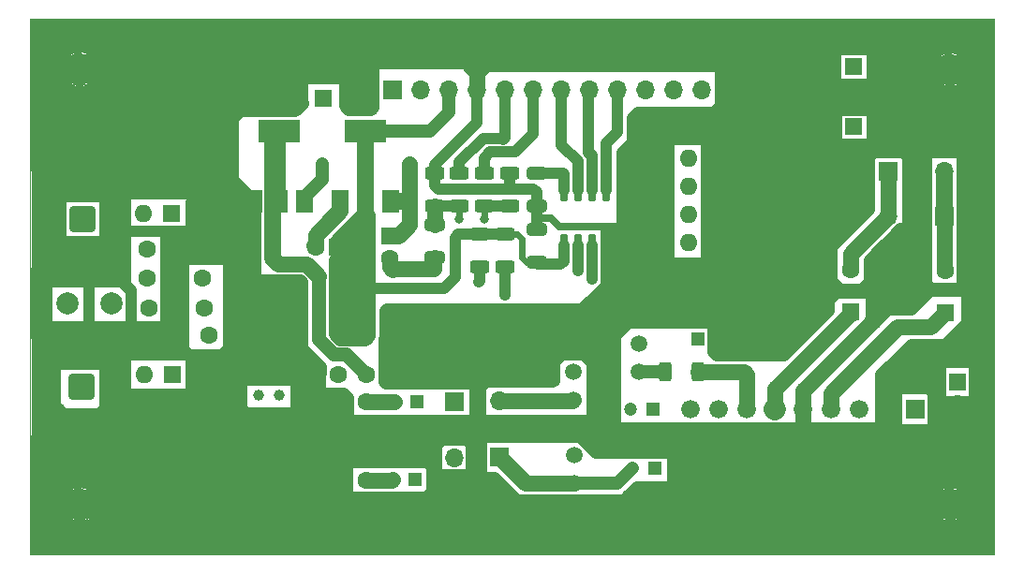
<source format=gbr>
%TF.GenerationSoftware,KiCad,Pcbnew,7.0.6*%
%TF.CreationDate,2023-09-03T13:44:33+00:00*%
%TF.ProjectId,SI4735,53493437-3335-42e6-9b69-6361645f7063,rev?*%
%TF.SameCoordinates,Original*%
%TF.FileFunction,Copper,L1,Top*%
%TF.FilePolarity,Positive*%
%FSLAX45Y45*%
G04 Gerber Fmt 4.5, Leading zero omitted, Abs format (unit mm)*
G04 Created by KiCad (PCBNEW 7.0.6) date 2023-09-03 13:44:33*
%MOMM*%
%LPD*%
G01*
G04 APERTURE LIST*
G04 Aperture macros list*
%AMRoundRect*
0 Rectangle with rounded corners*
0 $1 Rounding radius*
0 $2 $3 $4 $5 $6 $7 $8 $9 X,Y pos of 4 corners*
0 Add a 4 corners polygon primitive as box body*
4,1,4,$2,$3,$4,$5,$6,$7,$8,$9,$2,$3,0*
0 Add four circle primitives for the rounded corners*
1,1,$1+$1,$2,$3*
1,1,$1+$1,$4,$5*
1,1,$1+$1,$6,$7*
1,1,$1+$1,$8,$9*
0 Add four rect primitives between the rounded corners*
20,1,$1+$1,$2,$3,$4,$5,0*
20,1,$1+$1,$4,$5,$6,$7,0*
20,1,$1+$1,$6,$7,$8,$9,0*
20,1,$1+$1,$8,$9,$2,$3,0*%
G04 Aperture macros list end*
%TA.AperFunction,SMDPad,CuDef*%
%ADD10RoundRect,0.250000X-0.650000X0.325000X-0.650000X-0.325000X0.650000X-0.325000X0.650000X0.325000X0*%
%TD*%
%TA.AperFunction,ComponentPad*%
%ADD11R,1.600000X1.600000*%
%TD*%
%TA.AperFunction,ComponentPad*%
%ADD12C,1.600000*%
%TD*%
%TA.AperFunction,ComponentPad*%
%ADD13R,1.200000X1.200000*%
%TD*%
%TA.AperFunction,ComponentPad*%
%ADD14C,1.200000*%
%TD*%
%TA.AperFunction,ComponentPad*%
%ADD15RoundRect,0.200100X0.949900X-0.949900X0.949900X0.949900X-0.949900X0.949900X-0.949900X-0.949900X0*%
%TD*%
%TA.AperFunction,ComponentPad*%
%ADD16C,2.500000*%
%TD*%
%TA.AperFunction,ComponentPad*%
%ADD17C,1.000000*%
%TD*%
%TA.AperFunction,SMDPad,CuDef*%
%ADD18RoundRect,0.250000X0.625000X-0.312500X0.625000X0.312500X-0.625000X0.312500X-0.625000X-0.312500X0*%
%TD*%
%TA.AperFunction,ComponentPad*%
%ADD19O,1.600000X1.600000*%
%TD*%
%TA.AperFunction,ComponentPad*%
%ADD20R,1.700000X1.700000*%
%TD*%
%TA.AperFunction,ComponentPad*%
%ADD21O,1.700000X1.700000*%
%TD*%
%TA.AperFunction,ComponentPad*%
%ADD22R,1.500000X1.500000*%
%TD*%
%TA.AperFunction,ComponentPad*%
%ADD23C,1.500000*%
%TD*%
%TA.AperFunction,SMDPad,CuDef*%
%ADD24RoundRect,0.250000X-0.625000X0.312500X-0.625000X-0.312500X0.625000X-0.312500X0.625000X0.312500X0*%
%TD*%
%TA.AperFunction,SMDPad,CuDef*%
%ADD25RoundRect,0.042000X0.258000X-0.943000X0.258000X0.943000X-0.258000X0.943000X-0.258000X-0.943000X0*%
%TD*%
%TA.AperFunction,SMDPad,CuDef*%
%ADD26RoundRect,0.250000X0.650000X-0.325000X0.650000X0.325000X-0.650000X0.325000X-0.650000X-0.325000X0*%
%TD*%
%TA.AperFunction,ComponentPad*%
%ADD27RoundRect,0.250001X-1.099999X-1.099999X1.099999X-1.099999X1.099999X1.099999X-1.099999X1.099999X0*%
%TD*%
%TA.AperFunction,ComponentPad*%
%ADD28C,2.700000*%
%TD*%
%TA.AperFunction,SMDPad,CuDef*%
%ADD29R,1.500000X2.000000*%
%TD*%
%TA.AperFunction,SMDPad,CuDef*%
%ADD30R,3.800000X2.000000*%
%TD*%
%TA.AperFunction,ComponentPad*%
%ADD31C,2.000000*%
%TD*%
%TA.AperFunction,ComponentPad*%
%ADD32R,1.676400X1.676400*%
%TD*%
%TA.AperFunction,ComponentPad*%
%ADD33C,1.676400*%
%TD*%
%TA.AperFunction,SMDPad,CuDef*%
%ADD34RoundRect,0.250000X0.312500X0.625000X-0.312500X0.625000X-0.312500X-0.625000X0.312500X-0.625000X0*%
%TD*%
%TA.AperFunction,ViaPad*%
%ADD35C,0.800000*%
%TD*%
%TA.AperFunction,Conductor*%
%ADD36C,1.400000*%
%TD*%
%TA.AperFunction,Conductor*%
%ADD37C,2.000000*%
%TD*%
%TA.AperFunction,Conductor*%
%ADD38C,1.000000*%
%TD*%
%TA.AperFunction,Conductor*%
%ADD39C,0.600000*%
%TD*%
%TA.AperFunction,Conductor*%
%ADD40C,1.200000*%
%TD*%
%TA.AperFunction,Conductor*%
%ADD41C,0.700000*%
%TD*%
%TA.AperFunction,Conductor*%
%ADD42C,0.400000*%
%TD*%
%TA.AperFunction,Conductor*%
%ADD43C,1.100000*%
%TD*%
%TA.AperFunction,Conductor*%
%ADD44C,3.000000*%
%TD*%
%TA.AperFunction,Conductor*%
%ADD45C,0.500000*%
%TD*%
%TA.AperFunction,Conductor*%
%ADD46C,0.800000*%
%TD*%
%TA.AperFunction,Conductor*%
%ADD47C,0.300000*%
%TD*%
%TA.AperFunction,Conductor*%
%ADD48C,1.500000*%
%TD*%
%TA.AperFunction,Conductor*%
%ADD49C,1.250000*%
%TD*%
%TA.AperFunction,Profile*%
%ADD50C,0.050000*%
%TD*%
%TA.AperFunction,Profile*%
%ADD51C,1.535132*%
%TD*%
%TA.AperFunction,Profile*%
%ADD52C,1.516643*%
%TD*%
%TA.AperFunction,Profile*%
%ADD53C,0.100000*%
%TD*%
G04 APERTURE END LIST*
D10*
%TO.P,C6,1*%
%TO.N,S_RST*%
X16155000Y-9365000D03*
%TO.P,C6,2*%
%TO.N,GND*%
X16155000Y-9660000D03*
%TD*%
D11*
%TO.P,C8,1*%
%TO.N,3.3V*%
X15278000Y-9566000D03*
D12*
%TO.P,C8,2*%
%TO.N,GND*%
X15078000Y-9566000D03*
%TD*%
%TO.P,C15,1*%
%TO.N,+5V*%
X15534000Y-10714000D03*
%TO.P,C15,2*%
%TO.N,Net-(U6-DBYP)*%
X15284000Y-10714000D03*
%TD*%
%TO.P,C10,1*%
%TO.N,Net-(D1-A)*%
X13554000Y-9848000D03*
%TO.P,C10,2*%
%TO.N,Net-(U6-AMI)*%
X14054000Y-9848000D03*
%TD*%
%TO.P,C13,1*%
%TO.N,Net-(D3-K)*%
X13575000Y-10112500D03*
%TO.P,C13,2*%
%TO.N,Net-(U6-FMI)*%
X14075000Y-10112500D03*
%TD*%
D11*
%TO.P,C7,1*%
%TO.N,+5V*%
X14689000Y-9568000D03*
D12*
%TO.P,C7,2*%
%TO.N,GND*%
X14489000Y-9568000D03*
%TD*%
D13*
%TO.P,C18,1*%
%TO.N,Right_Pre*%
X15993000Y-10964000D03*
D14*
%TO.P,C18,2*%
%TO.N,Net-(C17-Pad2)*%
X15793000Y-10964000D03*
%TD*%
D13*
%TO.P,C22,1*%
%TO.N,Left_Pre*%
X15976260Y-11661000D03*
D14*
%TO.P,C22,2*%
%TO.N,Net-(C21-Pad2)*%
X15776260Y-11661000D03*
%TD*%
D12*
%TO.P,C17,1*%
%TO.N,GND*%
X15284000Y-10964000D03*
%TO.P,C17,2*%
%TO.N,Net-(C17-Pad2)*%
X15534000Y-10964000D03*
%TD*%
D15*
%TO.P,J3,1,Pin_1*%
%TO.N,Net-(D1-A)*%
X12967998Y-9308002D03*
D16*
%TO.P,J3,2,Pin_2*%
%TO.N,GND*%
X12713998Y-9562002D03*
X13221998Y-9562002D03*
X12713998Y-9054002D03*
X13221998Y-9054002D03*
%TD*%
D17*
%TO.P,Y1,1,1*%
%TO.N,Net-(U6-GPO3{slash}[DCLK])*%
X14559000Y-10901500D03*
%TO.P,Y1,2,2*%
%TO.N,Net-(U6-RCLK)*%
X14749000Y-10901500D03*
%TD*%
D10*
%TO.P,C9,1*%
%TO.N,GND*%
X17074730Y-9408370D03*
%TO.P,C9,2*%
%TO.N,3.3V*%
X17074730Y-9703370D03*
%TD*%
D18*
%TO.P,R4,1*%
%TO.N,S_SEN*%
X16833030Y-9188860D03*
%TO.P,R4,2*%
%TO.N,GND*%
X16833030Y-8896360D03*
%TD*%
D11*
%TO.P,C11,1*%
%TO.N,Net-(U5-OUT2)*%
X19911000Y-10152000D03*
D12*
%TO.P,C11,2*%
%TO.N,Net-(J2-Pin_1)*%
X19911000Y-9772000D03*
%TD*%
%TO.P,R7,1*%
%TO.N,Net-(U6-GPO1)*%
X14116000Y-10357000D03*
D19*
%TO.P,R7,2*%
%TO.N,3.3V*%
X15386000Y-10357000D03*
%TD*%
D13*
%TO.P,C19,1*%
%TO.N,Net-(U5--INV2)*%
X18127875Y-11034000D03*
D14*
%TO.P,C19,2*%
%TO.N,Right_Pre*%
X17927875Y-11034000D03*
%TD*%
D11*
%TO.P,D2,1,K*%
%TO.N,Net-(D1-A)*%
X13771500Y-9256500D03*
D19*
%TO.P,D2,2,A*%
%TO.N,GND*%
X13771500Y-8494500D03*
%TD*%
D20*
%TO.P,J1,1,Pin_1*%
%TO.N,12V*%
X15776000Y-8141000D03*
D21*
%TO.P,J1,2,Pin_2*%
%TO.N,5VA*%
X16030000Y-8141000D03*
%TO.P,J1,3,Pin_3*%
%TO.N,3.3V*%
X16284000Y-8141000D03*
%TO.P,J1,4,Pin_4*%
%TO.N,GND*%
X16538000Y-8141000D03*
%TO.P,J1,5,Pin_5*%
%TO.N,A_RST*%
X16792000Y-8141000D03*
%TO.P,J1,6,Pin_6*%
%TO.N,A_SEN*%
X17046000Y-8141000D03*
%TO.P,J1,7,Pin_7*%
%TO.N,A_SCL*%
X17300000Y-8141000D03*
%TO.P,J1,8,Pin_8*%
%TO.N,A_SDA*%
X17554000Y-8141000D03*
%TO.P,J1,9,Pin_9*%
%TO.N,D28*%
X17808000Y-8141000D03*
%TO.P,J1,10,Pin_10*%
%TO.N,Wp*%
X18062000Y-8141000D03*
%TO.P,J1,11,Pin_11*%
%TO.N,Mute*%
X18316000Y-8141000D03*
%TO.P,J1,12,Pin_12*%
%TO.N,Sleep*%
X18570000Y-8141000D03*
%TD*%
D22*
%TO.P,Q2,1,E*%
%TO.N,GND*%
X17405000Y-10440750D03*
D23*
%TO.P,Q2,2,B*%
%TO.N,Net-(Q2-B)*%
X17405000Y-10694750D03*
%TO.P,Q2,3,C*%
%TO.N,Right_Pre*%
X17405000Y-10948750D03*
%TD*%
D12*
%TO.P,C21,1*%
%TO.N,GND*%
X15283000Y-11674000D03*
%TO.P,C21,2*%
%TO.N,Net-(C21-Pad2)*%
X15533000Y-11674000D03*
%TD*%
D11*
%TO.P,C2,1*%
%TO.N,5VA*%
X15146000Y-8215000D03*
D12*
%TO.P,C2,2*%
%TO.N,GND*%
X15146000Y-8015000D03*
%TD*%
D11*
%TO.P,C3,1*%
%TO.N,12V*%
X19937000Y-8477000D03*
D12*
%TO.P,C3,2*%
%TO.N,GND*%
X20137000Y-8477000D03*
%TD*%
%TO.P,L1,1,1*%
%TO.N,Net-(D1-A)*%
X13554000Y-9579000D03*
D19*
%TO.P,L1,2,2*%
%TO.N,GND*%
X14062000Y-9579000D03*
%TD*%
D24*
%TO.P,R3,1*%
%TO.N,A_SEN*%
X16599350Y-8896360D03*
%TO.P,R3,2*%
%TO.N,S_SEN*%
X16599350Y-9188860D03*
%TD*%
D25*
%TO.P,U3,1,VCCA*%
%TO.N,3.3V*%
X17318930Y-9545530D03*
%TO.P,U3,2,SCLA*%
%TO.N,S_SCLK(SCL)*%
X17445930Y-9545530D03*
%TO.P,U3,3,SDAA*%
%TO.N,S_SDIO(SDA)*%
X17572930Y-9545530D03*
%TO.P,U3,4,GND*%
%TO.N,GND*%
X17699930Y-9545530D03*
%TO.P,U3,5,EN*%
%TO.N,D28*%
X17699930Y-9051530D03*
%TO.P,U3,6,SDAB*%
%TO.N,A_SDA*%
X17572930Y-9051530D03*
%TO.P,U3,7,SCLB*%
%TO.N,A_SCL*%
X17445930Y-9051530D03*
%TO.P,U3,8,VCCB*%
%TO.N,5VA*%
X17318930Y-9051530D03*
%TD*%
D22*
%TO.P,Q3,1,E*%
%TO.N,GND*%
X17413000Y-11192750D03*
D23*
%TO.P,Q3,2,B*%
%TO.N,Net-(Q3-B)*%
X17413000Y-11446750D03*
%TO.P,Q3,3,C*%
%TO.N,Left_Pre*%
X17413000Y-11700750D03*
%TD*%
D11*
%TO.P,D4,1,K*%
%TO.N,GND*%
X13526998Y-11481002D03*
D19*
%TO.P,D4,2,A*%
%TO.N,Net-(D3-K)*%
X13526998Y-10719002D03*
%TD*%
D26*
%TO.P,C4,1*%
%TO.N,GND*%
X17074730Y-9192470D03*
%TO.P,C4,2*%
%TO.N,5VA*%
X17074730Y-8897470D03*
%TD*%
D27*
%TO.P,J8,1,Pin_1*%
%TO.N,GND*%
X14397660Y-11667340D03*
D28*
%TO.P,J8,2,Pin_2*%
X14897660Y-11667340D03*
%TD*%
D11*
%TO.P,C1,1*%
%TO.N,12V*%
X19943000Y-7934000D03*
D12*
%TO.P,C1,2*%
%TO.N,GND*%
X20143000Y-7934000D03*
%TD*%
D20*
%TO.P,J6,1,Pin_1*%
%TO.N,Right_Pre*%
X16329000Y-10966500D03*
D21*
%TO.P,J6,2,Pin_2*%
%TO.N,GND*%
X16329000Y-11220500D03*
%TO.P,J6,3,Pin_3*%
%TO.N,Left_Pre*%
X16329000Y-11474500D03*
%TD*%
D11*
%TO.P,C5,1*%
%TO.N,5VA*%
X15751000Y-9466000D03*
D12*
%TO.P,C5,2*%
%TO.N,GND*%
X15751000Y-9666000D03*
%TD*%
D29*
%TO.P,U2,1,GND*%
%TO.N,GND*%
X15299000Y-9149000D03*
%TO.P,U2,2,VO*%
%TO.N,3.3V*%
X15529000Y-9149000D03*
D30*
X15529000Y-8519000D03*
D29*
%TO.P,U2,3,VI*%
%TO.N,5VA*%
X15759000Y-9149000D03*
%TD*%
D20*
%TO.P,J2,1,Pin_1*%
%TO.N,Net-(J2-Pin_1)*%
X20256000Y-8875470D03*
D21*
%TO.P,J2,2,Pin_2*%
%TO.N,GND*%
X20510000Y-8875470D03*
%TO.P,J2,3,Pin_3*%
%TO.N,Net-(J2-Pin_3)*%
X20764000Y-8875470D03*
%TD*%
D11*
%TO.P,C16,1*%
%TO.N,Net-(U5-SVRR)*%
X20882000Y-10782489D03*
D12*
%TO.P,C16,2*%
%TO.N,GND*%
X20882000Y-10982489D03*
%TD*%
D11*
%TO.P,D1,1,K*%
%TO.N,GND*%
X13519000Y-8494500D03*
D19*
%TO.P,D1,2,A*%
%TO.N,Net-(D1-A)*%
X13519000Y-9256500D03*
%TD*%
D31*
%TO.P,L2,1,1*%
%TO.N,Net-(D3-K)*%
X13236000Y-10077000D03*
%TO.P,L2,2,2*%
%TO.N,Net-(D1-A)*%
X12836000Y-10077000D03*
%TD*%
D32*
%TO.P,U5,1,-INV1*%
%TO.N,Net-(U5--INV1)*%
X20498875Y-11034000D03*
D33*
%TO.P,U5,2,SGND*%
%TO.N,GND*%
X20244875Y-11034000D03*
%TO.P,U5,3,SVRR*%
%TO.N,Net-(U5-SVRR)*%
X19990875Y-11034000D03*
%TO.P,U5,4,OUT1*%
%TO.N,Net-(U5-OUT1)*%
X19736875Y-11034000D03*
%TO.P,U5,5,PGND*%
%TO.N,GND*%
X19482875Y-11034000D03*
%TO.P,U5,6,OUT2*%
%TO.N,Net-(U5-OUT2)*%
X19228875Y-11034000D03*
%TO.P,U5,7,VP*%
%TO.N,12V*%
X18974875Y-11034000D03*
%TO.P,U5,8,M/SS*%
%TO.N,Net-(U5-M{slash}SS)*%
X18720875Y-11034000D03*
%TO.P,U5,9,-INV2*%
%TO.N,Net-(U5--INV2)*%
X18466875Y-11034000D03*
%TO.P,U5,10,GND_2*%
%TO.N,GND*%
X18466875Y-11796000D03*
%TO.P,U5,11,GND_9*%
X18720875Y-11796000D03*
%TO.P,U5,12,GND_7*%
X18974875Y-11796000D03*
%TO.P,U5,13,GND*%
X19228875Y-11796000D03*
%TO.P,U5,14,GND_8*%
X19482875Y-11796000D03*
%TO.P,U5,15,GND_4*%
X19736875Y-11796000D03*
%TO.P,U5,16,GND_5*%
X19990875Y-11796000D03*
%TO.P,U5,17,GND_6*%
X20244875Y-11796000D03*
%TO.P,U5,18,GND_3*%
X20498875Y-11796000D03*
%TD*%
D11*
%TO.P,C12,1*%
%TO.N,Net-(U5-OUT1)*%
X20766000Y-10156000D03*
D12*
%TO.P,C12,2*%
%TO.N,Net-(J2-Pin_3)*%
X20766000Y-9776000D03*
%TD*%
D34*
%TO.P,R8,1*%
%TO.N,12V*%
X18532250Y-10689750D03*
%TO.P,R8,2*%
%TO.N,Net-(Q1-C)*%
X18239750Y-10689750D03*
%TD*%
D20*
%TO.P,J7,1,Pin_1*%
%TO.N,Left_Pre*%
X16736000Y-11463000D03*
D21*
%TO.P,J7,2,Pin_2*%
%TO.N,GND*%
X16736000Y-11209000D03*
%TO.P,J7,3,Pin_3*%
%TO.N,Right_Pre*%
X16736000Y-10955000D03*
%TD*%
D24*
%TO.P,R2,1*%
%TO.N,A_RST*%
X16375830Y-8896360D03*
%TO.P,R2,2*%
%TO.N,S_RST*%
X16375830Y-9188860D03*
%TD*%
%TO.P,R6,1*%
%TO.N,3.3V*%
X16793000Y-9446500D03*
%TO.P,R6,2*%
%TO.N,S_SDIO(SDA)*%
X16793000Y-9739000D03*
%TD*%
D20*
%TO.P,J4,1,Pin_1*%
%TO.N,Net-(J2-Pin_3)*%
X20760500Y-9282970D03*
D21*
%TO.P,J4,2,Pin_2*%
%TO.N,GND*%
X20506500Y-9282970D03*
%TO.P,J4,3,Pin_3*%
%TO.N,Net-(J2-Pin_1)*%
X20252500Y-9282970D03*
%TD*%
D13*
%TO.P,C14,1*%
%TO.N,Net-(U5-M{slash}SS)*%
X18531000Y-10393750D03*
D14*
%TO.P,C14,2*%
%TO.N,GND*%
X18531000Y-10193750D03*
%TD*%
D11*
%TO.P,U4,1,A0*%
%TO.N,GND*%
X19210500Y-9520000D03*
D19*
%TO.P,U4,2,A1*%
X19210500Y-9266000D03*
%TO.P,U4,3,A2*%
X19210500Y-9012000D03*
%TO.P,U4,4,GND*%
X19210500Y-8758000D03*
%TO.P,U4,5,SDA*%
%TO.N,A_SDA*%
X18448500Y-8758000D03*
%TO.P,U4,6,SCL*%
%TO.N,A_SCL*%
X18448500Y-9012000D03*
%TO.P,U4,7,WP*%
%TO.N,Wp*%
X18448500Y-9266000D03*
%TO.P,U4,8,VCC*%
%TO.N,5VA*%
X18448500Y-9520000D03*
%TD*%
D15*
%TO.P,J5,1,Pin_1*%
%TO.N,Net-(D3-K)*%
X12965500Y-10830500D03*
D16*
%TO.P,J5,2,Pin_2*%
%TO.N,GND*%
X12711500Y-11084500D03*
X13219500Y-11084500D03*
X12711500Y-10576500D03*
X13219500Y-10576500D03*
%TD*%
D29*
%TO.P,U1,1,GND*%
%TO.N,GND*%
X14519000Y-9149000D03*
%TO.P,U1,2,VO*%
%TO.N,+5V*%
X14749000Y-9149000D03*
D30*
X14749000Y-8519000D03*
D29*
%TO.P,U1,3,VI*%
%TO.N,5VA*%
X14979000Y-9149000D03*
%TD*%
D22*
%TO.P,Q1,1,E*%
%TO.N,GND*%
X17998000Y-10185750D03*
D23*
%TO.P,Q1,2,B*%
%TO.N,Net-(Q1-B)*%
X17998000Y-10439750D03*
%TO.P,Q1,3,C*%
%TO.N,Net-(Q1-C)*%
X17998000Y-10693750D03*
%TD*%
D13*
%TO.P,C20,1*%
%TO.N,Net-(U5--INV1)*%
X18141875Y-11566000D03*
D14*
%TO.P,C20,2*%
%TO.N,Left_Pre*%
X17941875Y-11566000D03*
%TD*%
D18*
%TO.P,R1,1*%
%TO.N,S_RST*%
X16152310Y-9191000D03*
%TO.P,R1,2*%
%TO.N,GND*%
X16152310Y-8898500D03*
%TD*%
D11*
%TO.P,D3,1,K*%
%TO.N,Net-(D3-K)*%
X13781998Y-10719002D03*
D19*
%TO.P,D3,2,A*%
%TO.N,GND*%
X13781998Y-11481002D03*
%TD*%
D24*
%TO.P,R5,1*%
%TO.N,3.3V*%
X16560000Y-9448750D03*
%TO.P,R5,2*%
%TO.N,S_SCLK(SCL)*%
X16560000Y-9741250D03*
%TD*%
D35*
%TO.N,GND*%
X12704000Y-8482000D03*
X17278000Y-12170000D03*
X16983000Y-7638000D03*
X14485000Y-7643000D03*
X12707000Y-11685000D03*
X14980000Y-12175000D03*
X21087000Y-8560000D03*
X20586000Y-12170000D03*
X21091000Y-8073000D03*
X16131500Y-10177500D03*
X16986000Y-12170000D03*
X21088000Y-10562000D03*
X16540000Y-10170000D03*
X21088000Y-9338000D03*
X13520000Y-11190000D03*
X13385000Y-7643000D03*
X19245500Y-7642500D03*
X15770500Y-10759500D03*
X18516000Y-12170000D03*
X15216000Y-12175000D03*
X19545000Y-8074000D03*
X19993000Y-7638000D03*
X12706000Y-11941000D03*
X18513000Y-7638000D03*
X16186000Y-12170000D03*
X15774000Y-10373000D03*
X21096000Y-12170000D03*
X21101000Y-11116000D03*
X15457000Y-12175000D03*
X14977000Y-7643000D03*
X19040000Y-8074000D03*
X21088000Y-9814000D03*
X21087000Y-8825000D03*
X13129000Y-7643000D03*
X19737000Y-7638000D03*
X18754000Y-7638000D03*
X17788000Y-12170000D03*
X20294000Y-12170000D03*
X16803300Y-10517300D03*
X15937500Y-7642500D03*
X18031000Y-12170000D03*
X13683000Y-7643000D03*
X12701500Y-10286500D03*
X17523000Y-12170000D03*
X17037700Y-10429300D03*
X18819000Y-8074000D03*
X19248500Y-12174500D03*
X13510000Y-9022500D03*
X20583000Y-7638000D03*
X12706000Y-12169000D03*
X19491000Y-7638000D03*
X19740000Y-12170000D03*
X12886000Y-12175000D03*
X21087000Y-8315000D03*
X18028000Y-7638000D03*
X18280000Y-12170000D03*
X15689000Y-7643000D03*
X13975000Y-7643000D03*
X12705000Y-8040000D03*
X13686000Y-12175000D03*
X21093000Y-7638000D03*
X13388000Y-12175000D03*
X18277000Y-7638000D03*
X21086000Y-10066000D03*
X14223000Y-12175000D03*
X19996000Y-12170000D03*
X13978000Y-12175000D03*
X12707174Y-11415826D03*
X19279000Y-8074000D03*
X14488000Y-12175000D03*
X16432000Y-12170000D03*
X13795000Y-11190000D03*
X14728000Y-7643000D03*
X16688000Y-12170000D03*
X12704000Y-9849000D03*
X21088000Y-10316000D03*
X21096000Y-7821000D03*
X12701000Y-7833500D03*
X13785000Y-9022500D03*
X21101000Y-11408000D03*
X18992000Y-12170000D03*
X17035000Y-10172000D03*
X21101000Y-11653000D03*
X16685000Y-7638000D03*
X12703500Y-7643500D03*
X14134000Y-11127500D03*
X12706500Y-8716500D03*
X20291000Y-7638000D03*
X16429000Y-7638000D03*
X15454000Y-7643000D03*
X21088000Y-9579000D03*
X20831000Y-12170000D03*
X14220000Y-7643000D03*
X18989000Y-7638000D03*
X17785000Y-7638000D03*
X12883000Y-7643000D03*
X12707000Y-8280000D03*
X15692000Y-12175000D03*
X17520000Y-7638000D03*
X21088000Y-10818000D03*
X13132000Y-12175000D03*
X19494000Y-12170000D03*
X18757000Y-12170000D03*
X15213000Y-7643000D03*
X20828000Y-7638000D03*
X14731000Y-12175000D03*
X21101000Y-11918000D03*
X15940500Y-12174500D03*
X17935000Y-9707000D03*
X16183000Y-7638000D03*
X17275000Y-7638000D03*
X21095000Y-9077000D03*
X16141000Y-10756000D03*
X16651000Y-10754000D03*
%TO.N,S_RST*%
X16375830Y-9311170D03*
%TO.N,S_SCLK(SCL)*%
X17445930Y-9778070D03*
X16555000Y-9877000D03*
%TO.N,S_SEN*%
X16599350Y-9311350D03*
%TO.N,S_SDIO(SDA)*%
X16791000Y-9996000D03*
X17572930Y-9856000D03*
%TO.N,D28*%
X17699930Y-8812200D03*
%TO.N,5VA*%
X17245530Y-8897470D03*
X15928000Y-8919000D03*
X15136000Y-8920000D03*
X15136000Y-8813000D03*
X15929000Y-8810000D03*
%TD*%
D36*
%TO.N,Net-(U5-OUT2)*%
X19911000Y-10165000D02*
X19228875Y-10847125D01*
D37*
X19229875Y-11033000D02*
X19228875Y-11034000D01*
D36*
X19228875Y-10847125D02*
X19228875Y-11034000D01*
X19911000Y-10152000D02*
X19911000Y-10165000D01*
X19229875Y-10916125D02*
X19229875Y-11033000D01*
%TO.N,GND*%
X17573750Y-11353500D02*
X17922500Y-11353500D01*
D38*
X17566000Y-10044500D02*
X17566000Y-10069000D01*
X17735000Y-9431000D02*
X18140000Y-9431000D01*
X20585000Y-8510000D02*
X20585000Y-7716000D01*
X18285000Y-9932000D02*
X18224000Y-9993000D01*
D39*
X13097000Y-11645000D02*
X13097000Y-11547815D01*
D40*
X13984000Y-8324000D02*
X14041500Y-8324000D01*
D41*
X13639498Y-11121502D02*
X13604498Y-11121502D01*
D36*
X16629000Y-11214000D02*
X16731000Y-11214000D01*
D38*
X20724244Y-11400243D02*
X20724244Y-11531743D01*
X19740500Y-9317500D02*
X19808000Y-9250000D01*
X13381500Y-10541500D02*
X13364000Y-10559000D01*
X20208500Y-10132500D02*
X20208500Y-10009500D01*
D36*
X14899000Y-10309000D02*
X14899000Y-10180000D01*
X15635000Y-7840000D02*
X15395000Y-7840000D01*
D38*
X16022500Y-10177500D02*
X16131500Y-10177500D01*
D36*
X18479438Y-11682437D02*
X18479438Y-11419437D01*
D38*
X13784000Y-9674000D02*
X13764000Y-9694000D01*
X20907000Y-12131000D02*
X20770552Y-12131000D01*
X18541000Y-9712000D02*
X18541000Y-9978000D01*
D36*
X18515875Y-11433125D02*
X18579000Y-11370000D01*
D38*
X20510000Y-8726000D02*
X20459000Y-8675000D01*
D36*
X19020000Y-11417000D02*
X19067000Y-11370000D01*
D38*
X13698498Y-11236502D02*
X13781998Y-11320002D01*
D42*
X14329000Y-8631500D02*
X14121500Y-8631500D01*
D40*
X14409000Y-10105205D02*
X14409000Y-10209000D01*
D42*
X14164000Y-8544000D02*
X14099000Y-8609000D01*
D38*
X19582000Y-10046000D02*
X19472000Y-10046000D01*
D42*
X14101998Y-9154002D02*
X14103998Y-9154002D01*
D38*
X19520000Y-8295000D02*
X19595000Y-8220000D01*
D43*
X14286500Y-9566500D02*
X14349000Y-9629000D01*
D36*
X19437000Y-8127000D02*
X19407000Y-8097000D01*
D38*
X19170000Y-10103000D02*
X19095000Y-10103000D01*
D44*
X14389000Y-10637504D02*
X13949502Y-11077002D01*
D38*
X12802503Y-12093503D02*
X13033448Y-12093503D01*
X17975500Y-11897500D02*
X17842500Y-11897500D01*
X14299000Y-11541000D02*
X14160000Y-11541000D01*
X13097000Y-11645000D02*
X12800002Y-11645000D01*
X19248000Y-9420000D02*
X19210500Y-9382500D01*
D45*
X18109000Y-9340000D02*
X18083000Y-9366000D01*
D38*
X13488998Y-11563998D02*
X13570000Y-11645000D01*
D42*
X13221998Y-9823502D02*
X13221998Y-9771002D01*
D38*
X16143000Y-11287000D02*
X16216000Y-11214000D01*
D45*
X13947500Y-9514000D02*
X13997000Y-9514000D01*
D39*
X13131000Y-11645000D02*
X13131000Y-11489896D01*
D38*
X15088300Y-11246300D02*
X15088300Y-11364700D01*
D36*
X14485000Y-7643000D02*
X14220000Y-7643000D01*
D38*
X20459000Y-8675000D02*
X20629000Y-8675000D01*
D46*
X12713998Y-9054002D02*
X12713998Y-9096002D01*
D38*
X15188000Y-11147000D02*
X15328000Y-11287000D01*
D42*
X14145250Y-8655250D02*
X14127750Y-8637750D01*
D36*
X15147500Y-7840000D02*
X14826000Y-7840000D01*
D44*
X20015438Y-11419437D02*
X20244875Y-11648875D01*
D42*
X14254000Y-8324000D02*
X14254000Y-8419000D01*
D38*
X17614000Y-11430000D02*
X17493125Y-11309125D01*
X21019021Y-7874142D02*
X20840879Y-7696000D01*
D46*
X12677998Y-10928002D02*
X12637000Y-10969000D01*
D38*
X21018050Y-11823653D02*
X21001806Y-11807409D01*
X19554000Y-9883000D02*
X19597000Y-9840000D01*
X12710000Y-7843000D02*
X12710000Y-8005091D01*
X13179000Y-8399000D02*
X12759000Y-8399000D01*
X12684002Y-11529000D02*
X12668000Y-11545002D01*
D40*
X14329000Y-8631500D02*
X14329000Y-8959000D01*
D44*
X20627168Y-12131000D02*
X20519635Y-12131000D01*
D39*
X14409000Y-9839000D02*
X14489000Y-9759000D01*
D38*
X20459000Y-8675000D02*
X20357000Y-8675000D01*
D42*
X12704000Y-9849000D02*
X12704000Y-9874000D01*
D38*
X21042000Y-9919000D02*
X21042000Y-8701000D01*
D42*
X13746500Y-9549000D02*
X13746500Y-9631500D01*
D39*
X12780482Y-8389589D02*
X12780482Y-8312982D01*
D38*
X20187000Y-11234000D02*
X20244875Y-11291875D01*
D42*
X12869502Y-9719502D02*
X12842002Y-9747002D01*
D36*
X17594750Y-10397750D02*
X17448000Y-10397750D01*
X19482875Y-11034000D02*
X19482875Y-10861125D01*
D39*
X12975116Y-11295403D02*
X12930399Y-11295403D01*
D38*
X13764000Y-10516500D02*
X13764000Y-9694000D01*
X18171000Y-9508000D02*
X18010000Y-9508000D01*
X16017000Y-11443000D02*
X16053000Y-11479000D01*
D40*
X18466875Y-11796000D02*
X18424875Y-11796000D01*
D38*
X18442000Y-10006000D02*
X18442000Y-9937000D01*
D40*
X14681922Y-8261078D02*
X14596922Y-8261078D01*
D38*
X15960000Y-10279000D02*
X15821000Y-10279000D01*
D43*
X14343049Y-10603049D02*
X14369000Y-10629000D01*
D42*
X13658000Y-8810004D02*
X13658000Y-8778000D01*
X12949949Y-9834051D02*
X12704047Y-9834051D01*
D38*
X16833030Y-9029970D02*
X16825000Y-9038000D01*
D45*
X13997000Y-9514000D02*
X13977500Y-9533500D01*
D36*
X20176000Y-8605000D02*
X20127000Y-8654000D01*
D38*
X17849000Y-8706000D02*
X17849000Y-9437000D01*
D42*
X14226500Y-8524000D02*
X14309000Y-8524000D01*
D40*
X13324496Y-11711500D02*
X13366313Y-11669683D01*
D36*
X20720000Y-11166000D02*
X20846000Y-11166000D01*
D38*
X20884418Y-8423582D02*
X20943529Y-8364471D01*
D42*
X12809270Y-9679734D02*
X12862002Y-9627002D01*
D38*
X17735000Y-10140000D02*
X17689000Y-10186000D01*
D36*
X18515875Y-11646000D02*
X18515875Y-11547125D01*
D38*
X18219000Y-7696000D02*
X13274500Y-7696000D01*
D40*
X13394000Y-8199000D02*
X13889000Y-8199000D01*
X13221998Y-9054002D02*
X13061998Y-8894002D01*
X14149000Y-8524000D02*
X14149000Y-8489000D01*
D38*
X18549000Y-7905000D02*
X19508000Y-7905000D01*
D36*
X17772000Y-11370000D02*
X17660000Y-11258000D01*
D42*
X14149000Y-8324000D02*
X14149000Y-8501500D01*
D38*
X19658000Y-9779000D02*
X19658000Y-9652000D01*
X20296000Y-9578000D02*
X20228500Y-9645500D01*
X17883000Y-11851000D02*
X16946000Y-11851000D01*
D36*
X17993000Y-11370000D02*
X17590250Y-11370000D01*
D42*
X12877002Y-9612002D02*
X12927002Y-9562002D01*
D38*
X17900625Y-11811375D02*
X17898000Y-11814000D01*
D42*
X12657047Y-9881051D02*
X13016949Y-9881051D01*
D38*
X13005235Y-8184000D02*
X12787081Y-8184000D01*
D42*
X13746500Y-9644000D02*
X13746500Y-9549000D01*
X14519000Y-9149000D02*
X14519000Y-9189000D01*
D38*
X12677000Y-12178004D02*
X12677000Y-12232000D01*
X18679000Y-9993000D02*
X18961000Y-9711000D01*
D42*
X14254000Y-8612000D02*
X14216998Y-8649002D01*
D38*
X20080000Y-9683000D02*
X20191000Y-9683000D01*
D39*
X12735584Y-11563526D02*
X12735584Y-11530583D01*
D42*
X14146750Y-9229250D02*
X14146750Y-9198754D01*
D47*
X14449000Y-9349000D02*
X14449000Y-9219000D01*
D38*
X19366500Y-8174500D02*
X19369000Y-8172000D01*
X21096000Y-7696000D02*
X18219000Y-7696000D01*
D40*
X13081198Y-11214002D02*
X13051998Y-11214002D01*
D42*
X13113998Y-9562002D02*
X13113998Y-9628002D01*
D45*
X13117500Y-9743250D02*
X13117500Y-9797500D01*
D46*
X13220009Y-11312002D02*
X13179951Y-11271944D01*
D38*
X18466875Y-11796000D02*
X19619500Y-11796000D01*
X13739000Y-10541500D02*
X13764000Y-10516500D01*
X20946000Y-8605000D02*
X20946000Y-8541000D01*
X20677000Y-10743978D02*
X20454022Y-10743978D01*
D40*
X18323375Y-11811375D02*
X18323375Y-11922000D01*
D42*
X12979000Y-9731500D02*
X12979000Y-9714000D01*
D38*
X13222000Y-11645000D02*
X13570000Y-11645000D01*
X13274500Y-7696000D02*
X12712000Y-7696000D01*
X18010000Y-9508000D02*
X17778000Y-9508000D01*
D44*
X13494612Y-11960000D02*
X13229708Y-11695096D01*
D38*
X12704000Y-11913000D02*
X12684002Y-11932998D01*
X17925000Y-9612000D02*
X17841000Y-9612000D01*
X19168000Y-8675000D02*
X19102500Y-8609500D01*
X13159000Y-12119000D02*
X12939000Y-12119000D01*
X13510998Y-11320002D02*
X13649313Y-11458317D01*
X13830000Y-10541500D02*
X13849000Y-10522500D01*
D40*
X14149000Y-8489000D02*
X13984000Y-8324000D01*
D38*
X18069000Y-9969000D02*
X18045000Y-9993000D01*
X18325750Y-11430000D02*
X17614000Y-11430000D01*
D36*
X19027000Y-7905000D02*
X18962000Y-7840000D01*
D38*
X15949000Y-10783000D02*
X15977000Y-10755000D01*
X21123002Y-7908002D02*
X21087000Y-7872000D01*
X19517000Y-10111000D02*
X19582000Y-10046000D01*
X17010000Y-7905000D02*
X15578000Y-7905000D01*
D44*
X14154000Y-10804000D02*
X14529000Y-10429000D01*
D46*
X13981500Y-8556500D02*
X13981500Y-8616500D01*
D38*
X19595000Y-8097000D02*
X18842000Y-8097000D01*
D48*
X19675000Y-11646000D02*
X19468500Y-11646000D01*
X18795000Y-11646000D02*
X18661875Y-11646000D01*
D38*
X20715000Y-8669000D02*
X20680000Y-8669000D01*
D36*
X19210500Y-8901500D02*
X19210500Y-8758000D01*
D38*
X16480000Y-11623000D02*
X16197000Y-11623000D01*
X15369000Y-11134000D02*
X15284000Y-11049000D01*
X16637350Y-10786650D02*
X16879350Y-10786650D01*
D48*
X19468500Y-11646000D02*
X19355000Y-11646000D01*
D38*
X15170000Y-11646000D02*
X15170000Y-10905000D01*
X17699930Y-9395930D02*
X17735000Y-9431000D01*
X20783000Y-10516000D02*
X20763000Y-10516000D01*
X13781000Y-11645000D02*
X13918000Y-11645000D01*
X15370000Y-11497000D02*
X15370000Y-11790000D01*
X15188000Y-10887000D02*
X15188000Y-11147000D01*
X19709000Y-8714000D02*
X19709000Y-8441000D01*
X14179000Y-9674000D02*
X13967500Y-9674000D01*
X18784000Y-10490000D02*
X19279000Y-10490000D01*
X16676000Y-10748000D02*
X16725000Y-10748000D01*
D45*
X13356500Y-9732500D02*
X13364000Y-9725000D01*
D38*
X14680000Y-11645000D02*
X14463000Y-11645000D01*
D40*
X12637000Y-11854002D02*
X12637000Y-11724000D01*
D38*
X13412500Y-9952500D02*
X13266250Y-9806250D01*
D42*
X13703246Y-8725250D02*
X13670498Y-8692502D01*
D38*
X18541000Y-9978000D02*
X18556000Y-9993000D01*
X19879000Y-8758000D02*
X19879000Y-8866000D01*
X15067000Y-10765000D02*
X14425000Y-10765000D01*
D42*
X14001998Y-9154002D02*
X14000250Y-9152254D01*
D38*
X21017050Y-8001698D02*
X21017050Y-7802050D01*
X20352000Y-10846000D02*
X20455000Y-10846000D01*
D36*
X14841000Y-10064000D02*
X14899000Y-10122000D01*
D38*
X19595000Y-8220000D02*
X19656500Y-8158500D01*
D42*
X13163248Y-9818248D02*
X13163248Y-9849752D01*
D36*
X20176000Y-7738000D02*
X19605000Y-7738000D01*
D38*
X14160000Y-11541000D02*
X14160000Y-11601000D01*
X20900449Y-8162503D02*
X21017050Y-8045902D01*
D42*
X13696748Y-8848752D02*
X13674248Y-8826252D01*
D47*
X13221998Y-9034002D02*
X12713998Y-9034002D01*
D38*
X13168598Y-11458317D02*
X13212913Y-11414002D01*
D40*
X13221998Y-11024002D02*
X13321998Y-10924002D01*
D36*
X14505800Y-9879000D02*
X14800000Y-9879000D01*
X20720000Y-11166000D02*
X20720000Y-11396000D01*
D38*
X20946000Y-8605000D02*
X21008529Y-8542471D01*
D40*
X14001998Y-9154002D02*
X13959248Y-9111252D01*
D38*
X12743946Y-12034946D02*
X12802503Y-12093503D01*
D36*
X20884000Y-11193000D02*
X20882000Y-11191000D01*
D38*
X15810700Y-10394300D02*
X15783000Y-10422000D01*
X16491000Y-10799000D02*
X15714000Y-10799000D01*
D39*
X13233118Y-8053500D02*
X13185920Y-8100699D01*
D45*
X13221998Y-9772198D02*
X13328900Y-9879100D01*
D38*
X12713998Y-11080002D02*
X13091498Y-11457502D01*
X20357000Y-8675000D02*
X20431000Y-8749000D01*
X16797000Y-11851000D02*
X16519000Y-11573000D01*
D40*
X13721500Y-8646500D02*
X13721500Y-8501500D01*
D38*
X17594750Y-10488250D02*
X17349750Y-10488250D01*
X19210500Y-9520000D02*
X19210500Y-9885500D01*
X19643000Y-8557000D02*
X19595000Y-8605000D01*
X13108996Y-10366504D02*
X13191500Y-10284000D01*
X13366313Y-11258687D02*
X13366313Y-10935687D01*
X15334000Y-11824000D02*
X15210000Y-11824000D01*
D42*
X14429000Y-9149000D02*
X14329000Y-9049000D01*
D38*
X18342000Y-9847000D02*
X18342000Y-9752000D01*
X18188000Y-9612000D02*
X18135000Y-9612000D01*
X13787627Y-11320002D02*
X13649313Y-11458317D01*
D39*
X12930399Y-11295403D02*
X12930399Y-11253601D01*
D36*
X19785000Y-8108000D02*
X20262000Y-8108000D01*
D38*
X20394000Y-8605000D02*
X20394000Y-7763000D01*
D41*
X13482998Y-11105002D02*
X13512998Y-11075002D01*
D38*
X16519000Y-10827000D02*
X16519000Y-10258000D01*
X14221998Y-11298002D02*
X14160498Y-11236502D01*
X20087000Y-8749070D02*
X20122070Y-8714000D01*
X13949502Y-11077002D02*
X13826998Y-11077002D01*
X20403500Y-10132500D02*
X20465500Y-10132500D01*
D42*
X13714498Y-8721502D02*
X14081502Y-8721502D01*
X14149000Y-8501500D02*
X14217750Y-8570250D01*
X13776500Y-9644000D02*
X13844000Y-9576500D01*
D36*
X20874500Y-12176500D02*
X20977500Y-12073500D01*
D38*
X13598998Y-11320002D02*
X13774998Y-11320002D01*
D39*
X12898358Y-8130399D02*
X12876476Y-8152281D01*
D37*
X13221998Y-11082002D02*
X13221998Y-11080002D01*
D38*
X13039125Y-11695096D02*
X13019708Y-11695096D01*
X13781998Y-11347002D02*
X13781998Y-11481002D01*
D40*
X13269000Y-8324000D02*
X13341500Y-8251500D01*
D38*
X14193498Y-11269502D02*
X14193498Y-11528502D01*
X16213000Y-11645000D02*
X16134000Y-11645000D01*
X14449000Y-11062000D02*
X14966000Y-11062000D01*
D42*
X14149000Y-8581004D02*
X14216998Y-8649002D01*
D36*
X18795000Y-7969000D02*
X18851000Y-8025000D01*
D38*
X17705860Y-9612000D02*
X17699930Y-9617930D01*
X19346066Y-12038566D02*
X19346066Y-11903566D01*
D36*
X14489000Y-9955000D02*
X14876000Y-9955000D01*
D40*
X13204556Y-8251776D02*
X13204556Y-8375444D01*
D38*
X17710500Y-9900000D02*
X17566000Y-10044500D01*
X17983000Y-11729000D02*
X18264275Y-11729000D01*
X20424500Y-10132500D02*
X20403500Y-10132500D01*
D40*
X14419000Y-9489000D02*
X14269000Y-9339000D01*
D36*
X19508000Y-7905000D02*
X19027000Y-7905000D01*
D38*
X17983000Y-9777000D02*
X17983000Y-10048000D01*
D46*
X16966000Y-10407500D02*
X17150000Y-10407500D01*
D48*
X18347875Y-11646000D02*
X18661875Y-11646000D01*
D37*
X14519000Y-10709000D02*
X14691750Y-10536250D01*
D38*
X16543000Y-10847500D02*
X16599000Y-10791500D01*
X16519000Y-11664000D02*
X16376000Y-11664000D01*
D39*
X13093699Y-11402288D02*
X12997874Y-11306463D01*
D38*
X18025000Y-8647000D02*
X17909000Y-8763000D01*
D37*
X20244875Y-11034000D02*
X20244875Y-11291875D01*
D38*
X20699652Y-11719890D02*
X20693583Y-11719890D01*
X16565000Y-11745000D02*
X16582500Y-11727500D01*
X19377000Y-10251000D02*
X19517000Y-10111000D01*
D42*
X14101998Y-9154002D02*
X14101998Y-8611998D01*
D38*
X20144000Y-8637000D02*
X20144000Y-7804000D01*
X20725511Y-10632489D02*
X20565511Y-10632489D01*
X12680094Y-10284000D02*
X12660096Y-10264002D01*
D42*
X13296500Y-9814321D02*
X13275411Y-9835411D01*
D38*
X14299000Y-11205000D02*
X14299000Y-11149000D01*
X17010000Y-7905000D02*
X15421000Y-7905000D01*
X15284000Y-11242000D02*
X15329000Y-11287000D01*
X19049000Y-10130000D02*
X18932000Y-10247000D01*
X15284000Y-11049000D02*
X15284000Y-10964000D01*
X20672526Y-12032974D02*
X20727460Y-12087907D01*
D36*
X17789000Y-9861000D02*
X17463250Y-10186750D01*
D40*
X14414000Y-8324000D02*
X14329000Y-8409000D01*
D46*
X17060300Y-10329300D02*
X17060300Y-10407500D01*
D38*
X19227000Y-10401000D02*
X19227000Y-10306000D01*
D36*
X14939000Y-7982000D02*
X14939000Y-7841000D01*
D38*
X20962000Y-10546000D02*
X20962000Y-10604000D01*
D40*
X12713998Y-11717004D02*
X12664499Y-11766503D01*
D38*
X16128000Y-11554000D02*
X16053000Y-11479000D01*
D45*
X13099500Y-9684500D02*
X13331000Y-9684500D01*
D42*
X13977500Y-9611500D02*
X14331500Y-9611500D01*
D38*
X20884418Y-8469418D02*
X20686918Y-8469418D01*
D36*
X20166750Y-11370000D02*
X20166750Y-11426250D01*
D40*
X12664499Y-11766503D02*
X12706998Y-11809002D01*
D38*
X20461000Y-7696000D02*
X20441000Y-7716000D01*
D40*
X12713998Y-9054002D02*
X12812998Y-8955002D01*
D46*
X12783382Y-9808163D02*
X12651159Y-9808163D01*
D42*
X13776500Y-9551500D02*
X13776500Y-9514000D01*
D46*
X12713998Y-10772002D02*
X12713998Y-10572002D01*
D40*
X13204556Y-8251776D02*
X13182556Y-8229776D01*
D36*
X15078000Y-9452863D02*
X15078000Y-9566000D01*
D38*
X13883313Y-11458317D02*
X13883313Y-11428317D01*
X18213000Y-9712000D02*
X18155000Y-9712000D01*
D42*
X14000250Y-9152254D02*
X14000250Y-9122750D01*
D37*
X14406500Y-10539000D02*
X14728000Y-10217500D01*
D38*
X14294000Y-9642500D02*
X14389000Y-9737500D01*
X17735000Y-9653000D02*
X17735000Y-9900000D01*
X14360000Y-10973000D02*
X14449000Y-11062000D01*
X20431000Y-9685000D02*
X20232000Y-9685000D01*
X17367750Y-10470250D02*
X17594750Y-10470250D01*
X18442000Y-9937000D02*
X18384000Y-9879000D01*
X18811066Y-11766934D02*
X18932000Y-11646000D01*
X13366313Y-11258687D02*
X13312998Y-11312002D01*
D47*
X14750000Y-7841000D02*
X14719500Y-7871500D01*
D36*
X20176000Y-8221000D02*
X19506000Y-8221000D01*
D46*
X12637000Y-10945004D02*
X12637000Y-10851004D01*
D42*
X13776500Y-9514000D02*
X13879000Y-9514000D01*
D38*
X18610000Y-8599000D02*
X18610000Y-8495000D01*
D42*
X13959248Y-9111252D02*
X13959248Y-9170756D01*
D38*
X18969000Y-9993000D02*
X18898500Y-10063500D01*
X19000000Y-8304000D02*
X18969000Y-8273000D01*
D36*
X14899000Y-9929000D02*
X14849000Y-9879000D01*
X14719500Y-8047500D02*
X14719500Y-8186500D01*
D38*
X18741000Y-8287000D02*
X18741000Y-9818000D01*
D42*
X13204161Y-9906661D02*
X13234161Y-9906661D01*
D38*
X20383000Y-8605000D02*
X20383000Y-8127000D01*
D40*
X14519000Y-9149000D02*
X14439000Y-9149000D01*
D36*
X21127000Y-12211000D02*
X21138000Y-12200000D01*
D40*
X13099500Y-9684500D02*
X13040750Y-9743250D01*
D38*
X19959000Y-9949000D02*
X20148000Y-9949000D01*
X21008529Y-8266971D02*
X21008529Y-8196029D01*
D36*
X12688000Y-7879000D02*
X12694000Y-7885000D01*
X17761750Y-11192750D02*
X17761750Y-10355750D01*
D42*
X12842002Y-9747002D02*
X12842002Y-9690998D01*
D36*
X14783000Y-10064000D02*
X14899000Y-10180000D01*
X20529500Y-12176500D02*
X20774500Y-12176500D01*
D38*
X20357000Y-8675000D02*
X20106000Y-8675000D01*
X12668000Y-7764000D02*
X12668000Y-7880287D01*
D41*
X13454498Y-11201502D02*
X13445998Y-11210002D01*
D36*
X19437000Y-11254000D02*
X19482875Y-11208125D01*
X15450000Y-8302000D02*
X15570000Y-8302000D01*
D38*
X12747924Y-11799678D02*
X12742604Y-11804998D01*
D40*
X13424000Y-8244000D02*
X13269000Y-8399000D01*
D38*
X15421000Y-7905000D02*
X15356000Y-7840000D01*
X17794000Y-10068000D02*
X17837500Y-10111500D01*
X20138500Y-9778500D02*
X20268500Y-9778500D01*
X19549000Y-9883000D02*
X19488000Y-9822000D01*
X14452000Y-10765000D02*
X14412500Y-10804500D01*
D36*
X17761750Y-10355750D02*
X17761750Y-10284250D01*
X20725511Y-10982489D02*
X20725000Y-10983000D01*
D38*
X18155000Y-9712000D02*
X18069000Y-9712000D01*
X12876500Y-11609000D02*
X12954532Y-11687032D01*
D41*
X13445998Y-11320002D02*
X13445998Y-11210002D01*
D38*
X13688000Y-11541000D02*
X13674000Y-11541000D01*
D36*
X19679000Y-11370000D02*
X19819000Y-11510000D01*
D38*
X20506500Y-9869500D02*
X20506500Y-9834500D01*
X20498000Y-9578000D02*
X20506500Y-9586500D01*
X12712000Y-7696000D02*
X12649000Y-7759000D01*
D40*
X14099000Y-8274000D02*
X13364000Y-8274000D01*
D46*
X13221998Y-9562002D02*
X13221998Y-9236002D01*
D41*
X13445998Y-11142002D02*
X13482998Y-11105002D01*
D38*
X19267000Y-8575000D02*
X19367000Y-8675000D01*
X21001000Y-9960000D02*
X21042000Y-9919000D01*
D46*
X14099000Y-8439000D02*
X13981500Y-8556500D01*
D38*
X19709000Y-8304000D02*
X19709000Y-8106000D01*
X13849000Y-10522500D02*
X13849000Y-9674000D01*
X13900000Y-11541000D02*
X13885000Y-11541000D01*
D39*
X12982998Y-11283002D02*
X12996998Y-11269002D01*
D42*
X14259000Y-9646500D02*
X14312750Y-9592750D01*
D46*
X14149000Y-8524000D02*
X14089000Y-8524000D01*
D42*
X13748000Y-8688000D02*
X13714498Y-8721502D01*
X14309000Y-8524000D02*
X14329000Y-8544000D01*
D38*
X17794000Y-9792000D02*
X17794000Y-9962000D01*
X17566000Y-10069000D02*
X17463250Y-10171750D01*
X15388000Y-11479000D02*
X15370000Y-11497000D01*
X19963000Y-11905000D02*
X19913000Y-11905000D01*
X13006494Y-11548998D02*
X12713998Y-11256502D01*
X16128000Y-11639000D02*
X16128000Y-11554000D01*
D44*
X18549434Y-12038566D02*
X18811066Y-12038566D01*
D38*
X18885500Y-7763500D02*
X19027000Y-7905000D01*
X16155000Y-11745000D02*
X16128000Y-11772000D01*
X20479000Y-10516000D02*
X20763000Y-10516000D01*
D42*
X14149000Y-8446500D02*
X14226500Y-8524000D01*
D38*
X20971000Y-12067000D02*
X21018050Y-12019950D01*
X13949998Y-11347002D02*
X13781998Y-11347002D01*
X18890000Y-10545000D02*
X18784000Y-10545000D01*
D40*
X14369000Y-10679000D02*
X14729000Y-10679000D01*
D38*
X20672526Y-12032974D02*
X20734552Y-12095000D01*
D36*
X16145000Y-9670000D02*
X16145000Y-9761000D01*
X19590000Y-11561000D02*
X19675000Y-11646000D01*
X20166750Y-11370000D02*
X20244875Y-11291875D01*
D38*
X20080000Y-9837000D02*
X20080000Y-9881000D01*
X20187000Y-10718000D02*
X20187000Y-11234000D01*
X19808000Y-9420000D02*
X19248000Y-9420000D01*
X20106000Y-8675000D02*
X20106000Y-7766000D01*
D42*
X14127750Y-8637750D02*
X14099000Y-8609000D01*
D38*
X14160000Y-11601000D02*
X14204000Y-11645000D01*
X13033448Y-12093503D02*
X13149315Y-11977637D01*
D40*
X13589498Y-9056502D02*
X13674498Y-8971502D01*
D38*
X16724000Y-11287000D02*
X17631000Y-11287000D01*
X20995000Y-11683000D02*
X20946515Y-11731485D01*
D42*
X12944000Y-9766500D02*
X12979000Y-9731500D01*
X14101998Y-8611998D02*
X14099000Y-8609000D01*
D38*
X17260000Y-10578000D02*
X17367750Y-10470250D01*
X13688000Y-11645000D02*
X13781000Y-11645000D01*
D40*
X14329000Y-9134000D02*
X14314000Y-9149000D01*
D38*
X12861412Y-7749497D02*
X12741970Y-7868939D01*
D41*
X13509498Y-10966502D02*
X13445998Y-11030002D01*
D38*
X17558000Y-11134000D02*
X15369000Y-11134000D01*
X20208500Y-10009500D02*
X20080000Y-9881000D01*
D36*
X20402875Y-11583125D02*
X20340000Y-11646000D01*
X12566500Y-11308495D02*
X12566500Y-12211000D01*
D38*
X18890000Y-10545000D02*
X18890000Y-10295000D01*
X20597000Y-9960000D02*
X20424500Y-10132500D01*
X13774998Y-11320002D02*
X13687998Y-11320002D01*
X20208500Y-9848500D02*
X20138500Y-9778500D01*
D40*
X13221998Y-9208502D02*
X13376498Y-9054002D01*
D39*
X12707174Y-11415826D02*
X12707174Y-11456276D01*
D38*
X14299000Y-11541000D02*
X14299000Y-11468000D01*
D36*
X16802000Y-11209000D02*
X17396750Y-11209000D01*
D45*
X13300000Y-9732500D02*
X13356500Y-9732500D01*
D38*
X18891500Y-9906500D02*
X18969000Y-9829000D01*
X16891700Y-10463300D02*
X16891700Y-10394300D01*
D39*
X12868076Y-8470980D02*
X12820060Y-8518996D01*
D36*
X19355000Y-11370000D02*
X19832000Y-11370000D01*
D38*
X13598998Y-11715002D02*
X13588998Y-11725002D01*
X12747273Y-8002192D02*
X12747273Y-8225727D01*
D36*
X17448000Y-10397750D02*
X17405000Y-10440750D01*
D38*
X17150000Y-10407500D02*
X17150000Y-10778600D01*
X20272000Y-8605000D02*
X20165000Y-8605000D01*
D39*
X14489000Y-9759000D02*
X14489000Y-9799000D01*
D38*
X20093500Y-8687500D02*
X19948500Y-8687500D01*
D45*
X12955002Y-9720998D02*
X13113998Y-9562002D01*
D38*
X20265500Y-9497500D02*
X20457500Y-9497500D01*
D42*
X13831500Y-9434000D02*
X13774000Y-9434000D01*
D36*
X20882000Y-12211000D02*
X21127000Y-12211000D01*
X12655500Y-7647500D02*
X21134500Y-7647500D01*
X19959000Y-11370000D02*
X19819000Y-11510000D01*
D38*
X20661000Y-8605000D02*
X20585000Y-8605000D01*
X20760000Y-8605000D02*
X20661000Y-8605000D01*
X18741000Y-7915000D02*
X18741000Y-8287000D01*
D39*
X13072400Y-11642404D02*
X13093699Y-11621105D01*
D42*
X12704000Y-9849000D02*
X12711500Y-9849000D01*
D38*
X14039000Y-10541500D02*
X14164000Y-10541500D01*
X17689000Y-10186000D02*
X17882000Y-9993000D01*
X15700000Y-10590000D02*
X15700000Y-10403000D01*
X16976000Y-10245000D02*
X17079000Y-10245000D01*
X19808000Y-8758000D02*
X19705000Y-8758000D01*
D40*
X14519000Y-9149000D02*
X14329000Y-8959000D01*
D38*
X17652750Y-10222250D02*
X17689000Y-10186000D01*
X13130000Y-8450000D02*
X13147140Y-8432860D01*
D36*
X18325000Y-11370000D02*
X18244000Y-11370000D01*
D38*
X19664500Y-11922000D02*
X19664500Y-11759500D01*
D46*
X12713998Y-9054002D02*
X12713998Y-9132002D01*
D38*
X18067000Y-9612000D02*
X18067000Y-9710000D01*
X21001806Y-11786776D02*
X20946515Y-11731485D01*
X20597000Y-9960000D02*
X20539000Y-9902000D01*
X13967500Y-9674000D02*
X13784000Y-9674000D01*
X20429000Y-9683000D02*
X20431000Y-9685000D01*
D36*
X14728000Y-10217500D02*
X14728000Y-10374000D01*
D48*
X20340000Y-11646000D02*
X19947000Y-11646000D01*
D38*
X20815000Y-11622467D02*
X20754029Y-11683439D01*
X16891700Y-10394300D02*
X16891700Y-10339700D01*
D42*
X14127750Y-8767750D02*
X14145250Y-8785250D01*
D36*
X14636000Y-9879000D02*
X14505800Y-9879000D01*
D38*
X13026500Y-10284000D02*
X12680094Y-10284000D01*
X16295000Y-11745000D02*
X16565000Y-11745000D01*
D44*
X13241652Y-11989152D02*
X13230757Y-12000047D01*
X15144434Y-12038566D02*
X18549434Y-12038566D01*
D38*
X19656500Y-8158500D02*
X19508000Y-8010000D01*
D42*
X12903252Y-9638252D02*
X12877002Y-9612002D01*
D36*
X20720000Y-11396000D02*
X20677000Y-11353000D01*
D38*
X13197265Y-11853235D02*
X13197265Y-12013750D01*
D36*
X12688000Y-7756000D02*
X12688000Y-7770000D01*
D40*
X13269000Y-8494000D02*
X13439000Y-8324000D01*
D38*
X13241652Y-11897623D02*
X13197265Y-11853235D01*
D37*
X13764000Y-10407500D02*
X13279498Y-10407500D01*
D36*
X13341500Y-8047500D02*
X13335500Y-8053500D01*
D38*
X20539000Y-9902000D02*
X20506500Y-9869500D01*
X18795000Y-7969000D02*
X18795000Y-9872000D01*
X15247000Y-11674000D02*
X15170000Y-11751000D01*
D47*
X14449000Y-9219000D02*
X14519000Y-9149000D01*
D38*
X14106998Y-11183002D02*
X14106998Y-11320002D01*
D44*
X13229708Y-11695096D02*
X13261699Y-11727086D01*
D38*
X20272000Y-7834000D02*
X20163500Y-7725500D01*
D36*
X14826000Y-8117000D02*
X14826000Y-8095000D01*
D41*
X13634498Y-11151502D02*
X13604498Y-11121502D01*
D38*
X13918000Y-11645000D02*
X14033000Y-11645000D01*
D36*
X20882000Y-10982489D02*
X20725511Y-10982489D01*
D46*
X12643998Y-10842002D02*
X12713998Y-10772002D01*
X12781998Y-9670779D02*
X12770726Y-9682051D01*
D38*
X12741970Y-7996889D02*
X12747273Y-8002192D01*
X14736250Y-10536250D02*
X14899000Y-10699000D01*
D40*
X13167998Y-11397255D02*
X13167998Y-11574194D01*
D39*
X12866838Y-8152281D02*
X12842560Y-8176560D01*
D38*
X19808000Y-8758000D02*
X19808000Y-8813000D01*
X19705000Y-9605000D02*
X19658000Y-9652000D01*
D42*
X13737750Y-8920250D02*
X13626750Y-8809250D01*
D40*
X12637000Y-10109002D02*
X12637000Y-9987000D01*
D48*
X20341000Y-11905000D02*
X20415500Y-11905000D01*
D36*
X16538000Y-8141000D02*
X16538000Y-7979000D01*
D38*
X17079000Y-10629000D02*
X16966000Y-10742000D01*
X15170000Y-11784000D02*
X15210000Y-11824000D01*
D40*
X14402000Y-8311000D02*
X14451922Y-8261078D01*
D38*
X18541000Y-9712000D02*
X18381000Y-9712000D01*
D36*
X20725000Y-10983000D02*
X20725000Y-11278750D01*
D38*
X18155000Y-9790000D02*
X18155000Y-9883000D01*
D44*
X13588631Y-12131000D02*
X13346500Y-12131000D01*
D38*
X20098500Y-10002500D02*
X20077000Y-9981000D01*
D36*
X17674750Y-10569750D02*
X17674750Y-10234250D01*
D40*
X14519000Y-10709000D02*
X14439000Y-10709000D01*
D39*
X12845155Y-11673098D02*
X12735584Y-11563526D01*
D36*
X19804000Y-8654000D02*
X19709000Y-8559000D01*
D38*
X13549498Y-11210502D02*
X13813498Y-11210502D01*
D39*
X14409000Y-9769000D02*
X14479000Y-9769000D01*
D38*
X15334000Y-11824000D02*
X15404000Y-11824000D01*
X18661875Y-11926125D02*
X18549434Y-12038566D01*
D36*
X14899000Y-10445000D02*
X14899000Y-10309000D01*
D38*
X18323375Y-11811375D02*
X18211625Y-11811375D01*
X19376500Y-9933500D02*
X19296500Y-10013500D01*
D45*
X13253900Y-9793900D02*
X13266250Y-9806250D01*
D42*
X14226500Y-8556500D02*
X14149000Y-8634000D01*
D46*
X13253900Y-9562002D02*
X12713998Y-9562002D01*
D38*
X20677000Y-10743978D02*
X20565511Y-10632489D01*
X17071500Y-10771500D02*
X17188700Y-10654300D01*
D40*
X18347875Y-11646000D02*
X18323375Y-11670500D01*
D42*
X14170500Y-8778000D02*
X14216998Y-8824498D01*
D38*
X20900000Y-9938000D02*
X20910000Y-9928000D01*
X12800002Y-11645000D02*
X12725002Y-11570000D01*
D40*
X13814000Y-8324000D02*
X13814000Y-8344000D01*
D38*
X15452000Y-11197000D02*
X15469000Y-11214000D01*
D39*
X12842440Y-8176560D02*
X12741000Y-8278000D01*
D38*
X14013998Y-11077002D02*
X14013998Y-11090002D01*
D42*
X12773175Y-9684500D02*
X12770726Y-9682051D01*
X13668250Y-8767750D02*
X13658000Y-8778000D01*
D38*
X18784000Y-10293000D02*
X18785750Y-10291250D01*
X15031000Y-11536000D02*
X15118000Y-11449000D01*
D40*
X13168598Y-11498317D02*
X13288598Y-11618317D01*
D38*
X18213000Y-9982000D02*
X18224000Y-9993000D01*
X15034000Y-11419000D02*
X14966000Y-11487000D01*
X19733000Y-9012000D02*
X19879000Y-8866000D01*
D41*
X13684498Y-11201502D02*
X13634498Y-11151502D01*
D38*
X14360000Y-11118000D02*
X14901000Y-11118000D01*
X15284000Y-10964000D02*
X15284000Y-11242000D01*
X13476627Y-11530002D02*
X13366313Y-11419687D01*
X15578000Y-7905000D02*
X15575000Y-7908000D01*
X20510000Y-9005000D02*
X20510000Y-8726000D01*
D39*
X14409000Y-9749000D02*
X14409000Y-9769000D01*
D38*
X17975500Y-11897500D02*
X16752500Y-11897500D01*
X17794000Y-9826750D02*
X17794000Y-9792000D01*
D36*
X19525500Y-7829500D02*
X19444000Y-7748000D01*
D41*
X13549498Y-11121502D02*
X13499498Y-11121502D01*
D40*
X13529000Y-8394000D02*
X13529000Y-8324000D01*
D38*
X18342000Y-9921000D02*
X18342000Y-9751000D01*
D36*
X20419500Y-9921500D02*
X20506500Y-9834500D01*
D42*
X14149000Y-8324000D02*
X14149000Y-8446500D01*
D39*
X12930399Y-11295403D02*
X12834726Y-11295403D01*
D40*
X13776996Y-9064000D02*
X13729248Y-9016252D01*
D36*
X19279500Y-11495500D02*
X19355000Y-11571000D01*
X14707000Y-8311000D02*
X14402000Y-8311000D01*
D38*
X15242750Y-7935250D02*
X15147500Y-7840000D01*
X13123447Y-11790672D02*
X13230397Y-11897623D01*
X17942000Y-8562000D02*
X17942000Y-8613000D01*
D42*
X12881500Y-9766500D02*
X12854000Y-9794000D01*
D38*
X21030000Y-10959000D02*
X20995000Y-10994000D01*
X20546000Y-10449000D02*
X20768000Y-10449000D01*
X20768000Y-10449000D02*
X20852000Y-10365000D01*
D42*
X13221998Y-9562002D02*
X13221998Y-9624498D01*
D38*
X12742604Y-11804998D02*
X12742604Y-11973604D01*
X19346066Y-11903566D02*
X19375309Y-11903566D01*
D40*
X12657047Y-9881051D02*
X12650998Y-9875002D01*
D38*
X14901000Y-10793600D02*
X14901000Y-11118000D01*
X16902000Y-11851000D02*
X16696000Y-11645000D01*
X20455000Y-10846000D02*
X20571000Y-10846000D01*
X19619500Y-11812000D02*
X19509500Y-11922000D01*
X15088300Y-10786300D02*
X15088300Y-11246300D01*
D40*
X13674000Y-8324000D02*
X13709000Y-8324000D01*
D46*
X12700998Y-9205002D02*
X12700998Y-9800002D01*
D39*
X13024579Y-11636498D02*
X13024579Y-11620235D01*
D38*
X19242000Y-8933000D02*
X19210500Y-8901500D01*
D42*
X13721500Y-8646500D02*
X14116500Y-8646500D01*
D38*
X20627168Y-12131000D02*
X20907000Y-12131000D01*
X19656500Y-8158500D02*
X19709000Y-8106000D01*
X18067000Y-9431000D02*
X18042500Y-9406500D01*
X13883313Y-11428317D02*
X13774998Y-11320002D01*
X17237000Y-10327000D02*
X17319000Y-10245000D01*
D40*
X13874000Y-8654000D02*
X13721500Y-8501500D01*
D38*
X19597000Y-9268000D02*
X19595000Y-9266000D01*
X12684002Y-12171002D02*
X12677000Y-12178004D01*
X18679000Y-9993000D02*
X18757000Y-9993000D01*
X17188700Y-10541300D02*
X17319000Y-10411000D01*
D42*
X12854000Y-9794000D02*
X12854000Y-9735004D01*
D45*
X13300000Y-9732500D02*
X13331500Y-9701000D01*
D38*
X21096000Y-7696000D02*
X20815000Y-7696000D01*
D42*
X14101998Y-9373502D02*
X13867750Y-9607750D01*
D38*
X19879000Y-8933000D02*
X19879000Y-9431000D01*
X20629000Y-8675000D02*
X20890000Y-8675000D01*
X16578000Y-11265000D02*
X16629000Y-11214000D01*
X15283000Y-11674000D02*
X15247000Y-11674000D01*
X16451300Y-11320300D02*
X16484000Y-11353000D01*
D37*
X18220000Y-8495000D02*
X18220000Y-9705000D01*
D38*
X16497000Y-10144000D02*
X16056000Y-10144000D01*
X16887000Y-10245000D02*
X16976000Y-10245000D01*
D40*
X13239276Y-8501056D02*
X13239276Y-8491056D01*
D39*
X14489000Y-9669000D02*
X14489000Y-9759000D01*
D48*
X19355000Y-11646000D02*
X19189875Y-11646000D01*
D38*
X17990000Y-9612000D02*
X17925000Y-9612000D01*
X19705000Y-8758000D02*
X19210500Y-8758000D01*
X19149000Y-8220000D02*
X19505000Y-8220000D01*
X14164000Y-10794000D02*
X14154000Y-10804000D01*
X14013998Y-11077002D02*
X13949502Y-11077002D01*
D42*
X12752911Y-9890411D02*
X12809270Y-9834051D01*
D38*
X20301000Y-10604000D02*
X20307000Y-10604000D01*
D40*
X12860000Y-8630000D02*
X12920000Y-8570000D01*
D38*
X18342000Y-9993000D02*
X18556000Y-9993000D01*
X13764000Y-10282500D02*
X13764000Y-10407500D01*
D42*
X13674248Y-8826252D02*
X13658000Y-8810004D01*
D38*
X15714000Y-10799000D02*
X15699000Y-10784000D01*
X15397000Y-8018000D02*
X15325500Y-8018000D01*
X20874471Y-8364471D02*
X20846838Y-8392104D01*
D40*
X18466875Y-11796000D02*
X18399875Y-11729000D01*
D38*
X15388000Y-11479000D02*
X15424000Y-11443000D01*
D36*
X12566500Y-9788495D02*
X12566500Y-10352505D01*
D40*
X14254000Y-8324000D02*
X14264000Y-8324000D01*
D38*
X21016918Y-7972129D02*
X21019021Y-7959189D01*
D39*
X13093699Y-11621105D02*
X13093699Y-11402288D01*
D36*
X14877000Y-8311000D02*
X14877000Y-7891000D01*
D38*
X16566500Y-11151500D02*
X16629000Y-11214000D01*
D42*
X14149000Y-8374000D02*
X14254000Y-8479000D01*
D38*
X18025000Y-8590000D02*
X17969500Y-8534500D01*
D36*
X18515875Y-11547125D02*
X18515875Y-11433125D01*
D38*
X14251998Y-11597002D02*
X13173018Y-11597002D01*
X21019021Y-7959189D02*
X21019021Y-7874142D01*
X12718500Y-11898500D02*
X12704000Y-11913000D01*
X15118000Y-11807000D02*
X15143000Y-11832000D01*
D40*
X12799000Y-8449000D02*
X12682000Y-8449000D01*
D38*
X12668000Y-7880287D02*
X12722357Y-7934643D01*
X13091498Y-11548998D02*
X13006494Y-11548998D01*
X20439000Y-10604000D02*
X20301000Y-10604000D01*
X13083179Y-8130399D02*
X13149406Y-8064172D01*
D45*
X13165750Y-9743250D02*
X13201998Y-9779498D01*
D38*
X20978927Y-12059073D02*
X20978927Y-12010183D01*
D36*
X20506500Y-9834500D02*
X20506500Y-9586500D01*
D39*
X12842560Y-8176560D02*
X12842440Y-8176560D01*
D38*
X20962000Y-10604000D02*
X20439000Y-10604000D01*
D40*
X13051998Y-11214002D02*
X13181500Y-11084500D01*
X14329000Y-9339000D02*
X14329000Y-8959000D01*
D38*
X17188700Y-10654300D02*
X17188700Y-10629300D01*
D36*
X14826000Y-7840000D02*
X14826000Y-8117000D01*
D45*
X12989500Y-9640500D02*
X12989500Y-9651000D01*
D36*
X15727000Y-10144000D02*
X15719000Y-10152000D01*
D38*
X19871500Y-9438500D02*
X19827500Y-9482500D01*
X18705250Y-10541750D02*
X18702000Y-10545000D01*
D39*
X12707174Y-11456276D02*
X12727626Y-11476727D01*
D47*
X12713998Y-9034002D02*
X12713998Y-9542002D01*
D42*
X12894000Y-9766500D02*
X12894000Y-9744000D01*
D38*
X19407000Y-8097000D02*
X18923000Y-8097000D01*
X13243944Y-8145056D02*
X13335500Y-8053500D01*
X15118000Y-10752000D02*
X15118000Y-10816000D01*
X13698498Y-11236502D02*
X13604498Y-11236502D01*
D39*
X14409000Y-9769000D02*
X14409000Y-9669000D01*
D38*
X14251998Y-11751002D02*
X13363998Y-11751002D01*
D36*
X12566500Y-8827509D02*
X12587998Y-8849007D01*
D46*
X16956000Y-10534000D02*
X16956000Y-10511800D01*
D38*
X18135000Y-9612000D02*
X18135000Y-9770000D01*
X17942000Y-8613000D02*
X17849000Y-8706000D01*
X13916500Y-9424000D02*
X13321500Y-9424000D01*
D40*
X12637000Y-10654000D02*
X12637000Y-10666004D01*
D43*
X14369000Y-10539000D02*
X14337000Y-10571000D01*
D40*
X13959248Y-9111252D02*
X13874248Y-9026252D01*
D45*
X13879000Y-9540000D02*
X13879000Y-9644000D01*
D36*
X13721000Y-8312000D02*
X13709000Y-8324000D01*
D38*
X20510000Y-8726000D02*
X20598530Y-8726000D01*
X17594750Y-11097250D02*
X17558000Y-11134000D01*
X19095000Y-10103000D02*
X18993000Y-10103000D01*
D42*
X13921500Y-9419000D02*
X13921500Y-9208504D01*
D38*
X16219000Y-11313000D02*
X16444000Y-11313000D01*
X17237000Y-10717000D02*
X17237000Y-10601000D01*
D40*
X14409000Y-10579000D02*
X14369000Y-10539000D01*
D38*
X16020700Y-10339700D02*
X15960000Y-10279000D01*
D36*
X14553000Y-7840000D02*
X14494000Y-7840000D01*
D40*
X13223351Y-11489297D02*
X13223351Y-11367629D01*
D42*
X13253900Y-9879100D02*
X13328900Y-9879100D01*
D38*
X13335500Y-8053500D02*
X13255500Y-8053500D01*
D46*
X13229949Y-10564051D02*
X13221998Y-10572002D01*
D38*
X12710000Y-8005091D02*
X12841359Y-8136450D01*
X20383000Y-8127000D02*
X20383000Y-7775000D01*
X20087000Y-8786000D02*
X20087000Y-9223000D01*
X15825500Y-10422000D02*
X16002500Y-10245000D01*
X12657047Y-9881051D02*
X13100000Y-9881051D01*
X15358000Y-11214000D02*
X15284000Y-11140000D01*
X16090000Y-10245000D02*
X16022500Y-10177500D01*
X19102500Y-9993500D02*
X18993000Y-10103000D01*
D40*
X12770726Y-9682051D02*
X12713998Y-9738779D01*
X13439000Y-8324000D02*
X13529000Y-8324000D01*
D42*
X14145250Y-8725250D02*
X14145250Y-8655250D01*
D40*
X13258598Y-11214002D02*
X13081198Y-11214002D01*
D44*
X13261699Y-11969105D02*
X13241652Y-11989152D01*
D38*
X13418998Y-11548998D02*
X13366498Y-11601498D01*
X19102500Y-9993500D02*
X19102500Y-9473500D01*
D36*
X14489000Y-10064000D02*
X14841000Y-10064000D01*
D38*
X19466500Y-10158500D02*
X19413000Y-10105000D01*
D44*
X13908000Y-8630000D02*
X13981500Y-8556500D01*
D38*
X18042500Y-9406500D02*
X18109000Y-9340000D01*
D41*
X13986998Y-11009002D02*
X13621998Y-11009002D01*
D39*
X12860000Y-8630000D02*
X12860000Y-8617996D01*
D40*
X13381998Y-9054002D02*
X13446998Y-9054002D01*
D36*
X19590000Y-11370000D02*
X19590000Y-11561000D01*
D42*
X13016949Y-9881051D02*
X13046500Y-9851500D01*
D38*
X20609604Y-8392104D02*
X20609604Y-8243396D01*
X13940004Y-10541500D02*
X13889000Y-10490496D01*
D39*
X12842560Y-8176560D02*
X12834907Y-8184212D01*
D38*
X15792000Y-10534000D02*
X15745000Y-10487000D01*
D40*
X12926000Y-8564000D02*
X12920000Y-8570000D01*
X13321998Y-10672002D02*
X13321998Y-10924002D01*
D38*
X13019708Y-11695096D02*
X13011051Y-11686439D01*
X17990000Y-9770000D02*
X17983000Y-9777000D01*
X20610946Y-7841054D02*
X20756000Y-7696000D01*
X14360000Y-11486000D02*
X14410000Y-11536000D01*
X21008529Y-8023744D02*
X21011154Y-8007594D01*
X20244875Y-11034000D02*
X20244875Y-10953125D01*
D39*
X12876476Y-8152281D02*
X12866838Y-8152281D01*
D36*
X19506000Y-8221000D02*
X19505000Y-8220000D01*
D38*
X12625002Y-11528000D02*
X12742002Y-11645000D01*
D39*
X13150000Y-11551000D02*
X13150000Y-11573000D01*
D40*
X14729000Y-10679000D02*
X14839000Y-10679000D01*
D42*
X12949949Y-9834051D02*
X12969949Y-9834051D01*
D38*
X13260000Y-7870000D02*
X13224000Y-7834000D01*
D42*
X13240050Y-9865250D02*
X13253900Y-9879100D01*
D36*
X19676000Y-8301000D02*
X19595000Y-8220000D01*
X15356000Y-7840000D02*
X15147500Y-7840000D01*
D38*
X20062500Y-11905000D02*
X19963000Y-11905000D01*
X19699000Y-8714000D02*
X19699000Y-8096000D01*
X17188700Y-10629300D02*
X17188700Y-10541300D01*
D42*
X12862002Y-9627002D02*
X12877002Y-9612002D01*
D40*
X12809270Y-9834051D02*
X12713998Y-9738779D01*
D38*
X18010000Y-9508000D02*
X18010000Y-9494000D01*
D40*
X13221998Y-9054002D02*
X13400500Y-8875500D01*
D38*
X18442000Y-9879000D02*
X18442000Y-10006000D01*
D42*
X12736661Y-9906661D02*
X12969161Y-9906661D01*
D38*
X16834000Y-10748000D02*
X16891700Y-10748000D01*
D45*
X12927002Y-9578002D02*
X12989500Y-9640500D01*
D38*
X20138500Y-9778500D02*
X20080000Y-9837000D01*
X16128000Y-11772000D02*
X16128000Y-11639000D01*
X18045000Y-9993000D02*
X18224000Y-9993000D01*
X19279000Y-10490000D02*
X19497000Y-10272000D01*
X18069000Y-9712000D02*
X17983000Y-9712000D01*
D42*
X13777000Y-8659000D02*
X13748000Y-8688000D01*
D38*
X20970497Y-7755497D02*
X20728105Y-7755497D01*
X14106998Y-11185002D02*
X14011683Y-11280317D01*
D39*
X12727626Y-11583821D02*
X12816902Y-11673098D01*
D36*
X14899000Y-10180000D02*
X14490000Y-10180000D01*
D39*
X13083179Y-8130399D02*
X12898358Y-8130399D01*
D38*
X20976500Y-7761500D02*
X20970497Y-7755497D01*
X19808000Y-9347000D02*
X19808000Y-9420000D01*
X16487000Y-11246000D02*
X16487000Y-11356000D01*
D42*
X13331500Y-9664000D02*
X13331500Y-9645000D01*
D44*
X13971500Y-10986500D02*
X14154000Y-10804000D01*
D38*
X15379000Y-10932000D02*
X15379000Y-11201000D01*
X16725000Y-10748000D02*
X16834000Y-10748000D01*
D41*
X13445998Y-11030002D02*
X13557998Y-11030002D01*
D38*
X20510000Y-8828000D02*
X20510000Y-8875470D01*
X14160000Y-11541000D02*
X14085000Y-11541000D01*
D46*
X14519000Y-9639000D02*
X14489000Y-9669000D01*
D38*
X19102500Y-9473500D02*
X19102500Y-8609500D01*
X20598530Y-8726000D02*
X20597000Y-8727530D01*
D42*
X13138839Y-9906661D02*
X13113230Y-9881051D01*
D38*
X19097500Y-8271500D02*
X19149000Y-8220000D01*
D40*
X13654000Y-8569000D02*
X13721500Y-8501500D01*
D38*
X21030000Y-10604000D02*
X21030000Y-10724000D01*
X20842000Y-7765000D02*
X20856000Y-7751000D01*
X20884418Y-8469418D02*
X20884418Y-8423582D01*
X18661875Y-11646000D02*
X18661875Y-11926125D01*
D48*
X14489000Y-10064000D02*
X14489000Y-10179000D01*
D38*
X16891700Y-10394300D02*
X15810700Y-10394300D01*
D39*
X12727626Y-11403071D02*
X12820240Y-11310457D01*
D36*
X17463250Y-10186750D02*
X17463250Y-10215750D01*
D38*
X13445998Y-11229802D02*
X13445998Y-11433002D01*
D40*
X13335500Y-8053500D02*
X13383000Y-8101000D01*
D38*
X21008529Y-8364471D02*
X21008529Y-8266971D01*
X18109000Y-8779000D02*
X18109000Y-9136460D01*
D36*
X14946000Y-11331000D02*
X15034000Y-11419000D01*
D40*
X18431750Y-10185750D02*
X18523000Y-10185750D01*
D39*
X13008732Y-11317321D02*
X12997034Y-11317321D01*
D38*
X20677000Y-11353000D02*
X20724244Y-11400243D01*
X20720000Y-11166000D02*
X20720000Y-10946000D01*
X16833030Y-8896360D02*
X16833030Y-8937030D01*
X13021000Y-11569000D02*
X13097000Y-11645000D01*
X19817000Y-9949000D02*
X19740500Y-9872500D01*
X21030000Y-12231000D02*
X21035000Y-12226000D01*
D40*
X13529000Y-8324000D02*
X13709000Y-8324000D01*
D38*
X20504000Y-9837000D02*
X20506500Y-9834500D01*
X18158000Y-9346000D02*
X18158000Y-8614000D01*
D40*
X14409000Y-9960000D02*
X14409000Y-9899000D01*
D38*
X13900000Y-11627000D02*
X13918000Y-11645000D01*
D36*
X15774000Y-9767000D02*
X15751000Y-9744000D01*
D38*
X12716500Y-12176500D02*
X20529500Y-12176500D01*
X16629000Y-11171500D02*
X16543000Y-11085500D01*
D42*
X14149000Y-8659000D02*
X14141500Y-8659000D01*
X13163248Y-9790748D02*
X13209000Y-9836500D01*
D38*
X20244875Y-10953125D02*
X20352000Y-10846000D01*
X14349000Y-10104000D02*
X14389000Y-10144000D01*
X16820000Y-10534000D02*
X16956000Y-10534000D01*
X13230397Y-11897623D02*
X13241652Y-11897623D01*
D36*
X17922500Y-11353500D02*
X17823000Y-11254000D01*
X12688000Y-7657000D02*
X12688000Y-7879000D01*
D38*
X17319000Y-10245000D02*
X17405000Y-10245000D01*
D36*
X14728000Y-7643000D02*
X14485000Y-7643000D01*
D37*
X20244875Y-11291875D02*
X20244875Y-11648875D01*
D38*
X20693583Y-11719890D02*
X20610659Y-11802813D01*
D36*
X14977000Y-7643000D02*
X14728000Y-7643000D01*
D46*
X12713998Y-10842002D02*
X12703998Y-10842002D01*
D38*
X18158000Y-8614000D02*
X18247500Y-8703500D01*
X20320500Y-10132500D02*
X20403500Y-10132500D01*
X20510000Y-8839000D02*
X20510000Y-8875470D01*
X18811066Y-12038566D02*
X18811066Y-11766934D01*
X20724244Y-11695298D02*
X20699652Y-11719890D01*
D39*
X12991556Y-8528556D02*
X12919449Y-8528556D01*
D38*
X17789000Y-9831750D02*
X17794000Y-9826750D01*
D39*
X13147140Y-8194361D02*
X13132390Y-8179610D01*
D38*
X16134000Y-11645000D02*
X16128000Y-11639000D01*
D46*
X12618500Y-11742500D02*
X12637000Y-11724000D01*
D42*
X14149000Y-8324000D02*
X14149000Y-8581004D01*
D36*
X15033000Y-10699000D02*
X14899000Y-10565000D01*
D38*
X20135875Y-11905000D02*
X20135875Y-11859875D01*
D42*
X14049248Y-8826252D02*
X14107750Y-8767750D01*
D38*
X13461002Y-11548998D02*
X13418998Y-11548998D01*
X20724244Y-11570631D02*
X20601875Y-11693000D01*
D44*
X14286500Y-9566500D02*
X14389000Y-9669000D01*
D38*
X17699930Y-9545530D02*
X18229530Y-9545530D01*
X16128000Y-11554000D02*
X16086000Y-11512000D01*
X18247500Y-8703500D02*
X18247500Y-9657500D01*
X20657000Y-10763978D02*
X20677000Y-10743978D01*
D42*
X13776500Y-9464000D02*
X13806500Y-9434000D01*
D40*
X12815817Y-8467515D02*
X12876858Y-8528556D01*
D41*
X13544498Y-10931502D02*
X13509498Y-10966502D01*
D38*
X18879000Y-10306000D02*
X18784000Y-10401000D01*
X20594125Y-11291875D02*
X20720000Y-11166000D01*
D36*
X15047000Y-11205000D02*
X15088300Y-11246300D01*
D38*
X20164750Y-11729000D02*
X20244875Y-11648875D01*
D37*
X12713998Y-10572002D02*
X13221998Y-10572002D01*
D48*
X20492875Y-11646000D02*
X20340000Y-11646000D01*
D38*
X18610000Y-8418000D02*
X18741000Y-8287000D01*
X19246000Y-9347000D02*
X19210500Y-9382500D01*
X15181000Y-11853000D02*
X16900000Y-11853000D01*
X14338951Y-10508951D02*
X14369000Y-10539000D01*
D36*
X17693250Y-10215750D02*
X17761750Y-10284250D01*
D38*
X20244875Y-10660125D02*
X20244875Y-11034000D01*
D36*
X17674750Y-10234250D02*
X17693250Y-10215750D01*
D38*
X18679000Y-8367000D02*
X18679000Y-8349000D01*
D44*
X14342684Y-11759316D02*
X14546000Y-11962631D01*
D47*
X12713998Y-9542002D02*
X13221998Y-9542002D01*
D38*
X17239000Y-10759000D02*
X17211350Y-10786650D01*
D36*
X14719500Y-8047500D02*
X13341500Y-8047500D01*
D38*
X16213000Y-11663000D02*
X16295000Y-11745000D01*
D36*
X18814000Y-11370000D02*
X18696000Y-11370000D01*
D38*
X20244875Y-11034000D02*
X20244875Y-10875125D01*
D42*
X14171500Y-8524000D02*
X14217750Y-8570250D01*
D36*
X18347875Y-11452125D02*
X18430000Y-11370000D01*
D37*
X13221998Y-11024002D02*
X13221998Y-11080002D01*
D42*
X14254000Y-8444000D02*
X14254000Y-8479000D01*
D40*
X12713998Y-11256502D02*
X12713998Y-11312002D01*
D38*
X20657000Y-7696000D02*
X20519000Y-7696000D01*
D36*
X12585500Y-11289495D02*
X12566500Y-11308495D01*
X14299000Y-11272000D02*
X14926000Y-11272000D01*
D38*
X20878000Y-9960000D02*
X20924000Y-9914000D01*
X20882000Y-11130000D02*
X21087000Y-11130000D01*
X19413000Y-10105000D02*
X19391500Y-10126500D01*
D46*
X12702998Y-10732002D02*
X12637000Y-10666004D01*
D42*
X13253900Y-9879100D02*
X13253900Y-9886921D01*
D36*
X19482875Y-11034000D02*
X19482875Y-11092875D01*
D39*
X14489000Y-9799000D02*
X14409000Y-9879000D01*
D38*
X16900000Y-10590000D02*
X16956000Y-10534000D01*
X13026500Y-10284000D02*
X13026500Y-9831500D01*
X12704000Y-12068000D02*
X12704000Y-11913000D01*
X13032645Y-7749410D02*
X12828590Y-7749410D01*
X12741000Y-11976000D02*
X12668000Y-12049000D01*
D40*
X13889000Y-8334000D02*
X13889000Y-8199000D01*
D42*
X13099500Y-9868500D02*
X13063500Y-9868500D01*
D38*
X17237000Y-10774000D02*
X17237000Y-10717000D01*
X14403000Y-11645000D02*
X14299000Y-11541000D01*
D39*
X13093699Y-11402288D02*
X13008732Y-11317321D01*
D38*
X12841359Y-8136450D02*
X12859309Y-8136450D01*
D36*
X20785125Y-11291875D02*
X20884000Y-11193000D01*
D48*
X15299000Y-9234000D02*
X15204000Y-9329000D01*
D40*
X13301998Y-11214002D02*
X13258598Y-11214002D01*
D46*
X16891700Y-10339700D02*
X17082200Y-10339700D01*
D38*
X16213000Y-11645000D02*
X16213000Y-11663000D01*
D39*
X12733342Y-11396788D02*
X12733342Y-11430707D01*
D45*
X13879000Y-9644000D02*
X13849000Y-9674000D01*
D36*
X20327000Y-10014000D02*
X20419500Y-9921500D01*
D38*
X19497000Y-10272000D02*
X19398000Y-10272000D01*
X18042500Y-9406500D02*
X18042500Y-8845500D01*
D41*
X13482998Y-11105002D02*
X13497998Y-11120002D01*
D38*
X19375309Y-11903566D02*
X19482875Y-11796000D01*
D36*
X14826000Y-8095000D02*
X14939000Y-7982000D01*
X20383000Y-8127000D02*
X20281000Y-8127000D01*
D42*
X12637000Y-9987000D02*
X12637000Y-9901098D01*
D38*
X20529500Y-12176500D02*
X21157500Y-12176500D01*
D42*
X13321500Y-9831500D02*
X13296500Y-9856500D01*
D36*
X17405000Y-10440750D02*
X17432750Y-10440750D01*
D38*
X17550000Y-10177500D02*
X17594750Y-10222250D01*
D40*
X13804000Y-8439000D02*
X13761500Y-8396500D01*
D39*
X14409000Y-9879000D02*
X14409000Y-9769000D01*
D38*
X20379000Y-9881000D02*
X20419500Y-9921500D01*
X14251998Y-11656002D02*
X13231666Y-11656002D01*
X20910000Y-9928000D02*
X20878000Y-9960000D01*
D39*
X12886000Y-12117000D02*
X12836000Y-12067000D01*
D42*
X14226500Y-8524000D02*
X14226500Y-8556500D01*
D38*
X19808000Y-8813000D02*
X19808000Y-9062000D01*
D44*
X13681066Y-12038566D02*
X14039434Y-12038566D01*
D39*
X14489000Y-9669000D02*
X14489000Y-9799000D01*
D38*
X15824300Y-10463300D02*
X16891700Y-10463300D01*
D39*
X14505800Y-9879000D02*
X14409000Y-9879000D01*
D43*
X14369000Y-10309000D02*
X14369000Y-10629000D01*
D38*
X19597000Y-9840000D02*
X19597000Y-9268000D01*
D42*
X13670498Y-8692502D02*
X13626998Y-8649002D01*
D36*
X19020000Y-11538000D02*
X19020000Y-11417000D01*
D46*
X13167998Y-11574194D02*
X13167998Y-11427002D01*
D42*
X12952750Y-9757750D02*
X12952750Y-9687750D01*
D36*
X19756000Y-7718000D02*
X19709000Y-7765000D01*
D44*
X14118000Y-11960000D02*
X14039434Y-12038566D01*
D42*
X14149000Y-8324000D02*
X14254000Y-8429000D01*
D36*
X20144000Y-7804000D02*
X20096500Y-7756500D01*
D38*
X20742170Y-11695298D02*
X20724244Y-11695298D01*
D40*
X13179951Y-11271944D02*
X13179951Y-11311944D01*
D38*
X20516000Y-8605000D02*
X20516000Y-7699000D01*
X19053566Y-12038566D02*
X19053566Y-11782309D01*
D40*
X13709000Y-8324000D02*
X13814000Y-8324000D01*
D38*
X20677000Y-10743978D02*
X20557022Y-10743978D01*
X12668000Y-12232000D02*
X12721000Y-12232000D01*
D36*
X19804000Y-8127000D02*
X19756000Y-8079000D01*
D37*
X18342000Y-9847000D02*
X18342000Y-9841000D01*
D42*
X12736661Y-9906661D02*
X12752911Y-9890411D01*
D38*
X19480000Y-8172000D02*
X19643000Y-8172000D01*
X19788000Y-9981000D02*
X19772000Y-9997000D01*
D42*
X14101500Y-9679000D02*
X13781500Y-9679000D01*
D41*
X13096061Y-11443723D02*
X13121061Y-11418723D01*
D42*
X13331500Y-9151500D02*
X13294500Y-9151500D01*
D36*
X20510000Y-8875470D02*
X20510000Y-9005000D01*
D38*
X20272000Y-8605000D02*
X20176000Y-8605000D01*
X20609604Y-8553604D02*
X20609604Y-8392104D01*
X12735584Y-11530583D02*
X13124387Y-11530583D01*
X20962000Y-10000000D02*
X20962000Y-10255000D01*
X13326949Y-9881051D02*
X13328900Y-9879100D01*
D36*
X19233000Y-11254000D02*
X19375000Y-11254000D01*
D45*
X14101998Y-9371002D02*
X13969498Y-9371002D01*
D44*
X19832000Y-11370000D02*
X19866931Y-11370000D01*
X14546000Y-11962631D02*
X14621934Y-12038566D01*
D46*
X12725002Y-11570000D02*
X12684002Y-11529000D01*
D38*
X19610500Y-10158500D02*
X19368000Y-10401000D01*
X18969000Y-8273000D02*
X18969000Y-8201000D01*
X16966000Y-10742000D02*
X16966000Y-10774500D01*
X13513750Y-7935250D02*
X13342000Y-7763500D01*
X16900000Y-10590000D02*
X15700000Y-10590000D01*
D36*
X19174875Y-11477875D02*
X19067000Y-11370000D01*
D42*
X13959248Y-9111252D02*
X13696748Y-8848752D01*
D38*
X20597000Y-9822000D02*
X20597000Y-9960000D01*
X19210500Y-9885500D02*
X19147000Y-9949000D01*
X19311000Y-10317000D02*
X19452000Y-10317000D01*
X13229708Y-11695096D02*
X13219766Y-11685153D01*
X21035000Y-12226000D02*
X21035000Y-12016000D01*
D45*
X13776500Y-9514000D02*
X13947500Y-9514000D01*
D44*
X13261699Y-11727086D02*
X13261699Y-11969105D01*
D38*
X16331000Y-11214000D02*
X15469000Y-11214000D01*
X13993000Y-11541000D02*
X13900000Y-11541000D01*
D42*
X12809270Y-9834051D02*
X12809270Y-9779734D01*
D38*
X19709000Y-8441000D02*
X19709000Y-8304000D01*
D45*
X13879000Y-9514000D02*
X13879000Y-9540000D01*
D42*
X14103998Y-9154002D02*
X14145250Y-9112750D01*
D38*
X20946515Y-11731485D02*
X20898468Y-11683439D01*
D40*
X12637000Y-9763856D02*
X12637000Y-8846002D01*
X13221998Y-11080002D02*
X13373949Y-10928051D01*
D38*
X13124387Y-11530583D02*
X13167998Y-11574194D01*
X18795000Y-9955000D02*
X18757000Y-9993000D01*
D42*
X14149000Y-8524000D02*
X14171500Y-8524000D01*
D48*
X18515875Y-11646000D02*
X18479438Y-11682437D01*
D38*
X19505000Y-8220000D02*
X19595000Y-8220000D01*
X19391500Y-10126500D02*
X19521000Y-9997000D01*
X12888000Y-12119000D02*
X13159000Y-12119000D01*
X13649313Y-11458317D02*
X13883313Y-11458317D01*
X21042000Y-7750000D02*
X21096000Y-7696000D01*
X15181000Y-11853000D02*
X15210000Y-11824000D01*
X17642000Y-10537000D02*
X17301000Y-10537000D01*
X13219000Y-10284000D02*
X13221998Y-10286998D01*
D40*
X13194000Y-8564000D02*
X12926000Y-8564000D01*
D38*
X14085000Y-11541000D02*
X14085000Y-11612000D01*
D39*
X12860000Y-8617996D02*
X12761000Y-8518996D01*
D38*
X12903198Y-11582302D02*
X12876500Y-11609000D01*
X16487000Y-11616000D02*
X16535000Y-11664000D01*
D36*
X19189875Y-11297125D02*
X19189875Y-11405875D01*
D44*
X14249000Y-11089000D02*
X14249000Y-10986500D01*
D36*
X17594750Y-10470250D02*
X17594750Y-10397750D01*
D42*
X13776500Y-9584000D02*
X13776500Y-9551500D01*
D38*
X20306500Y-11796000D02*
X20415500Y-11905000D01*
D45*
X13331500Y-9685000D02*
X13331500Y-9645000D01*
D38*
X19053566Y-11971309D02*
X19228875Y-11796000D01*
D36*
X14839000Y-10679000D02*
X14839000Y-10485000D01*
D38*
X17990000Y-8349000D02*
X17942000Y-8397000D01*
X13319000Y-10541500D02*
X13381500Y-10541500D01*
X15821000Y-10279000D02*
X15701000Y-10399000D01*
D44*
X20083000Y-11510000D02*
X19604500Y-11510000D01*
D38*
X18155000Y-9712000D02*
X18155000Y-9790000D01*
D36*
X21138000Y-12200000D02*
X21138000Y-8119000D01*
X20207000Y-11254000D02*
X20244875Y-11291875D01*
D38*
X20232000Y-9685000D02*
X20138500Y-9778500D01*
D44*
X18811066Y-12038566D02*
X19053566Y-12038566D01*
D46*
X12657047Y-9862274D02*
X12710159Y-9809163D01*
D38*
X19102500Y-8276500D02*
X19097500Y-8271500D01*
D44*
X14101998Y-9371002D02*
X14101998Y-9154002D01*
D36*
X14299000Y-11205000D02*
X15047000Y-11205000D01*
X19621000Y-7722000D02*
X19621000Y-7716000D01*
X17594750Y-10602750D02*
X17594750Y-10488250D01*
D40*
X17856250Y-10185750D02*
X17892250Y-10185750D01*
D38*
X12649198Y-11188402D02*
X12903198Y-11188402D01*
X12759000Y-8399000D02*
X12665502Y-8305502D01*
X18302000Y-9712000D02*
X18213000Y-9712000D01*
X12836000Y-12067000D02*
X12888000Y-12119000D01*
D36*
X20096000Y-8301000D02*
X19745000Y-8301000D01*
D38*
X20610659Y-11802813D02*
X20610659Y-11971107D01*
X18158000Y-8590000D02*
X18158000Y-8614000D01*
D42*
X13704000Y-8659000D02*
X13670498Y-8692502D01*
D40*
X14099000Y-8439000D02*
X14004000Y-8439000D01*
D38*
X17237000Y-10717000D02*
X17237000Y-10327000D01*
D36*
X20510000Y-9279470D02*
X20506500Y-9282970D01*
D38*
X20107000Y-8674000D02*
X19899000Y-8674000D01*
D36*
X12701000Y-7644000D02*
X12696500Y-7648500D01*
D38*
X12739711Y-11427002D02*
X12664355Y-11351645D01*
D36*
X20977500Y-12073500D02*
X21035000Y-12016000D01*
D42*
X12927002Y-9732002D02*
X12879500Y-9684500D01*
D36*
X14490000Y-10180000D02*
X14489000Y-10179000D01*
D38*
X20176000Y-7738000D02*
X20163500Y-7725500D01*
X17983000Y-11729000D02*
X17898000Y-11814000D01*
X18757000Y-9993000D02*
X18805000Y-9993000D01*
D36*
X17998000Y-10185750D02*
X17931750Y-10185750D01*
X14299000Y-11426000D02*
X15027000Y-11426000D01*
D40*
X13581500Y-8641500D02*
X13654000Y-8569000D01*
D38*
X18891500Y-9906500D02*
X18891500Y-8065500D01*
X16819000Y-10671000D02*
X16900000Y-10590000D01*
X20842000Y-8605000D02*
X20760000Y-8605000D01*
X15170000Y-10905000D02*
X15188000Y-10887000D01*
X13091498Y-11457502D02*
X12755500Y-11457502D01*
X18902250Y-10193750D02*
X18788750Y-10193750D01*
D36*
X14826000Y-8117000D02*
X14826000Y-8192000D01*
D42*
X13776500Y-9509000D02*
X13794000Y-9491500D01*
D40*
X12637000Y-11724000D02*
X12637000Y-11621004D01*
D38*
X20228500Y-9645500D02*
X20191000Y-9683000D01*
D40*
X13239276Y-8491056D02*
X13239276Y-8286497D01*
D36*
X17993000Y-11370000D02*
X17939000Y-11370000D01*
X17405000Y-10399000D02*
X17588250Y-10215750D01*
D38*
X20134000Y-7696000D02*
X20036000Y-7696000D01*
D42*
X13776500Y-9551500D02*
X13844000Y-9551500D01*
X13138839Y-9906661D02*
X13180250Y-9865250D01*
D46*
X17060300Y-10407500D02*
X17060300Y-10567200D01*
X12618500Y-11962500D02*
X12618500Y-11742500D01*
D42*
X14127750Y-8767750D02*
X14107750Y-8767750D01*
D46*
X12713998Y-10842002D02*
X12643998Y-10842002D01*
D38*
X20106000Y-8675000D02*
X20023000Y-8758000D01*
X16687000Y-11832000D02*
X16582500Y-11727500D01*
D46*
X12684002Y-8383998D02*
X12665502Y-8365498D01*
D40*
X13085862Y-11315118D02*
X13167998Y-11397255D01*
D38*
X21011154Y-8007594D02*
X21017050Y-8001698D01*
X19879000Y-8758000D02*
X19808000Y-8758000D01*
X20571000Y-10637978D02*
X20565511Y-10632489D01*
D45*
X13100000Y-9881051D02*
X13100000Y-9815000D01*
D40*
X12637000Y-8854148D02*
X12637000Y-9763856D01*
D38*
X16946000Y-11851000D02*
X16902000Y-11851000D01*
D42*
X12996500Y-9714000D02*
X12952750Y-9757750D01*
D40*
X12637000Y-10372148D02*
X12637000Y-10654000D01*
D38*
X14224000Y-9629000D02*
X14237500Y-9642500D01*
D44*
X13681066Y-12038566D02*
X13588631Y-12131000D01*
D38*
X14306500Y-9679000D02*
X14338951Y-9711451D01*
D36*
X19804000Y-8654000D02*
X19758000Y-8608000D01*
D38*
X20976500Y-7761500D02*
X20955500Y-7740500D01*
X12684002Y-11796002D02*
X12684002Y-11932998D01*
D46*
X12809270Y-9834051D02*
X12783382Y-9808163D01*
D40*
X12664355Y-11421645D02*
X12637000Y-11449000D01*
D38*
X20080000Y-9881000D02*
X20379000Y-9881000D01*
X18969000Y-10127000D02*
X18969000Y-9903000D01*
X12684002Y-11769998D02*
X12734000Y-11720000D01*
X20516000Y-8605000D02*
X20441000Y-8605000D01*
X15326000Y-11832000D02*
X15334000Y-11824000D01*
D40*
X12813949Y-9834051D02*
X12809270Y-9834051D01*
D38*
X20962000Y-10364000D02*
X20962000Y-10406000D01*
X20441000Y-8605000D02*
X20394000Y-8605000D01*
X19296500Y-10013500D02*
X19207000Y-10103000D01*
D42*
X14141500Y-8659000D02*
X13777000Y-8659000D01*
D45*
X13383900Y-9934100D02*
X13383900Y-9923900D01*
D38*
X20673022Y-10743978D02*
X20571000Y-10846000D01*
X20383000Y-8605000D02*
X20272000Y-8605000D01*
X19147000Y-9949000D02*
X18969000Y-10127000D01*
X15925500Y-10759500D02*
X15770500Y-10759500D01*
X21123002Y-7949002D02*
X21123002Y-7908002D01*
D36*
X21138000Y-7651000D02*
X21138000Y-8119000D01*
D40*
X12637000Y-11621004D02*
X12637000Y-8709000D01*
D38*
X18788750Y-10193750D02*
X18669750Y-10193750D01*
X20918625Y-7773746D02*
X20901904Y-7773746D01*
D36*
X13253900Y-9562002D02*
X13221998Y-9562002D01*
X19355000Y-11571000D02*
X19355000Y-11370000D01*
D38*
X14011683Y-11458317D02*
X14236313Y-11458317D01*
X17794000Y-9962000D02*
X17794000Y-10068000D01*
X18556000Y-9993000D02*
X18610000Y-9993000D01*
D36*
X17405000Y-10245000D02*
X17405000Y-10440750D01*
D46*
X14519000Y-9149000D02*
X14519000Y-9639000D01*
D36*
X17594750Y-10602750D02*
X17594750Y-11097250D01*
D40*
X14707000Y-8199000D02*
X14744000Y-8199000D01*
D38*
X17713460Y-9532000D02*
X17699930Y-9545530D01*
D36*
X16736000Y-11209000D02*
X16802000Y-11209000D01*
D38*
X18384000Y-9879000D02*
X18342000Y-9921000D01*
X16487000Y-11616000D02*
X16480000Y-11623000D01*
D36*
X14941000Y-8258000D02*
X14887000Y-8312000D01*
D37*
X13108996Y-10459000D02*
X13712500Y-10459000D01*
D38*
X16216000Y-11214000D02*
X16331000Y-11214000D01*
D40*
X13439000Y-8324000D02*
X13439000Y-8244000D01*
D38*
X20609604Y-7975620D02*
X20610946Y-7959000D01*
X12710000Y-7843000D02*
X12803503Y-7749497D01*
X13688000Y-11541000D02*
X13373000Y-11541000D01*
X14532000Y-10332000D02*
X14736250Y-10536250D01*
D39*
X12891094Y-11673098D02*
X12845155Y-11673098D01*
D38*
X16797000Y-10245000D02*
X16887000Y-10245000D01*
D40*
X13335500Y-8154500D02*
X13386000Y-8104000D01*
D38*
X17915000Y-10127000D02*
X17856250Y-10185750D01*
D42*
X13696748Y-8848752D02*
X14143752Y-8848752D01*
D38*
X13266250Y-9806250D02*
X13266250Y-9816450D01*
X18285000Y-9695000D02*
X18285000Y-9932000D01*
X16155000Y-11745000D02*
X16295000Y-11745000D01*
X20924000Y-9914000D02*
X20924000Y-8719000D01*
D36*
X20127000Y-8654000D02*
X19804000Y-8654000D01*
D40*
X17892250Y-10185750D02*
X17998000Y-10185750D01*
X13341500Y-8251500D02*
X13394000Y-8199000D01*
D38*
X19243500Y-9954500D02*
X19095000Y-10103000D01*
X12747273Y-8225727D02*
X12741000Y-8232000D01*
X17990000Y-9612000D02*
X17990000Y-9770000D01*
X20176000Y-8221000D02*
X20176000Y-7738000D01*
D40*
X14004000Y-8439000D02*
X13804000Y-8439000D01*
D39*
X12983798Y-11269002D02*
X12949398Y-11234602D01*
D36*
X15102000Y-10648000D02*
X14982000Y-10528000D01*
X14876000Y-9955000D02*
X14899000Y-9978000D01*
D38*
X18890000Y-10295000D02*
X18842000Y-10247000D01*
X20932000Y-12231000D02*
X21030000Y-12231000D01*
X20661000Y-8605000D02*
X20609604Y-8553604D01*
D45*
X13139000Y-9645000D02*
X13040750Y-9743250D01*
D38*
X20080000Y-9881000D02*
X20012000Y-9949000D01*
X15700000Y-10787500D02*
X15711500Y-10799000D01*
X14106998Y-11320002D02*
X14106998Y-11472002D01*
X16966000Y-10407500D02*
X16966000Y-10255000D01*
X19366500Y-8600500D02*
X19441000Y-8675000D01*
X20874471Y-8364471D02*
X20730679Y-8364471D01*
X20098500Y-10198500D02*
X20098500Y-10002500D01*
D42*
X13714498Y-8721502D02*
X14041498Y-8721502D01*
D37*
X12713998Y-11080002D02*
X12752996Y-11119000D01*
D36*
X20267000Y-10074000D02*
X20327000Y-10014000D01*
D38*
X20724244Y-11531743D02*
X20705494Y-11531743D01*
X16696000Y-11645000D02*
X16538000Y-11645000D01*
D36*
X18479438Y-11419437D02*
X18430000Y-11370000D01*
D38*
X14966000Y-10858600D02*
X14966000Y-11062000D01*
X13883313Y-11458317D02*
X14011683Y-11458317D01*
X20304000Y-7696000D02*
X20134000Y-7696000D01*
X17939000Y-9347000D02*
X17939000Y-9095000D01*
D36*
X14939000Y-7982000D02*
X14939000Y-8249000D01*
D38*
X15118000Y-11586000D02*
X14460000Y-11586000D01*
X20431000Y-9910000D02*
X20419500Y-9921500D01*
D41*
X17202610Y-9301500D02*
X17102480Y-9301500D01*
D40*
X18523000Y-10185750D02*
X18531000Y-10193750D01*
D38*
X20698000Y-9960000D02*
X20676000Y-9938000D01*
X16152310Y-8898500D02*
X16152310Y-8823120D01*
X17405000Y-10245000D02*
X16090000Y-10245000D01*
D36*
X18661875Y-11404125D02*
X18696000Y-11370000D01*
X13129000Y-7643000D02*
X12883000Y-7643000D01*
D38*
X19296500Y-9372500D02*
X19322000Y-9347000D01*
D36*
X16497000Y-10144000D02*
X15897000Y-10144000D01*
D46*
X14089000Y-8524000D02*
X14004000Y-8439000D01*
D36*
X19080125Y-11566250D02*
X19174875Y-11661000D01*
D38*
X18109000Y-9136460D02*
X17699930Y-9545530D01*
X19253000Y-9062000D02*
X19210500Y-9104500D01*
D45*
X13331000Y-9684500D02*
X13331500Y-9685000D01*
D41*
X13621998Y-11009002D02*
X13544498Y-10931502D01*
D44*
X14118000Y-11645000D02*
X14118000Y-11960000D01*
D38*
X16155000Y-11377000D02*
X16155000Y-11745000D01*
X13108996Y-10459000D02*
X13108996Y-10366504D01*
X17850000Y-11862000D02*
X17807000Y-11862000D01*
D41*
X17277610Y-9376500D02*
X17202610Y-9301500D01*
D42*
X13941252Y-9188752D02*
X13921500Y-9208504D01*
X12952750Y-9757750D02*
X12989500Y-9794500D01*
D36*
X12696500Y-7648500D02*
X12688000Y-7657000D01*
D38*
X17674750Y-10569750D02*
X17642000Y-10537000D01*
X12808598Y-11283002D02*
X12672998Y-11283002D01*
X18478500Y-11584500D02*
X18515875Y-11547125D01*
X14048998Y-11530002D02*
X13360283Y-11530002D01*
D36*
X20526875Y-11624000D02*
X20498875Y-11652000D01*
D42*
X13275411Y-9835411D02*
X13204161Y-9906661D01*
D36*
X17413000Y-11192750D02*
X17594750Y-11192750D01*
X19097500Y-8271500D02*
X19210500Y-8384500D01*
D42*
X12657047Y-9881051D02*
X13351949Y-9881051D01*
D38*
X20244875Y-10660125D02*
X20301000Y-10604000D01*
D36*
X13545500Y-8047500D02*
X13457500Y-8135500D01*
D42*
X13774000Y-9434000D02*
X13746500Y-9461500D01*
D38*
X17735000Y-9653000D02*
X17699930Y-9617930D01*
D41*
X17102480Y-9301500D02*
X17089970Y-9288990D01*
D46*
X13221998Y-10572002D02*
X13102998Y-10453002D01*
D36*
X19080125Y-11477875D02*
X19080125Y-11566250D01*
D38*
X18784000Y-10490000D02*
X18784000Y-10293000D01*
D45*
X17892250Y-10185750D02*
X17900250Y-10193750D01*
D44*
X12822498Y-8721502D02*
X12713998Y-8830002D01*
D39*
X12842069Y-11310457D02*
X12929898Y-11222628D01*
D46*
X12713998Y-9054002D02*
X12713998Y-8951002D01*
X17082200Y-10339700D02*
X17150000Y-10407500D01*
D40*
X12637000Y-9744000D02*
X12637000Y-10372148D01*
D38*
X19845875Y-11905000D02*
X18305250Y-11905000D01*
D44*
X12726856Y-8630000D02*
X13908000Y-8630000D01*
D39*
X12758749Y-11371380D02*
X12758749Y-11376063D01*
D38*
X15960000Y-10279000D02*
X15960000Y-10240000D01*
D39*
X12727626Y-11476727D02*
X12727626Y-11522625D01*
D36*
X16538000Y-7979000D02*
X16612000Y-7905000D01*
D38*
X19516000Y-9794000D02*
X19488000Y-9822000D01*
X20087000Y-9223000D02*
X19961000Y-9349000D01*
D37*
X13279498Y-10407500D02*
X13221998Y-10350000D01*
D38*
X19699000Y-8714000D02*
X19246500Y-8714000D01*
X13321998Y-10672002D02*
X13321998Y-10544498D01*
X13011051Y-11686439D02*
X12861163Y-11686439D01*
X13764000Y-10407500D02*
X13764000Y-10475500D01*
D42*
X13959248Y-9111252D02*
X13899748Y-9111252D01*
D39*
X12861613Y-8470980D02*
X12868076Y-8470980D01*
D40*
X14329000Y-9339000D02*
X14519000Y-9149000D01*
D38*
X17237000Y-10332000D02*
X17150000Y-10245000D01*
X19610875Y-11922000D02*
X19509500Y-11922000D01*
X18842000Y-10247000D02*
X18788750Y-10193750D01*
X15465000Y-11287000D02*
X16068000Y-11287000D01*
X20633179Y-8266971D02*
X20609604Y-8243396D01*
D46*
X12702998Y-10843002D02*
X12645002Y-10843002D01*
D36*
X14728000Y-9879000D02*
X14636000Y-9879000D01*
D39*
X13328998Y-11638998D02*
X13280102Y-11638998D01*
D38*
X20597000Y-9892000D02*
X20644000Y-9939000D01*
X20461000Y-7696000D02*
X20304000Y-7696000D01*
D40*
X12876858Y-8528556D02*
X13098776Y-8528556D01*
D38*
X16152310Y-8823120D02*
X16538110Y-8437320D01*
D46*
X12665502Y-8365498D02*
X12665502Y-8305502D01*
D38*
X19808000Y-9173000D02*
X19808000Y-9250000D01*
D41*
X13549498Y-11121502D02*
X13549498Y-11210502D01*
D48*
X19174875Y-11661000D02*
X19174875Y-11742000D01*
D38*
X20244875Y-11796000D02*
X20135875Y-11905000D01*
D42*
X13914498Y-9096998D02*
X13737750Y-8920250D01*
D38*
X17981000Y-8436000D02*
X17942000Y-8397000D01*
X18399875Y-11729000D02*
X19634000Y-11729000D01*
X20087000Y-8786000D02*
X20087000Y-8749070D01*
X13131000Y-11645000D02*
X13222000Y-11645000D01*
X16566500Y-10838500D02*
X16566500Y-11151500D01*
D45*
X13997000Y-9514000D02*
X14062000Y-9579000D01*
D38*
X20244875Y-11291875D02*
X20244875Y-10660125D01*
D40*
X14449000Y-9629000D02*
X14349000Y-9629000D01*
D38*
X16582500Y-11727500D02*
X16519000Y-11664000D01*
D36*
X20096500Y-7756500D02*
X19736500Y-7756500D01*
D38*
X13091498Y-11457502D02*
X13091498Y-11548998D01*
X18323375Y-11897500D02*
X17975500Y-11897500D01*
D36*
X12566500Y-12211000D02*
X12920000Y-12211000D01*
D38*
X18298000Y-8590000D02*
X18158000Y-8590000D01*
X13445998Y-11320002D02*
X13510998Y-11320002D01*
D44*
X14749500Y-11536000D02*
X14749500Y-11911000D01*
D38*
X20756000Y-8477000D02*
X20694000Y-8539000D01*
X19354000Y-8758000D02*
X19210500Y-8901500D01*
D40*
X12717270Y-9742051D02*
X12713998Y-9738779D01*
D38*
X13123447Y-11769553D02*
X13123447Y-11790672D01*
X13949502Y-10550998D02*
X13949502Y-10680998D01*
D37*
X13219500Y-11084500D02*
X13221998Y-11082002D01*
D42*
X14254000Y-8419000D02*
X14149000Y-8524000D01*
D38*
X13739000Y-10541500D02*
X13940004Y-10541500D01*
D42*
X12903252Y-9685752D02*
X12903252Y-9638252D01*
D38*
X15960000Y-10240000D02*
X16022500Y-10177500D01*
X12765633Y-8100699D02*
X12786863Y-8079469D01*
D46*
X12684002Y-11529000D02*
X12728002Y-11485000D01*
D38*
X16966000Y-10774500D02*
X16966000Y-10661500D01*
D42*
X13100000Y-9881051D02*
X13066500Y-9847551D01*
D38*
X15325500Y-8018000D02*
X15242750Y-7935250D01*
D39*
X12765633Y-8100699D02*
X12765633Y-8375000D01*
D40*
X14269000Y-9339000D02*
X14329000Y-9339000D01*
D38*
X14095998Y-11172002D02*
X13654998Y-11172002D01*
D45*
X13040750Y-9743250D02*
X13115750Y-9743250D01*
D38*
X20725511Y-10982489D02*
X20725511Y-10632489D01*
D36*
X14826000Y-7840000D02*
X14553000Y-7840000D01*
D45*
X13115750Y-9743250D02*
X13163248Y-9790748D01*
D38*
X13221998Y-10572002D02*
X13252500Y-10541500D01*
X15118000Y-10816000D02*
X15088300Y-10786300D01*
D36*
X17413000Y-11192750D02*
X17493125Y-11272875D01*
D38*
X13197904Y-11695096D02*
X13123447Y-11769553D01*
X19549000Y-9291000D02*
X19524000Y-9266000D01*
X19467000Y-7969000D02*
X18795000Y-7969000D01*
X17884000Y-10062000D02*
X17885500Y-10063500D01*
D40*
X13364000Y-8274000D02*
X13341500Y-8251500D01*
X14329000Y-8409000D02*
X14329000Y-8544000D01*
D38*
X20616000Y-8541000D02*
X20585000Y-8510000D01*
D36*
X20526875Y-11291875D02*
X20526875Y-11624000D01*
X20506500Y-9448500D02*
X20506500Y-9282970D01*
D38*
X12747924Y-11799678D02*
X12747924Y-11851956D01*
D42*
X13339000Y-9869000D02*
X13309000Y-9869000D01*
D38*
X15334000Y-11377000D02*
X15334000Y-11479000D01*
D40*
X12713998Y-10927002D02*
X12713998Y-10842002D01*
D38*
X13646500Y-10541500D02*
X13739000Y-10541500D01*
D39*
X13150000Y-11573000D02*
X13222000Y-11645000D01*
D38*
X18679000Y-9712000D02*
X18679000Y-8367000D01*
X16891700Y-10748000D02*
X16891700Y-10463300D01*
D44*
X18479438Y-11419437D02*
X20015438Y-11419437D01*
D38*
X16538000Y-11645000D02*
X16213000Y-11645000D01*
X19229250Y-10185750D02*
X19455000Y-9960000D01*
X20366000Y-9397000D02*
X20265500Y-9497500D01*
X19227000Y-10401000D02*
X19311000Y-10317000D01*
D36*
X15379000Y-8302000D02*
X15450000Y-8302000D01*
X21138000Y-7964000D02*
X21123002Y-7949002D01*
X13683000Y-7643000D02*
X13385000Y-7643000D01*
D37*
X13221998Y-9054002D02*
X12713998Y-9054002D01*
D38*
X13100000Y-9881051D02*
X13326949Y-9881051D01*
D45*
X13947500Y-9514000D02*
X13947500Y-9654000D01*
D38*
X18601000Y-8590000D02*
X18610000Y-8599000D01*
X12668000Y-7764000D02*
X12674000Y-7770000D01*
X20244875Y-11291875D02*
X20594125Y-11291875D01*
X19455000Y-9949000D02*
X19455000Y-9278000D01*
D37*
X13185000Y-11119000D02*
X13219500Y-11084500D01*
D36*
X15213000Y-7643000D02*
X14977000Y-7643000D01*
D38*
X13221998Y-10350000D02*
X13221998Y-10572002D01*
D36*
X17789000Y-9861000D02*
X17405000Y-10245000D01*
D40*
X13400500Y-8875500D02*
X13626998Y-8649002D01*
D36*
X17761750Y-11192750D02*
X17785700Y-11216700D01*
D38*
X13202059Y-11337725D02*
X13187561Y-11352223D01*
X20265500Y-9497500D02*
X20185000Y-9578000D01*
X19376500Y-9933500D02*
X19376500Y-9401500D01*
D36*
X18244000Y-11370000D02*
X17993000Y-11370000D01*
D38*
X20301000Y-10604000D02*
X20187000Y-10718000D01*
X20890000Y-8675000D02*
X20929000Y-8714000D01*
X19053566Y-11679566D02*
X19020000Y-11646000D01*
X19709000Y-8304000D02*
X19589000Y-8304000D01*
X13321500Y-9424000D02*
X13309498Y-9436002D01*
D40*
X13939498Y-10941502D02*
X13850998Y-11030002D01*
D42*
X14101998Y-8854498D02*
X14049000Y-8801500D01*
D38*
X16152310Y-9002310D02*
X16152310Y-8898500D01*
D40*
X13179000Y-8399000D02*
X13269000Y-8399000D01*
D38*
X18233000Y-9446000D02*
X18171000Y-9508000D01*
D36*
X14636000Y-9879000D02*
X14636000Y-10554000D01*
D38*
X16245000Y-11287000D02*
X16281000Y-11287000D01*
X19658000Y-10111000D02*
X19517000Y-10111000D01*
X20329000Y-11218000D02*
X20402875Y-11291875D01*
X16752500Y-11897500D02*
X16687000Y-11832000D01*
D40*
X14519000Y-9149000D02*
X14289000Y-9149000D01*
X12989500Y-9794500D02*
X12949949Y-9834051D01*
D38*
X16891700Y-10339700D02*
X16020700Y-10339700D01*
X18610000Y-8495000D02*
X18610000Y-8436000D01*
D36*
X20882000Y-11191000D02*
X20882000Y-11130000D01*
D38*
X18923000Y-8097000D02*
X18851000Y-8025000D01*
D40*
X12637000Y-11229000D02*
X12637000Y-11284002D01*
D38*
X21042000Y-8701000D02*
X21042000Y-7750000D01*
X20539000Y-9914000D02*
X20320500Y-10132500D01*
X12828590Y-7749410D02*
X12737000Y-7841000D01*
X14286500Y-9659000D02*
X14338951Y-9711451D01*
X20734552Y-12095000D02*
X20765500Y-12095000D01*
D40*
X14338951Y-9528951D02*
X14338951Y-9748951D01*
D38*
X20840879Y-7696000D02*
X20815000Y-7696000D01*
D40*
X19587000Y-11922000D02*
X19509500Y-11922000D01*
D38*
X18784000Y-10401000D02*
X19227000Y-10401000D01*
D40*
X13051444Y-8528556D02*
X12991556Y-8528556D01*
D38*
X19619500Y-11796000D02*
X19619500Y-11812000D01*
D39*
X12765633Y-8375000D02*
X12861613Y-8470980D01*
D44*
X13108996Y-10459000D02*
X12754949Y-10459000D01*
D42*
X12869502Y-9634502D02*
X12869502Y-9719502D01*
D38*
X15283000Y-11751000D02*
X15210000Y-11824000D01*
X13900000Y-11541000D02*
X13900000Y-11627000D01*
D37*
X13113998Y-9562002D02*
X13221998Y-9562002D01*
D38*
X15949000Y-10783000D02*
X15925500Y-10759500D01*
X20441000Y-7716000D02*
X20441000Y-8605000D01*
D40*
X18323375Y-11670500D02*
X18323375Y-11811375D01*
D38*
X16173000Y-11605000D02*
X16213000Y-11645000D01*
D46*
X12689082Y-11376373D02*
X12664355Y-11351645D01*
D38*
X20946000Y-8541000D02*
X21016918Y-8470082D01*
D42*
X12848500Y-9684500D02*
X12773175Y-9684500D01*
D38*
X18811066Y-11959809D02*
X18974875Y-11796000D01*
X19699000Y-8096000D02*
X19607000Y-8004000D01*
X20924000Y-8719000D02*
X20929000Y-8714000D01*
D36*
X14728000Y-9879000D02*
X14728000Y-10217500D01*
X19210500Y-9382500D02*
X19210500Y-9104500D01*
D42*
X13086949Y-9881051D02*
X13099500Y-9868500D01*
D36*
X20510000Y-9005000D02*
X20510000Y-9279470D01*
D38*
X20973110Y-12016000D02*
X20894110Y-12095000D01*
X13445998Y-11320002D02*
X13211998Y-11554002D01*
X13889000Y-10490496D02*
X13889000Y-9666500D01*
X19634000Y-11729000D02*
X20164750Y-11729000D01*
X19808000Y-9250000D02*
X19792000Y-9266000D01*
X13724000Y-9455500D02*
X13732500Y-9464000D01*
X20106000Y-7766000D02*
X20098000Y-7758000D01*
D42*
X13733246Y-8740250D02*
X13714498Y-8721502D01*
D38*
X20962000Y-10406000D02*
X20852000Y-10516000D01*
D36*
X12566500Y-7643000D02*
X12566500Y-8827509D01*
X20725000Y-11278750D02*
X20738125Y-11291875D01*
D38*
X14085000Y-11612000D02*
X14118000Y-11645000D01*
X20856000Y-7751000D02*
X20911000Y-7696000D01*
X15404000Y-11824000D02*
X16076000Y-11824000D01*
X14251998Y-11421002D02*
X14157998Y-11421002D01*
D40*
X13714498Y-8721502D02*
X13658000Y-8778000D01*
X14536922Y-8201078D02*
X14414000Y-8324000D01*
D38*
X20122000Y-10222000D02*
X20098500Y-10198500D01*
D36*
X14220000Y-7643000D02*
X13975000Y-7643000D01*
D42*
X12927002Y-9562002D02*
X12927002Y-9644502D01*
D40*
X14041500Y-8324000D02*
X14254000Y-8324000D01*
D46*
X12657047Y-9881051D02*
X12657047Y-9862274D01*
D38*
X20383000Y-7775000D02*
X20304000Y-7696000D01*
D36*
X14489000Y-10064000D02*
X14783000Y-10064000D01*
D40*
X18478500Y-11922000D02*
X18323375Y-11922000D01*
D38*
X20995000Y-10994000D02*
X20995000Y-11683000D01*
X19404500Y-9905500D02*
X19376500Y-9933500D01*
D40*
X13239276Y-8501056D02*
X13239276Y-8388056D01*
D38*
X20267000Y-10074000D02*
X20268500Y-10072500D01*
X17885500Y-10063500D02*
X17837500Y-10111500D01*
D44*
X13230757Y-12047243D02*
X13159000Y-12119000D01*
D40*
X14314000Y-8274000D02*
X14099000Y-8274000D01*
D38*
X18188000Y-9612000D02*
X18188000Y-9784000D01*
X14299000Y-11468000D02*
X14299000Y-11426000D01*
X13197265Y-11853235D02*
X13039125Y-11695096D01*
D39*
X12727626Y-11522625D02*
X12735584Y-11530583D01*
D38*
X20720000Y-10946000D02*
X20620000Y-10846000D01*
X13251996Y-9084000D02*
X13221998Y-9054002D01*
X20610946Y-8044393D02*
X20729056Y-8162503D01*
D36*
X16731000Y-11214000D02*
X16736000Y-11209000D01*
D38*
X19878000Y-8758000D02*
X19210500Y-8758000D01*
X14299000Y-11272000D02*
X14299000Y-11205000D01*
D37*
X13221998Y-10572002D02*
X13221998Y-11024002D01*
D36*
X17594750Y-10397750D02*
X17594750Y-10222250D01*
D38*
X14160498Y-11236502D02*
X13698498Y-11236502D01*
X15118000Y-11645000D02*
X15118000Y-11807000D01*
D40*
X12713998Y-11080002D02*
X12713998Y-10927002D01*
D41*
X13533996Y-11096000D02*
X13995000Y-11096000D01*
D40*
X13376498Y-9054002D02*
X13446998Y-9054002D01*
D38*
X13674000Y-11541000D02*
X13570000Y-11645000D01*
X18969000Y-9711000D02*
X18969000Y-8273000D01*
X19376500Y-9401500D02*
X19322000Y-9347000D01*
X21029110Y-11960000D02*
X21035000Y-11960000D01*
X19267000Y-8441000D02*
X19267000Y-8575000D01*
X20815000Y-7696000D02*
X20756000Y-7696000D01*
X20381000Y-9960000D02*
X20597000Y-9960000D01*
X13269000Y-8221000D02*
X12798000Y-8221000D01*
D44*
X13731500Y-8616500D02*
X13439000Y-8324000D01*
D38*
X19808000Y-9164000D02*
X19808000Y-9173000D01*
D42*
X14041500Y-9484500D02*
X14146750Y-9379250D01*
D38*
X12668000Y-7697000D02*
X12668000Y-7764000D01*
X20724244Y-11531743D02*
X20724244Y-11695298D01*
X18784000Y-10401000D02*
X18890000Y-10295000D01*
X14389000Y-9737500D02*
X14389000Y-10144000D01*
D37*
X20244875Y-11648875D02*
X20244875Y-11796000D01*
D45*
X13040750Y-9743250D02*
X13115748Y-9818248D01*
D36*
X18661875Y-11511875D02*
X18594625Y-11511875D01*
D38*
X14338951Y-9711451D02*
X14338951Y-10508951D01*
D44*
X19604500Y-11510000D02*
X19468500Y-11646000D01*
D38*
X17699930Y-9910570D02*
X17699930Y-9545530D01*
D41*
X13549498Y-11210502D02*
X13549498Y-11296502D01*
D36*
X12883000Y-7643000D02*
X12566500Y-7643000D01*
D38*
X17594750Y-10222250D02*
X17594750Y-10161250D01*
D48*
X20601875Y-11693000D02*
X20554875Y-11646000D01*
D45*
X13331500Y-9701000D02*
X13331500Y-9685000D01*
D38*
X20148000Y-9949000D02*
X20208500Y-10009500D01*
D42*
X14017750Y-8767750D02*
X13668250Y-8767750D01*
D39*
X12996998Y-11269002D02*
X13051998Y-11214002D01*
D38*
X20431000Y-9685000D02*
X20431000Y-9786000D01*
X20742170Y-11695298D02*
X20604173Y-11695298D01*
X19817000Y-9949000D02*
X19455000Y-9949000D01*
X20698000Y-9960000D02*
X21001000Y-9960000D01*
X15283000Y-11674000D02*
X15198000Y-11674000D01*
X17150000Y-10245000D02*
X17150000Y-10407500D01*
X17079000Y-10245000D02*
X17150000Y-10245000D01*
X19913000Y-11905000D02*
X19913000Y-11680000D01*
X20122070Y-8714000D02*
X19992000Y-8714000D01*
X19102500Y-8609500D02*
X19102500Y-8549500D01*
X19299000Y-8813000D02*
X19210500Y-8901500D01*
X19736875Y-11796000D02*
X19610875Y-11922000D01*
X17983000Y-9712000D02*
X17983000Y-9777000D01*
X14072504Y-10804000D02*
X13949502Y-10680998D01*
D40*
X12713998Y-11697921D02*
X12713998Y-11586002D01*
D38*
X14251998Y-11530002D02*
X14048998Y-11530002D01*
D36*
X15395000Y-7840000D02*
X15356000Y-7840000D01*
D41*
X13557998Y-11030002D02*
X13779998Y-11030002D01*
D38*
X20657000Y-11333000D02*
X20657000Y-10763978D01*
D42*
X13904000Y-9651500D02*
X13784000Y-9651500D01*
D38*
X19455000Y-9960000D02*
X19455000Y-9949000D01*
D42*
X14016500Y-8801500D02*
X13634500Y-8801500D01*
D38*
X16891700Y-10748000D02*
X16930350Y-10786650D01*
X20087000Y-8694000D02*
X20087000Y-8786000D01*
D42*
X12969161Y-9906661D02*
X13069161Y-9906661D01*
D40*
X13181500Y-11084500D02*
X13219500Y-11084500D01*
D38*
X12741970Y-7868939D02*
X12741970Y-7996889D01*
X18209500Y-9532000D02*
X17966500Y-9289000D01*
D44*
X14917000Y-11973500D02*
X14851934Y-12038566D01*
D40*
X12723499Y-11767503D02*
X12723499Y-11621311D01*
X18323375Y-11897500D02*
X18323375Y-11922000D01*
D38*
X14553000Y-7840000D02*
X13288000Y-7840000D01*
X13364000Y-9725000D02*
X13364000Y-9914200D01*
X17983000Y-10048000D02*
X17967500Y-10063500D01*
D36*
X18851000Y-8025000D02*
X18998000Y-8172000D01*
D37*
X18220000Y-9705000D02*
X18213000Y-9712000D01*
D36*
X15027000Y-11426000D02*
X15034000Y-11419000D01*
D38*
X13129000Y-7643000D02*
X13129000Y-7684000D01*
D42*
X13253900Y-9761600D02*
X13253900Y-9879100D01*
D38*
X13321998Y-10924002D02*
X13321998Y-11555373D01*
X16484000Y-11353000D02*
X16484000Y-11578000D01*
D40*
X20341000Y-11905000D02*
X20324000Y-11922000D01*
D38*
X19808000Y-8758000D02*
X19354000Y-8758000D01*
X13412500Y-10055000D02*
X13412500Y-9952500D01*
X16188000Y-9038000D02*
X16825000Y-9038000D01*
D44*
X12892500Y-8875500D02*
X13400500Y-8875500D01*
D36*
X20874500Y-12176500D02*
X20874500Y-12203500D01*
D38*
X14966000Y-11062000D02*
X14966000Y-11115000D01*
D36*
X15810700Y-10230300D02*
X15810700Y-10394300D01*
D38*
X19346066Y-11903566D02*
X19346066Y-11654934D01*
D36*
X20826511Y-10982489D02*
X20720000Y-11089000D01*
D38*
X20677000Y-10743978D02*
X20673022Y-10743978D01*
X20429500Y-9645500D02*
X20431000Y-9644000D01*
X18785750Y-10291250D02*
X18745250Y-10250750D01*
X15379000Y-11201000D02*
X15465000Y-11287000D01*
D44*
X13230757Y-12000047D02*
X13230757Y-12047243D01*
D42*
X14149000Y-8524000D02*
X14149000Y-8324000D01*
D38*
X20185000Y-9578000D02*
X20456000Y-9578000D01*
D42*
X13069161Y-9906661D02*
X13204161Y-9906661D01*
D38*
X17884000Y-9712000D02*
X17884000Y-10062000D01*
X14013998Y-11090002D02*
X14193498Y-11269502D01*
X19607000Y-8004000D02*
X19709000Y-8106000D01*
X20898468Y-11683439D02*
X20754029Y-11683439D01*
X16578000Y-11621000D02*
X16578000Y-11265000D01*
X18213000Y-9809000D02*
X18213000Y-9982000D01*
X20686918Y-8469418D02*
X20609604Y-8392104D01*
X18819000Y-8074000D02*
X18842000Y-8097000D01*
X16797000Y-10711000D02*
X16834000Y-10748000D01*
D46*
X13221998Y-9236002D02*
X13451498Y-9006502D01*
D38*
X16900000Y-11853000D02*
X16902000Y-11851000D01*
X12684002Y-11932998D02*
X12684002Y-12171002D01*
D40*
X13429000Y-8604000D02*
X13709000Y-8324000D01*
D48*
X20601875Y-11846000D02*
X20601875Y-11693000D01*
D38*
X13364000Y-10559000D02*
X13364000Y-10918102D01*
D40*
X14744000Y-8199000D02*
X14681922Y-8261078D01*
X12637000Y-10969000D02*
X12637000Y-11118204D01*
D45*
X13383900Y-9923900D02*
X13300000Y-9840000D01*
D40*
X14381998Y-9474002D02*
X14216998Y-9309002D01*
D36*
X15064000Y-9552000D02*
X15078000Y-9566000D01*
X17588250Y-10215750D02*
X17693250Y-10215750D01*
D41*
X13445998Y-11210002D02*
X13445998Y-11142002D01*
D38*
X20728105Y-7755497D02*
X20610946Y-7872656D01*
D36*
X20971000Y-12067000D02*
X20977500Y-12073500D01*
D38*
X19709000Y-8304000D02*
X19274000Y-8304000D01*
D40*
X14099000Y-8609000D02*
X13814000Y-8324000D01*
D38*
X19680000Y-8605000D02*
X19595000Y-8605000D01*
D36*
X19210500Y-9104500D02*
X19210500Y-8901500D01*
D46*
X13564000Y-9031500D02*
X13504498Y-9091002D01*
D48*
X14489000Y-9955000D02*
X14489000Y-10064000D01*
D36*
X15635000Y-7840000D02*
X15575000Y-7840000D01*
D38*
X19879000Y-8933000D02*
X19242000Y-8933000D01*
D36*
X19756000Y-8079000D02*
X19785000Y-8108000D01*
D38*
X17659000Y-9951500D02*
X17699930Y-9910570D01*
D42*
X14519000Y-9149000D02*
X14429000Y-9149000D01*
D38*
X19346066Y-11654934D02*
X19355000Y-11646000D01*
X21035000Y-12016000D02*
X20973110Y-12016000D01*
X15700000Y-10594000D02*
X15700000Y-10787500D01*
X17909000Y-8763000D02*
X17909000Y-9065000D01*
X20135875Y-11905000D02*
X20062500Y-11905000D01*
D39*
X12808598Y-11283002D02*
X12982998Y-11283002D01*
D36*
X15102000Y-10699000D02*
X15102000Y-10648000D01*
X17823000Y-11254000D02*
X19233000Y-11254000D01*
D42*
X14063998Y-8721502D02*
X14017750Y-8767750D01*
D38*
X17150000Y-10590600D02*
X17188700Y-10629300D01*
D42*
X12879500Y-9684500D02*
X12877000Y-9684500D01*
D38*
X15198000Y-11157000D02*
X15198000Y-11674000D01*
D40*
X13446998Y-9054002D02*
X13494498Y-9006502D01*
D38*
X20106000Y-8675000D02*
X19460000Y-8675000D01*
D36*
X20244875Y-11291875D02*
X20402875Y-11291875D01*
D38*
X14164000Y-10541500D02*
X14164000Y-10794000D01*
D40*
X13889000Y-8199000D02*
X14707000Y-8199000D01*
X14338951Y-9748951D02*
X14338951Y-9711451D01*
D44*
X14249000Y-10986500D02*
X13971500Y-10986500D01*
D38*
X18669750Y-10512750D02*
X18669750Y-10291250D01*
X20080000Y-9837000D02*
X20504000Y-9837000D01*
X18705250Y-10291250D02*
X18705250Y-10541750D01*
X20964000Y-9874000D02*
X20910000Y-9928000D01*
X16535000Y-11664000D02*
X16578000Y-11621000D01*
X20409000Y-10586000D02*
X20479000Y-10516000D01*
X14369000Y-10629000D02*
X14369000Y-10982000D01*
D45*
X12989500Y-9640500D02*
X13066500Y-9717500D01*
D38*
X20329000Y-10684000D02*
X20329000Y-11218000D01*
D36*
X19515000Y-7840000D02*
X19525500Y-7829500D01*
D38*
X20409000Y-10604000D02*
X20329000Y-10684000D01*
X20431000Y-9786000D02*
X20431000Y-9910000D01*
X15819000Y-10463000D02*
X15783000Y-10427000D01*
X16797000Y-10627000D02*
X16720500Y-10703500D01*
D36*
X14934000Y-10480000D02*
X14934000Y-9879797D01*
D42*
X14036500Y-9218504D02*
X13996998Y-9179002D01*
D38*
X20516000Y-7699000D02*
X20519000Y-7696000D01*
X13732500Y-9464000D02*
X13776500Y-9464000D01*
D45*
X13762500Y-10284000D02*
X13764000Y-10282500D01*
D40*
X12939000Y-8577000D02*
X12926000Y-8564000D01*
D38*
X13993000Y-11541000D02*
X13993000Y-11605000D01*
X19460000Y-8675000D02*
X19460000Y-8192000D01*
X20852000Y-10365000D02*
X20962000Y-10255000D01*
X21016918Y-8470082D02*
X21016918Y-8469418D01*
D46*
X12713998Y-10572002D02*
X12810096Y-10572002D01*
D38*
X18785750Y-10291250D02*
X19226750Y-10291250D01*
X20424500Y-10773500D02*
X20244875Y-10953125D01*
X19521000Y-9997000D02*
X19440000Y-9997000D01*
D41*
X18083000Y-9366000D02*
X18072500Y-9376500D01*
D38*
X20080000Y-9683000D02*
X20080000Y-9837000D01*
X20907000Y-12131000D02*
X20978927Y-12059073D01*
X13381500Y-10541500D02*
X13596500Y-10541500D01*
D42*
X13132750Y-9880250D02*
X13132750Y-9900571D01*
D38*
X12668000Y-12104000D02*
X12704000Y-12068000D01*
D42*
X13658000Y-8778000D02*
X14170500Y-8778000D01*
D38*
X16281000Y-11287000D02*
X16724000Y-11287000D01*
D36*
X18325000Y-11668275D02*
X18325000Y-11370000D01*
D38*
X15334000Y-11293000D02*
X15328000Y-11287000D01*
D42*
X13959248Y-9170756D02*
X13941252Y-9188752D01*
D40*
X13261998Y-9479002D02*
X13221998Y-9439002D01*
D38*
X19441000Y-8675000D02*
X19367000Y-8675000D01*
D40*
X14312750Y-9592750D02*
X14349000Y-9629000D01*
D38*
X12754002Y-11569000D02*
X13021000Y-11569000D01*
X21001000Y-9960000D02*
X21030000Y-9989000D01*
D36*
X19355000Y-11370000D02*
X20166750Y-11370000D01*
D46*
X12781998Y-9164002D02*
X12781998Y-9670779D01*
D42*
X12842002Y-9690998D02*
X12848500Y-9684500D01*
D38*
X20852000Y-10516000D02*
X20932000Y-10516000D01*
D40*
X13919000Y-8609000D02*
X13874000Y-8654000D01*
D48*
X19174875Y-11742000D02*
X19228875Y-11796000D01*
D39*
X12949398Y-11234602D02*
X12903198Y-11188402D01*
D42*
X13132750Y-9900571D02*
X13138839Y-9906661D01*
D38*
X16930350Y-10786650D02*
X17224350Y-10786650D01*
X18158000Y-8614000D02*
X17986000Y-8786000D01*
D46*
X12665502Y-11669500D02*
X12665502Y-11637498D01*
D38*
X19879000Y-8866000D02*
X19246000Y-8866000D01*
X13185920Y-8003316D02*
X13005235Y-8184000D01*
X17074730Y-9065730D02*
X17074730Y-9192470D01*
D46*
X13219500Y-11363778D02*
X13223351Y-11367629D01*
D38*
X19595000Y-8220000D02*
X19595000Y-8520000D01*
X14106998Y-11183002D02*
X14106998Y-11185002D01*
D40*
X14101998Y-9154002D02*
X14001998Y-9154002D01*
D38*
X20907000Y-12131000D02*
X20971000Y-12067000D01*
D36*
X16056000Y-10144000D02*
X15727000Y-10144000D01*
X20677000Y-11353000D02*
X20601875Y-11428125D01*
D42*
X14100250Y-8740250D02*
X13733246Y-8740250D01*
D38*
X15377000Y-11512000D02*
X15334000Y-11555000D01*
X18969000Y-8201000D02*
X18998000Y-8172000D01*
D36*
X15299000Y-9149000D02*
X15299000Y-9231863D01*
D42*
X13293496Y-9490504D02*
X13364000Y-9490504D01*
D36*
X14719500Y-7871500D02*
X14719500Y-8047500D01*
D38*
X12780482Y-8312982D02*
X13427982Y-8312982D01*
D40*
X13040750Y-9743250D02*
X12989500Y-9794500D01*
D38*
X15824300Y-10463300D02*
X15783000Y-10422000D01*
D42*
X14041498Y-8721502D02*
X14116500Y-8646500D01*
D38*
X19658000Y-9329000D02*
X19595000Y-9266000D01*
X18969000Y-9903000D02*
X18969000Y-9829000D01*
D42*
X12809270Y-9834051D02*
X12809270Y-9679734D01*
D38*
X14966000Y-11312000D02*
X14966000Y-11487000D01*
X12674000Y-12229000D02*
X12677000Y-12232000D01*
D40*
X14519000Y-9149000D02*
X14314000Y-9149000D01*
X14329000Y-9039000D02*
X14329000Y-9134000D01*
D38*
X17841000Y-9669000D02*
X17884000Y-9712000D01*
D40*
X14264000Y-8324000D02*
X14314000Y-8274000D01*
D38*
X18669750Y-10291250D02*
X18705250Y-10291250D01*
D42*
X13364000Y-9869000D02*
X13364000Y-9604000D01*
D38*
X14179000Y-9674000D02*
X13724000Y-9674000D01*
D36*
X16331000Y-11214000D02*
X16519000Y-11214000D01*
D48*
X20498875Y-11652000D02*
X20492875Y-11646000D01*
D42*
X13674248Y-8826252D02*
X14049248Y-8826252D01*
D38*
X17047000Y-9038000D02*
X17074730Y-9065730D01*
D42*
X14145250Y-8725250D02*
X13703246Y-8725250D01*
D38*
X18679000Y-8349000D02*
X18741000Y-8287000D01*
X14409000Y-10105205D02*
X14402705Y-10111500D01*
D45*
X12989500Y-9651000D02*
X12952750Y-9687750D01*
D48*
X19189875Y-11646000D02*
X19020000Y-11646000D01*
D40*
X12665502Y-8423498D02*
X12665502Y-8305502D01*
X12713998Y-9562002D02*
X12713998Y-9607002D01*
D38*
X19246000Y-8866000D02*
X19210500Y-8901500D01*
X17493125Y-11309125D02*
X17493125Y-11272875D01*
D36*
X15397000Y-8018000D02*
X14858000Y-8018000D01*
D42*
X13204161Y-9841339D02*
X13221998Y-9823502D01*
X14146750Y-9379250D02*
X14216998Y-9309002D01*
X14120000Y-8688000D02*
X14149000Y-8659000D01*
D38*
X18042500Y-8845500D02*
X18298000Y-8590000D01*
D42*
X14081502Y-8721502D02*
X14063998Y-8721502D01*
D40*
X19509500Y-11922000D02*
X18478500Y-11922000D01*
D38*
X20106000Y-8675000D02*
X20087000Y-8694000D01*
X18442000Y-9879000D02*
X18384000Y-9879000D01*
X13826998Y-11077002D02*
X13779998Y-11030002D01*
D44*
X14546000Y-11536000D02*
X14546000Y-11962631D01*
D42*
X14149000Y-8524000D02*
X14226500Y-8524000D01*
D36*
X14899000Y-10699000D02*
X14899000Y-10565000D01*
D38*
X19524000Y-9266000D02*
X19467000Y-9266000D01*
D36*
X19709000Y-8714000D02*
X19709000Y-8559000D01*
D42*
X13163248Y-9849752D02*
X13132750Y-9880250D01*
D38*
X20727460Y-12087907D02*
X20773984Y-12087907D01*
X17849000Y-9437000D02*
X17939000Y-9347000D01*
D40*
X12637000Y-10851004D02*
X12637000Y-10969000D01*
D44*
X13222000Y-11645000D02*
X13287500Y-11645000D01*
D38*
X19595000Y-8605000D02*
X19595000Y-8220000D01*
X18745250Y-10250750D02*
X17866750Y-10250750D01*
X19274000Y-8304000D02*
X19000000Y-8304000D01*
X13288000Y-7840000D02*
X13286500Y-7841500D01*
X12861163Y-11686439D02*
X12747924Y-11799678D01*
X17841000Y-9612000D02*
X17705860Y-9612000D01*
X17789000Y-9861000D02*
X17789000Y-9831750D01*
D42*
X14051002Y-8836002D02*
X14016500Y-8801500D01*
D38*
X19549000Y-9883000D02*
X19554000Y-9883000D01*
D39*
X12834726Y-11295403D02*
X12758749Y-11371380D01*
D40*
X12713998Y-11586002D02*
X12713998Y-11717004D01*
D36*
X19020000Y-11538000D02*
X19080125Y-11477875D01*
D38*
X13774998Y-11320002D02*
X13878998Y-11320002D01*
D37*
X14101998Y-9154002D02*
X14101998Y-9109002D01*
D38*
X18069000Y-9712000D02*
X18069000Y-9969000D01*
X12928503Y-7749497D02*
X13004717Y-7749497D01*
X21018050Y-12019950D02*
X21018050Y-11823653D01*
D36*
X19375000Y-11254000D02*
X20207000Y-11254000D01*
D38*
X13412500Y-9993000D02*
X13412500Y-10521500D01*
X13764000Y-10475500D02*
X13830000Y-10541500D01*
D42*
X14121500Y-8631500D02*
X14099000Y-8609000D01*
D40*
X13221998Y-9439002D02*
X13221998Y-9424002D01*
D38*
X19595000Y-8016000D02*
X19607000Y-8004000D01*
D36*
X17594750Y-11192750D02*
X17674750Y-11192750D01*
D38*
X20698000Y-9960000D02*
X20597000Y-9960000D01*
D39*
X13132390Y-8179610D02*
X13130890Y-8178110D01*
D40*
X13221998Y-9054002D02*
X13381998Y-9054002D01*
D38*
X19147000Y-9949000D02*
X19147000Y-9518000D01*
D36*
X20402875Y-11291875D02*
X20402875Y-11583125D01*
X15450000Y-7895000D02*
X15395000Y-7840000D01*
X19804000Y-8127000D02*
X19437000Y-8127000D01*
X20262000Y-8108000D02*
X20281000Y-8127000D01*
D45*
X13219000Y-10284000D02*
X13762500Y-10284000D01*
D36*
X18549000Y-7905000D02*
X18731000Y-7905000D01*
D38*
X13266250Y-9806250D02*
X13172500Y-9712500D01*
X19296500Y-10013500D02*
X19296500Y-9954500D01*
X20456000Y-9578000D02*
X20498000Y-9578000D01*
D37*
X12927002Y-9562002D02*
X13221998Y-9562002D01*
D38*
X19053566Y-11782309D02*
X19174875Y-11661000D01*
D39*
X12780482Y-8312982D02*
X12780482Y-8266331D01*
D38*
X13149406Y-7866171D02*
X13073118Y-7789882D01*
X20394000Y-8605000D02*
X20383000Y-8605000D01*
X19772000Y-9997000D02*
X19680500Y-9905500D01*
D42*
X13221998Y-9759498D02*
X13201998Y-9779498D01*
D40*
X13239276Y-8286497D02*
X13204556Y-8251776D01*
D47*
X14939000Y-7841000D02*
X14750000Y-7841000D01*
D38*
X14966000Y-11115000D02*
X14966000Y-11312000D01*
X16183300Y-11348700D02*
X16219000Y-11313000D01*
X20720000Y-11166000D02*
X20668000Y-11218000D01*
X21030000Y-9989000D02*
X21030000Y-10724000D01*
X20176000Y-8605000D02*
X20144000Y-8637000D01*
X20911000Y-7696000D02*
X20815000Y-7696000D01*
X20268500Y-10072500D02*
X20268500Y-9778500D01*
D36*
X21134500Y-7647500D02*
X21138000Y-7651000D01*
D42*
X12809270Y-9834051D02*
X12704047Y-9834051D01*
D38*
X15469000Y-11214000D02*
X15358000Y-11214000D01*
X13762000Y-11541000D02*
X13762000Y-11571000D01*
X19740500Y-9872500D02*
X19740500Y-9569500D01*
D44*
X19346066Y-12038566D02*
X20550661Y-12038566D01*
D38*
X19740500Y-9569500D02*
X19740500Y-9317500D01*
D40*
X12761000Y-8518996D02*
X12665502Y-8423498D01*
D36*
X17405000Y-10440750D02*
X17405000Y-10399000D01*
D38*
X19992000Y-8714000D02*
X19709000Y-8714000D01*
D40*
X14409000Y-9899000D02*
X14409000Y-9879000D01*
D36*
X14728000Y-10678000D02*
X14729000Y-10679000D01*
D38*
X19619500Y-11796000D02*
X20306500Y-11796000D01*
D42*
X13113998Y-9562002D02*
X13113998Y-9596502D01*
D38*
X17841000Y-9612000D02*
X17841000Y-9669000D01*
D42*
X14101998Y-9179002D02*
X14101998Y-9373502D01*
D40*
X13221998Y-11080002D02*
X13345998Y-11080002D01*
D38*
X19267000Y-8441000D02*
X19210500Y-8384500D01*
X14899000Y-10699000D02*
X15102000Y-10699000D01*
X13241652Y-11989152D02*
X13241652Y-11897623D01*
D42*
X13784000Y-9651500D02*
X13776500Y-9644000D01*
D40*
X14451922Y-8261078D02*
X14596922Y-8261078D01*
D38*
X20457500Y-9497500D02*
X20506500Y-9448500D01*
X13488998Y-11548998D02*
X13488998Y-11563998D01*
D46*
X12713998Y-10842002D02*
X12713998Y-10788998D01*
D38*
X15170000Y-11723000D02*
X15170000Y-11751000D01*
D36*
X19355000Y-11370000D02*
X19355000Y-11274000D01*
D38*
X16519000Y-11664000D02*
X16535000Y-11664000D01*
X19959000Y-8758000D02*
X19879000Y-8758000D01*
X19709000Y-8441000D02*
X19267000Y-8441000D01*
X12765633Y-8100699D02*
X12742016Y-8077082D01*
D39*
X13051444Y-8528556D02*
X13147140Y-8432860D01*
D40*
X13109000Y-8469000D02*
X13179000Y-8399000D01*
D46*
X12810096Y-10572002D02*
X12970047Y-10412051D01*
D41*
X14438951Y-9639049D02*
X14449000Y-9629000D01*
D38*
X17778000Y-9508000D02*
X17769000Y-9499000D01*
D36*
X14982000Y-10528000D02*
X14899000Y-10445000D01*
D38*
X16651000Y-10754000D02*
X16566500Y-10838500D01*
D39*
X14340000Y-9060000D02*
X14329000Y-9049000D01*
D40*
X12803094Y-10407000D02*
X12660096Y-10264002D01*
D48*
X19189875Y-11646000D02*
X19174875Y-11661000D01*
D38*
X19455000Y-9278000D02*
X19467000Y-9266000D01*
X19808000Y-9250000D02*
X19808000Y-9347000D01*
X13724000Y-9639000D02*
X13724000Y-10510000D01*
D44*
X13261699Y-11762860D02*
X13158019Y-11659181D01*
D38*
X19748500Y-9104500D02*
X19808000Y-9164000D01*
D44*
X14966000Y-11487000D02*
X15144434Y-11665434D01*
D38*
X19168000Y-10247000D02*
X18932000Y-10247000D01*
X14160498Y-11236502D02*
X14160498Y-11418502D01*
D45*
X13331500Y-9645000D02*
X13139000Y-9645000D01*
D40*
X14449000Y-9489000D02*
X14419000Y-9489000D01*
D38*
X16629000Y-11214000D02*
X16629000Y-11171500D01*
X18188000Y-9784000D02*
X18213000Y-9809000D01*
X14360000Y-11118000D02*
X14360000Y-11486000D01*
X13221998Y-11375373D02*
X13221998Y-11080002D01*
D36*
X14982000Y-10528000D02*
X14934000Y-10480000D01*
D46*
X13219500Y-11084500D02*
X13219500Y-11363778D01*
D39*
X12886000Y-12175000D02*
X12886000Y-12117000D01*
D38*
X12662000Y-12231000D02*
X12716500Y-12176500D01*
D36*
X16155000Y-9660000D02*
X16145000Y-9670000D01*
D40*
X13185920Y-8100699D02*
X13230276Y-8145056D01*
D38*
X14039000Y-10541500D02*
X14039000Y-10689000D01*
X13219766Y-11685153D02*
X12863399Y-11685153D01*
X19549000Y-9883000D02*
X19549000Y-9291000D01*
D37*
X14101998Y-9109002D02*
X13714498Y-8721502D01*
D38*
X17837500Y-10111500D02*
X17763250Y-10185750D01*
X15283000Y-11674000D02*
X15283000Y-11751000D01*
X16487000Y-11356000D02*
X16487000Y-11616000D01*
X19455000Y-9949000D02*
X19301000Y-10103000D01*
X18247500Y-9657500D02*
X18280000Y-9690000D01*
D42*
X13309000Y-9869000D02*
X13296500Y-9856500D01*
D40*
X13194000Y-8654000D02*
X13194000Y-8564000D01*
D38*
X14349000Y-9950000D02*
X14349000Y-10104000D01*
D42*
X13746500Y-9631500D02*
X13806500Y-9631500D01*
D38*
X14494000Y-10684000D02*
X14519000Y-10709000D01*
X18731000Y-7905000D02*
X18741000Y-7915000D01*
X13364000Y-9914200D02*
X13383900Y-9934100D01*
D42*
X12952750Y-9687750D02*
X12927002Y-9662002D01*
D38*
X19158000Y-8605000D02*
X19102500Y-8549500D01*
D36*
X18795000Y-11389000D02*
X18814000Y-11370000D01*
D42*
X14107750Y-8767750D02*
X14017750Y-8767750D01*
D38*
X14164000Y-10666500D02*
X14039000Y-10541500D01*
X18705250Y-10291250D02*
X18785750Y-10291250D01*
D36*
X19355000Y-11646000D02*
X19355000Y-11571000D01*
D38*
X20307000Y-10604000D02*
X20462000Y-10449000D01*
X14193498Y-11269502D02*
X14095998Y-11172002D01*
X20856000Y-8641000D02*
X20890000Y-8675000D01*
D36*
X19210500Y-8678000D02*
X19210500Y-9520000D01*
D42*
X14146750Y-9198754D02*
X14101998Y-9154002D01*
D38*
X18679000Y-8349000D02*
X17990000Y-8349000D01*
X19366500Y-8600500D02*
X19366500Y-8174500D01*
D36*
X19482875Y-11092875D02*
X19482875Y-11208125D01*
D46*
X12713998Y-10927002D02*
X12618998Y-10927002D01*
D38*
X14546000Y-11536000D02*
X14749500Y-11536000D01*
X15328000Y-11287000D02*
X15329000Y-11287000D01*
X19772000Y-9997000D02*
X19658000Y-9883000D01*
D40*
X13042687Y-11271944D02*
X13085862Y-11315118D01*
X18466875Y-11765000D02*
X18347875Y-11646000D01*
D38*
X19845875Y-11905000D02*
X19736875Y-11796000D01*
X19317000Y-10545000D02*
X18890000Y-10545000D01*
X12803503Y-7749497D02*
X12928503Y-7749497D01*
X20191000Y-9683000D02*
X20429000Y-9683000D01*
X12716500Y-12176500D02*
X12781000Y-12112000D01*
D39*
X12834907Y-8184212D02*
X12834907Y-8169973D01*
D38*
X20557022Y-10743978D02*
X20455000Y-10846000D01*
X15166000Y-11719000D02*
X15170000Y-11723000D01*
D44*
X13714498Y-8721502D02*
X12822498Y-8721502D01*
D39*
X12997034Y-11317321D02*
X12975116Y-11295403D01*
D41*
X13639498Y-11121502D02*
X13639498Y-11268502D01*
D40*
X14414000Y-8324000D02*
X14414000Y-8323000D01*
D38*
X13185920Y-8100699D02*
X13185920Y-7902684D01*
D40*
X12664355Y-11421645D02*
X12664355Y-11351645D01*
D38*
X20272000Y-8605000D02*
X20272000Y-7834000D01*
D39*
X12820060Y-8518996D02*
X12761000Y-8518996D01*
D42*
X13364000Y-9490504D02*
X13339000Y-9515504D01*
D38*
X17074730Y-9408370D02*
X17074730Y-9192470D01*
X20609604Y-8392104D02*
X20846838Y-8392104D01*
X15102000Y-10699000D02*
X15118000Y-10715000D01*
X13373000Y-11541000D02*
X13365002Y-11548998D01*
D44*
X13981500Y-8616500D02*
X13731500Y-8616500D01*
D38*
X17594750Y-10161250D02*
X17794000Y-9962000D01*
X15977000Y-10755000D02*
X16669000Y-10755000D01*
D40*
X13439000Y-8244000D02*
X13394000Y-8199000D01*
D38*
X16538110Y-8437320D02*
X16538110Y-8149320D01*
X19959000Y-9351000D02*
X19871500Y-9438500D01*
D36*
X14719500Y-8047500D02*
X13545500Y-8047500D01*
D39*
X13147140Y-8432860D02*
X13147140Y-8194361D01*
D36*
X14934000Y-9879797D02*
X14933203Y-9879000D01*
D47*
X13221998Y-9542002D02*
X13221998Y-9439002D01*
D36*
X19745000Y-8301000D02*
X19676000Y-8301000D01*
D48*
X14489000Y-9669000D02*
X14489000Y-9955000D01*
D44*
X14299000Y-11541000D02*
X14299000Y-11715631D01*
X14011683Y-11326317D02*
X14249000Y-11089000D01*
D40*
X14149000Y-8659000D02*
X14099000Y-8609000D01*
X13439000Y-8244000D02*
X13424000Y-8244000D01*
D38*
X20724244Y-11531743D02*
X20724244Y-11570631D01*
X20898468Y-11207468D02*
X20884000Y-11193000D01*
D42*
X13364000Y-9490504D02*
X13309498Y-9436002D01*
D36*
X17396750Y-11209000D02*
X17413000Y-11192750D01*
D38*
X15118000Y-11586000D02*
X15118000Y-11645000D01*
D36*
X18795000Y-11646000D02*
X18795000Y-11389000D01*
D38*
X21001806Y-11807409D02*
X21001806Y-11786776D01*
X21042000Y-8701000D02*
X21042000Y-11794000D01*
X20620000Y-10846000D02*
X20725000Y-10951000D01*
X19790000Y-9520000D02*
X19210500Y-9520000D01*
X16891700Y-10339700D02*
X16797000Y-10245000D01*
D37*
X12752996Y-11119000D02*
X13185000Y-11119000D01*
D38*
X20176000Y-8605000D02*
X20106000Y-8675000D01*
X19643000Y-8172000D02*
X19656500Y-8158500D01*
X14749500Y-11536000D02*
X14917000Y-11536000D01*
X20955500Y-7740500D02*
X20911000Y-7696000D01*
X13139410Y-7749410D02*
X13224000Y-7834000D01*
D45*
X13300000Y-9840000D02*
X13300000Y-9732500D01*
D38*
X20098000Y-7758000D02*
X20036000Y-7696000D01*
D46*
X12713998Y-9562002D02*
X12713998Y-9054002D01*
D38*
X13724000Y-10510000D02*
X13692500Y-10541500D01*
D36*
X17931750Y-10185750D02*
X17866750Y-10250750D01*
D45*
X12927002Y-9562002D02*
X12927002Y-9578002D01*
D46*
X13504498Y-9016502D02*
X13494498Y-9006502D01*
D38*
X20163500Y-7725500D02*
X20134000Y-7696000D01*
D36*
X20774500Y-12176500D02*
X20874500Y-12176500D01*
D38*
X12713998Y-11312002D02*
X12779598Y-11312002D01*
X19705000Y-8758000D02*
X19705000Y-9605000D01*
X13243019Y-11469629D02*
X13223351Y-11489297D01*
X19049000Y-8223000D02*
X19049000Y-10130000D01*
X19723000Y-10046000D02*
X19658000Y-10111000D01*
X14033000Y-11645000D02*
X14118000Y-11645000D01*
X13260000Y-7978000D02*
X13260000Y-7870000D01*
X19053566Y-12038566D02*
X19053566Y-11679566D01*
X13026500Y-9831500D02*
X12989500Y-9794500D01*
D40*
X20324000Y-11922000D02*
X19716000Y-11922000D01*
X12637000Y-9987000D02*
X12637000Y-8854148D01*
D38*
X13977498Y-11374502D02*
X13813498Y-11210502D01*
D39*
X14489000Y-9669000D02*
X14489000Y-9819000D01*
D38*
X13032645Y-7749410D02*
X13139410Y-7749410D01*
X18932000Y-10247000D02*
X18842000Y-10247000D01*
D44*
X14917000Y-11536000D02*
X14917000Y-11973500D01*
D38*
X21008529Y-8542471D02*
X21008529Y-8364471D01*
X12928503Y-7749497D02*
X12861412Y-7749497D01*
X16068000Y-11287000D02*
X16143000Y-11287000D01*
X13221998Y-10286998D02*
X13221998Y-10350000D01*
X13940004Y-10541500D02*
X13949502Y-10550998D01*
D42*
X13339000Y-9515504D02*
X13339000Y-9649000D01*
D38*
X19508000Y-7905000D02*
X19607000Y-8004000D01*
X16797000Y-10245000D02*
X16797000Y-10627000D01*
D46*
X13368000Y-7978000D02*
X13423000Y-7978000D01*
D45*
X13253900Y-9562002D02*
X13253900Y-9686400D01*
D38*
X14216998Y-8649002D02*
X14216998Y-8499498D01*
X20072000Y-11796000D02*
X19963000Y-11905000D01*
X13197265Y-12013750D02*
X13230757Y-12047243D01*
D42*
X14127750Y-8767750D02*
X14127750Y-8952750D01*
D38*
X18342000Y-9752000D02*
X18285000Y-9695000D01*
D41*
X13208998Y-11548998D02*
X13268002Y-11548998D01*
D48*
X20554875Y-11646000D02*
X20492875Y-11646000D01*
D38*
X15034000Y-10865000D02*
X15034000Y-11419000D01*
X20394000Y-7763000D02*
X20461000Y-7696000D01*
X15143000Y-11832000D02*
X15326000Y-11832000D01*
X19301000Y-10103000D02*
X19170000Y-10103000D01*
X18067000Y-9710000D02*
X18069000Y-9712000D01*
X14216998Y-8499498D02*
X14041500Y-8324000D01*
X16131500Y-10177500D02*
X16398500Y-10177500D01*
D42*
X14101998Y-9243506D02*
X14146750Y-9198754D01*
D38*
X20519000Y-7696000D02*
X20461000Y-7696000D01*
X19716000Y-11811000D02*
X19634000Y-11729000D01*
X19808000Y-9173000D02*
X19279000Y-9173000D01*
X21042000Y-8701000D02*
X20946000Y-8605000D01*
X14299000Y-11550000D02*
X14204000Y-11645000D01*
D36*
X19482875Y-11208125D02*
X19482875Y-11796000D01*
X19375000Y-11254000D02*
X19437000Y-11254000D01*
D38*
X15369000Y-11134000D02*
X15369000Y-10942000D01*
X19723000Y-10046000D02*
X19582000Y-10046000D01*
X19210500Y-9012000D02*
X19733000Y-9012000D01*
X19658000Y-9779000D02*
X19531000Y-9779000D01*
D45*
X13117500Y-9863551D02*
X13100000Y-9881051D01*
D38*
X14251998Y-11421002D02*
X13288198Y-11421002D01*
X15334000Y-11377000D02*
X15334000Y-11293000D01*
D36*
X19709000Y-7765000D02*
X19709000Y-7784000D01*
D42*
X14559000Y-9825800D02*
X14505800Y-9879000D01*
D38*
X13762000Y-11541000D02*
X13688000Y-11541000D01*
X16803300Y-10517300D02*
X16786600Y-10534000D01*
X19102500Y-8549500D02*
X19102500Y-8276500D01*
X20680000Y-8669000D02*
X20510000Y-8839000D01*
X19808000Y-9062000D02*
X19253000Y-9062000D01*
D42*
X12927002Y-9644502D02*
X12996500Y-9714000D01*
D45*
X13977500Y-9533500D02*
X13977500Y-9611500D01*
D38*
X14360000Y-10973000D02*
X14360000Y-11118000D01*
X15188000Y-11147000D02*
X15198000Y-11157000D01*
X17150000Y-10534000D02*
X17150000Y-10590600D01*
D42*
X13240050Y-9841554D02*
X13221998Y-9823502D01*
D48*
X18479438Y-11682437D02*
X18466875Y-11695000D01*
D38*
X12863399Y-11685153D02*
X12743946Y-11804607D01*
X13229708Y-11695096D02*
X13197904Y-11695096D01*
D44*
X19053566Y-12038566D02*
X19346066Y-12038566D01*
D38*
X13900000Y-11541000D02*
X13762000Y-11541000D01*
X17594750Y-10222250D02*
X17652750Y-10222250D01*
D42*
X14254000Y-8479000D02*
X14254000Y-8501500D01*
D38*
X20135875Y-11859875D02*
X20072000Y-11796000D01*
D42*
X14145250Y-8785250D02*
X14145250Y-8725250D01*
D38*
X20244875Y-10875125D02*
X20464000Y-10656000D01*
X15118000Y-11449000D02*
X15118000Y-11586000D01*
X12691949Y-9834051D02*
X12650998Y-9875002D01*
D41*
X13604498Y-11121502D02*
X13549498Y-11121502D01*
X13995000Y-11096000D02*
X14015998Y-11075002D01*
D36*
X19189875Y-11297125D02*
X19233000Y-11254000D01*
D40*
X13221998Y-9054002D02*
X13221998Y-8819002D01*
D38*
X16543000Y-11085500D02*
X16543000Y-10847500D01*
X16506000Y-10245000D02*
X16797000Y-10245000D01*
D40*
X14216998Y-8649002D02*
X14216998Y-8824498D01*
D42*
X13284000Y-9826821D02*
X13275411Y-9835411D01*
D38*
X14917000Y-11536000D02*
X15031000Y-11536000D01*
D40*
X14409000Y-10105205D02*
X14409000Y-9960000D01*
D38*
X20082500Y-8687500D02*
X19948500Y-8687500D01*
X12742604Y-11973604D02*
X12886000Y-12117000D01*
X13342000Y-7763500D02*
X18885500Y-7763500D01*
D44*
X14118000Y-11960000D02*
X13494612Y-11960000D01*
D38*
X21008529Y-8364471D02*
X20943529Y-8364471D01*
X18669750Y-10193750D02*
X18590250Y-10193750D01*
D36*
X14299000Y-11331000D02*
X14946000Y-11331000D01*
D38*
X19520000Y-8605000D02*
X19520000Y-8295000D01*
D36*
X16538000Y-7985000D02*
X16458000Y-7905000D01*
D41*
X13557998Y-11030002D02*
X13850998Y-11030002D01*
D44*
X14389000Y-10144000D02*
X14389000Y-10381500D01*
D40*
X13109000Y-8569000D02*
X13109000Y-8469000D01*
D38*
X18478500Y-11922000D02*
X18478500Y-11584500D01*
X19322000Y-9347000D02*
X19246000Y-9347000D01*
D40*
X12713998Y-9054002D02*
X12891998Y-9054002D01*
D38*
X17735000Y-9900000D02*
X17710500Y-9900000D01*
D36*
X16612000Y-7905000D02*
X16785000Y-7905000D01*
D40*
X14439000Y-9149000D02*
X14329000Y-9039000D01*
D36*
X19758000Y-8608000D02*
X19758000Y-8314000D01*
D38*
X18499500Y-10063500D02*
X17967500Y-10063500D01*
D39*
X12997874Y-11306463D02*
X12971744Y-11306463D01*
D44*
X20621242Y-12124310D02*
X20627168Y-12131000D01*
D38*
X15118000Y-10816000D02*
X15118000Y-11449000D01*
X14011683Y-11458317D02*
X14011683Y-11280317D01*
D45*
X13100000Y-9881051D02*
X13070449Y-9851500D01*
D38*
X20763000Y-10516000D02*
X20852000Y-10516000D01*
X19716000Y-11922000D02*
X19716000Y-11811000D01*
X19460000Y-8675000D02*
X19441000Y-8675000D01*
X18515875Y-12005006D02*
X18549434Y-12038566D01*
X17983000Y-9712000D02*
X17964000Y-9712000D01*
D42*
X14329000Y-8544000D02*
X14164000Y-8544000D01*
D36*
X20166750Y-11426250D02*
X20083000Y-11510000D01*
D41*
X13268002Y-11548998D02*
X13365002Y-11548998D01*
D38*
X15369000Y-10942000D02*
X15379000Y-10932000D01*
X19818875Y-11370000D02*
X19832000Y-11370000D01*
D40*
X14369000Y-10539000D02*
X14369000Y-10629000D01*
D38*
X20878000Y-9960000D02*
X20698000Y-9960000D01*
D36*
X19210500Y-9520000D02*
X19210500Y-9382500D01*
D38*
X14160498Y-11418502D02*
X14048998Y-11530002D01*
D40*
X13269000Y-8221000D02*
X13386000Y-8104000D01*
D38*
X20456000Y-9578000D02*
X20296000Y-9578000D01*
D42*
X13113230Y-9881051D02*
X13086949Y-9881051D01*
D38*
X14299000Y-11331000D02*
X14299000Y-11272000D01*
X20605000Y-7696000D02*
X20657000Y-7696000D01*
X13363998Y-11751002D02*
X13324496Y-11711500D01*
X19520000Y-8605000D02*
X19158000Y-8605000D01*
D42*
X13016949Y-9881051D02*
X13025449Y-9881051D01*
D38*
X19680500Y-9905500D02*
X19404500Y-9905500D01*
X13073118Y-7789882D02*
X13032645Y-7749410D01*
D36*
X14769500Y-8135500D02*
X14826000Y-8192000D01*
X15575000Y-7908000D02*
X15575000Y-7840000D01*
D38*
X20023000Y-8758000D02*
X20023000Y-9287000D01*
D46*
X12702998Y-10843002D02*
X12702998Y-10732002D01*
D42*
X13616502Y-8884498D02*
X13606998Y-8894002D01*
D39*
X12684002Y-8571573D02*
X12684002Y-8598798D01*
D38*
X13364000Y-10918102D02*
X13373949Y-10928051D01*
D45*
X13331500Y-9645000D02*
X13304996Y-9645000D01*
D40*
X12741000Y-8048000D02*
X12741000Y-8450000D01*
D38*
X13764000Y-9694000D02*
X13764000Y-9656500D01*
D39*
X13167998Y-11574194D02*
X13167998Y-11779002D01*
D36*
X12696500Y-7648500D02*
X12656500Y-7648500D01*
D42*
X14145250Y-8850250D02*
X14145250Y-8785250D01*
D38*
X13993000Y-11605000D02*
X14033000Y-11645000D01*
X17237000Y-10601000D02*
X17260000Y-10578000D01*
D45*
X18531000Y-10193750D02*
X18590250Y-10193750D01*
D40*
X13260000Y-7978000D02*
X13335500Y-8053500D01*
D36*
X14933203Y-9879000D02*
X14800000Y-9879000D01*
D40*
X14338951Y-10175254D02*
X14338951Y-9748951D01*
D38*
X20656971Y-8196029D02*
X20609604Y-8243396D01*
X20585000Y-7716000D02*
X20605000Y-7696000D01*
X17631000Y-11287000D02*
X17660000Y-11258000D01*
X12668000Y-12049000D02*
X12668000Y-12104000D01*
X20176000Y-8605000D02*
X20107000Y-8674000D01*
D36*
X19067000Y-11370000D02*
X18925000Y-11370000D01*
X13975000Y-7643000D02*
X13683000Y-7643000D01*
D38*
X16956000Y-10534000D02*
X17150000Y-10534000D01*
D44*
X14011683Y-11408687D02*
X14011683Y-11326317D01*
D38*
X18702000Y-10545000D02*
X18669750Y-10512750D01*
D45*
X13115748Y-9818248D02*
X13163248Y-9818248D01*
D42*
X12637000Y-9901098D02*
X12689098Y-9849000D01*
D38*
X14081498Y-11210502D02*
X14134498Y-11210502D01*
X18342000Y-9993000D02*
X18342000Y-9847000D01*
D36*
X20882000Y-11130000D02*
X20882000Y-10982489D01*
D38*
X12779598Y-11312002D02*
X12903198Y-11188402D01*
D46*
X13312998Y-11312002D02*
X13220009Y-11312002D01*
D42*
X14217750Y-8570250D02*
X14254000Y-8606500D01*
D39*
X14489000Y-9819000D02*
X14409000Y-9899000D01*
D36*
X18661875Y-11511875D02*
X18661875Y-11404125D01*
D38*
X12772798Y-11312002D02*
X12649198Y-11188402D01*
X15170000Y-11646000D02*
X15170000Y-11723000D01*
D36*
X16145000Y-9761000D02*
X15780000Y-9761000D01*
D38*
X17925000Y-9612000D02*
X17925000Y-9673000D01*
X16803300Y-10517300D02*
X16820000Y-10534000D01*
D36*
X17463250Y-10215750D02*
X17588250Y-10215750D01*
D46*
X12645002Y-10843002D02*
X12637000Y-10851004D01*
D38*
X17986000Y-8786000D02*
X17986000Y-8994000D01*
X19709000Y-8714000D02*
X19699000Y-8714000D01*
X13570000Y-11645000D02*
X13688000Y-11645000D01*
D36*
X15450000Y-8302000D02*
X15450000Y-7895000D01*
D38*
X20893000Y-10406000D02*
X20783000Y-10516000D01*
D40*
X13204556Y-8375444D02*
X13051444Y-8528556D01*
D38*
X19959000Y-9949000D02*
X19817000Y-9949000D01*
X21017050Y-7802050D02*
X20955500Y-7740500D01*
D36*
X20874500Y-12203500D02*
X20882000Y-12211000D01*
D44*
X14216998Y-9256002D02*
X14101998Y-9371002D01*
D36*
X18932000Y-11646000D02*
X18932000Y-11377000D01*
D38*
X20144000Y-8637000D02*
X20093500Y-8687500D01*
D40*
X13814000Y-8344000D02*
X13761500Y-8396500D01*
D44*
X14219000Y-9258004D02*
X14216998Y-9256002D01*
D38*
X18741000Y-9818000D02*
X18795000Y-9872000D01*
X14890200Y-10782800D02*
X14872400Y-10765000D01*
D36*
X19020000Y-11646000D02*
X19020000Y-11538000D01*
X19736500Y-7756500D02*
X19709000Y-7784000D01*
D38*
X21030000Y-10724000D02*
X21030000Y-11806000D01*
D39*
X14409000Y-9879000D02*
X14409000Y-9839000D01*
D48*
X18932000Y-11646000D02*
X18795000Y-11646000D01*
D38*
X16183300Y-11348700D02*
X16173000Y-11359000D01*
D36*
X21138000Y-8119000D02*
X21138000Y-7964000D01*
D38*
X19311000Y-10317000D02*
X19377000Y-10251000D01*
X13878998Y-11320002D02*
X13787627Y-11320002D01*
X18442000Y-9777000D02*
X18412000Y-9777000D01*
X19610500Y-10158500D02*
X19466500Y-10158500D01*
D42*
X12809270Y-9779734D02*
X12842002Y-9747002D01*
D39*
X13132390Y-8179610D02*
X13083179Y-8130399D01*
D38*
X16879350Y-10786650D02*
X16930350Y-10786650D01*
D46*
X12718854Y-10454002D02*
X12677902Y-10413051D01*
D36*
X19189875Y-11405875D02*
X19279500Y-11495500D01*
X15356000Y-7840000D02*
X15356000Y-8279000D01*
X18594625Y-11511875D02*
X18515875Y-11433125D01*
D40*
X13269000Y-8399000D02*
X13269000Y-8334000D01*
D36*
X15575000Y-8297000D02*
X15575000Y-7908000D01*
D38*
X19531000Y-9779000D02*
X19516000Y-9794000D01*
D39*
X12758749Y-11371380D02*
X12733342Y-11396788D01*
D36*
X19595000Y-7914000D02*
X19595000Y-7748000D01*
D38*
X18784000Y-10545000D02*
X18784000Y-10490000D01*
D41*
X13497998Y-11120002D02*
X13497998Y-11320002D01*
D38*
X19772000Y-9997000D02*
X19521000Y-9997000D01*
X13654998Y-11172002D02*
X13634498Y-11151502D01*
X20946000Y-8605000D02*
X20842000Y-8605000D01*
D44*
X14749500Y-11911000D02*
X14621934Y-12038566D01*
D36*
X20882000Y-10982489D02*
X20826511Y-10982489D01*
D38*
X15088300Y-11364700D02*
X14966000Y-11487000D01*
X16658500Y-10177500D02*
X17550000Y-10177500D01*
X14193498Y-11528502D02*
X14191998Y-11530002D01*
D42*
X13063500Y-9868500D02*
X13046500Y-9851500D01*
D39*
X12727626Y-11522625D02*
X12727626Y-11583821D01*
D38*
X16720500Y-10703500D02*
X16676000Y-10748000D01*
D36*
X20738125Y-11291875D02*
X20677000Y-11353000D01*
D38*
X20144000Y-7804000D02*
X20098000Y-7758000D01*
X19587000Y-11922000D02*
X19587000Y-11900125D01*
D36*
X19832000Y-11370000D02*
X19966000Y-11370000D01*
D44*
X14389000Y-10381500D02*
X14389000Y-10637504D01*
D37*
X13712500Y-10459000D02*
X13764000Y-10407500D01*
D38*
X13191500Y-10284000D02*
X13026500Y-10284000D01*
X13149406Y-8064172D02*
X13149406Y-7866171D01*
X16891700Y-10249700D02*
X16887000Y-10245000D01*
X18010000Y-9494000D02*
X18158000Y-9346000D01*
D40*
X13557998Y-11030002D02*
X13475900Y-11030002D01*
D38*
X18851000Y-8025000D02*
X19493000Y-8025000D01*
X18347875Y-11452125D02*
X18325750Y-11430000D01*
X17150000Y-10245000D02*
X17150000Y-10534000D01*
X18305250Y-11905000D02*
X18211625Y-11811375D01*
X12741000Y-8450000D02*
X13130000Y-8450000D01*
D36*
X18962000Y-7840000D02*
X19515000Y-7840000D01*
D45*
X13100000Y-9815000D02*
X13117500Y-9797500D01*
D40*
X12891998Y-9054002D02*
X12891998Y-8902002D01*
D38*
X13724000Y-9674000D02*
X13724000Y-9639000D01*
D40*
X17763250Y-10185750D02*
X17856250Y-10185750D01*
X13288598Y-11458317D02*
X13168598Y-11458317D01*
D41*
X13512998Y-11075002D02*
X13533996Y-11096000D01*
D38*
X19899000Y-8674000D02*
X19893000Y-8680000D01*
D36*
X14899000Y-10180000D02*
X14899000Y-10122000D01*
D42*
X12927002Y-9720998D02*
X12881500Y-9766500D01*
D36*
X14719500Y-8186500D02*
X14707000Y-8199000D01*
D38*
X18067000Y-9612000D02*
X17990000Y-9612000D01*
X20610659Y-11971107D02*
X20672526Y-12032974D01*
D36*
X15689000Y-7643000D02*
X15454000Y-7643000D01*
D38*
X13364000Y-9259000D02*
X13364000Y-9725000D01*
D42*
X13209000Y-9836500D02*
X13221998Y-9823502D01*
D38*
X20898468Y-11683439D02*
X20898468Y-11207468D01*
X16966000Y-10255000D02*
X16976000Y-10245000D01*
X19658000Y-9779000D02*
X19658000Y-9329000D01*
X18610000Y-8436000D02*
X17981000Y-8436000D01*
D42*
X14081502Y-8721502D02*
X14100250Y-8740250D01*
D38*
X20946000Y-8541000D02*
X20616000Y-8541000D01*
D42*
X13221998Y-9562002D02*
X13293496Y-9490504D01*
D38*
X13588998Y-11725002D02*
X13337998Y-11725002D01*
X20431000Y-8749000D02*
X20510000Y-8828000D01*
D42*
X13351949Y-9881051D02*
X13364000Y-9869000D01*
D38*
X18155000Y-9883000D02*
X18045000Y-9993000D01*
X16451300Y-11320300D02*
X16487000Y-11356000D01*
D36*
X19595000Y-8016000D02*
X19595000Y-7914000D01*
D38*
X14360000Y-10830000D02*
X14360000Y-10973000D01*
D46*
X17060300Y-10329300D02*
X17060300Y-10406700D01*
D38*
X14893700Y-10786300D02*
X14966000Y-10858600D01*
X19207000Y-10103000D02*
X19170000Y-10103000D01*
D37*
X14691750Y-10536250D02*
X14736250Y-10536250D01*
D38*
X15783000Y-10422000D02*
X15825500Y-10422000D01*
X16053000Y-11479000D02*
X16155000Y-11377000D01*
D46*
X12713998Y-9132002D02*
X12641998Y-9204002D01*
D38*
X16891700Y-10748000D02*
X16891700Y-10249700D01*
X21008529Y-8196029D02*
X20656971Y-8196029D01*
D36*
X17660000Y-11258000D02*
X17594750Y-11192750D01*
D38*
X16444000Y-11313000D02*
X16451300Y-11320300D01*
D36*
X20083000Y-11510000D02*
X19947000Y-11646000D01*
D38*
X19369000Y-8172000D02*
X19480000Y-8172000D01*
X13687998Y-11320002D02*
X13526998Y-11481002D01*
D46*
X12703998Y-10842002D02*
X12618998Y-10927002D01*
D42*
X13748000Y-8688000D02*
X14120000Y-8688000D01*
D48*
X18661875Y-11646000D02*
X18515875Y-11646000D01*
D38*
X20304000Y-8573000D02*
X20272000Y-8605000D01*
D42*
X12927002Y-9662002D02*
X12903252Y-9685752D01*
D40*
X13270000Y-8220000D02*
X13335500Y-8154500D01*
D42*
X13921500Y-9149000D02*
X13959248Y-9111252D01*
D40*
X13182556Y-8229776D02*
X13130890Y-8178110D01*
D42*
X13204161Y-9906661D02*
X13204161Y-9841339D01*
D38*
X17966500Y-9289000D02*
X17966500Y-9067500D01*
X14410000Y-11536000D02*
X14546000Y-11536000D01*
X19664500Y-11759500D02*
X19634000Y-11729000D01*
D42*
X13776500Y-9464000D02*
X13821500Y-9464000D01*
D38*
X19296500Y-9954500D02*
X19296500Y-9372500D01*
X18342000Y-9751000D02*
X18381000Y-9712000D01*
D36*
X18962000Y-7840000D02*
X15635000Y-7840000D01*
D38*
X19168000Y-10247000D02*
X19229250Y-10185750D01*
D40*
X13383000Y-8101000D02*
X13386000Y-8104000D01*
D38*
X19992000Y-8714000D02*
X19975000Y-8714000D01*
D36*
X19595000Y-7748000D02*
X19444000Y-7748000D01*
D42*
X13779000Y-9586500D02*
X14054500Y-9586500D01*
D36*
X12587998Y-8849007D02*
X12587998Y-9766997D01*
D38*
X20571000Y-10846000D02*
X20571000Y-10637978D01*
X21016918Y-8469418D02*
X20884418Y-8469418D01*
X14164000Y-10794000D02*
X14164000Y-10666500D01*
X19440000Y-9997000D02*
X19376500Y-9933500D01*
D40*
X14409000Y-10499000D02*
X14369000Y-10539000D01*
X12949949Y-9834051D02*
X12813949Y-9834051D01*
D38*
X16173000Y-11359000D02*
X16173000Y-11605000D01*
X14085000Y-11541000D02*
X13993000Y-11541000D01*
X12742004Y-12113000D02*
X12684002Y-12171002D01*
X20023000Y-8758000D02*
X19959000Y-8758000D01*
D42*
X14254000Y-8324000D02*
X14254000Y-8444000D01*
D38*
X21087000Y-11130000D02*
X21101000Y-11116000D01*
D42*
X14141500Y-8659000D02*
X13704000Y-8659000D01*
D38*
X20893000Y-10406000D02*
X20852000Y-10365000D01*
D37*
X13221998Y-9054002D02*
X13221998Y-9224002D01*
D42*
X12903252Y-9685752D02*
X12869502Y-9719502D01*
D46*
X12761000Y-8626000D02*
X12682000Y-8547000D01*
D38*
X14229000Y-10541500D02*
X14389000Y-10381500D01*
D40*
X14101998Y-9179002D02*
X14101998Y-9154002D01*
D38*
X13776500Y-9464000D02*
X13776500Y-9514000D01*
X16724000Y-11287000D02*
X16802000Y-11209000D01*
X12787081Y-8184000D02*
X12741000Y-8137919D01*
X14134498Y-11210502D02*
X14221998Y-11298002D01*
D39*
X13366498Y-11601498D02*
X13261498Y-11601498D01*
D38*
X14039000Y-10689000D02*
X14154000Y-10804000D01*
D39*
X13024579Y-11620235D02*
X13097000Y-11547815D01*
D38*
X12755500Y-11457502D02*
X12684002Y-11529000D01*
X21017050Y-7872171D02*
X20918625Y-7773746D01*
D42*
X14049000Y-8801500D02*
X14016500Y-8801500D01*
D38*
X19246500Y-8714000D02*
X19210500Y-8678000D01*
D40*
X18466875Y-11796000D02*
X18466875Y-11765000D01*
D46*
X12668000Y-11671998D02*
X12665502Y-11669500D01*
D36*
X17785700Y-11216700D02*
X20282300Y-11216700D01*
D38*
X18515875Y-11646000D02*
X18515875Y-12005006D01*
D42*
X12989500Y-9794500D02*
X13046500Y-9851500D01*
D38*
X20900000Y-9938000D02*
X20962000Y-10000000D01*
D36*
X17432750Y-10440750D02*
X17594750Y-10602750D01*
D38*
X17211350Y-10786650D02*
X16879350Y-10786650D01*
X18969000Y-9903000D02*
X18969000Y-9993000D01*
X13878998Y-11320002D02*
X14106998Y-11320002D01*
D42*
X14116500Y-8646500D02*
X14119000Y-8646500D01*
X13240050Y-9865250D02*
X13240050Y-9841554D01*
X13776500Y-9514000D02*
X13776500Y-9509000D01*
D36*
X20601875Y-11428125D02*
X20601875Y-11846000D01*
D39*
X13261498Y-11601498D02*
X13208998Y-11548998D01*
D46*
X12665502Y-8305502D02*
X12665502Y-7870000D01*
D38*
X13191500Y-10284000D02*
X13700000Y-10284000D01*
X18431750Y-10185750D02*
X19229250Y-10185750D01*
X19472000Y-10046000D02*
X19413000Y-10105000D01*
D46*
X16956000Y-10511800D02*
X17060300Y-10407500D01*
D38*
X21035000Y-12016000D02*
X21035000Y-11881000D01*
X20609604Y-8243396D02*
X20609604Y-7975620D01*
X15284000Y-11140000D02*
X15284000Y-10964000D01*
D36*
X19482875Y-10861125D02*
X20122000Y-10222000D01*
D44*
X13287500Y-11645000D02*
X13681066Y-12038566D01*
D38*
X17794000Y-9712000D02*
X17794000Y-9792000D01*
X19723000Y-10046000D02*
X19723000Y-10139000D01*
D36*
X12673000Y-12163004D02*
X12688000Y-12178004D01*
D38*
X13252500Y-10541500D02*
X13319000Y-10541500D01*
D36*
X19355000Y-11274000D02*
X19375000Y-11254000D01*
D38*
X13724000Y-9639000D02*
X13724000Y-9455500D01*
D46*
X13260000Y-7978000D02*
X13368000Y-7978000D01*
D42*
X14119000Y-8646500D02*
X14127750Y-8637750D01*
D38*
X19595000Y-9266000D02*
X19524000Y-9266000D01*
X20705494Y-11531743D02*
X20601875Y-11428125D01*
D40*
X13814000Y-8324000D02*
X13984000Y-8324000D01*
X13269000Y-8654000D02*
X13529000Y-8394000D01*
D36*
X19355000Y-11370000D02*
X19067000Y-11370000D01*
D38*
X20036000Y-7696000D02*
X18219000Y-7696000D01*
X13931996Y-9084000D02*
X13251996Y-9084000D01*
D40*
X12741000Y-8137919D02*
X12741000Y-8048000D01*
D42*
X14254000Y-8501500D02*
X14254000Y-8606500D01*
D40*
X13221998Y-9054002D02*
X13221998Y-8854002D01*
D38*
X18140000Y-9431000D02*
X18067000Y-9431000D01*
D42*
X12927002Y-9562002D02*
X12927002Y-9720998D01*
X14149000Y-8659000D02*
X14149000Y-8634000D01*
D38*
X19488000Y-9822000D02*
X19404500Y-9905500D01*
X20730679Y-8364471D02*
X20633179Y-8266971D01*
D41*
X13604498Y-11121502D02*
X13604498Y-11236502D01*
D38*
X16376000Y-11664000D02*
X16295000Y-11745000D01*
D42*
X13996998Y-9396002D02*
X13996998Y-9179002D01*
D44*
X13889000Y-8734000D02*
X14147500Y-8992500D01*
D40*
X12891998Y-9054002D02*
X13221998Y-8724002D01*
D38*
X20604173Y-11695298D02*
X20601875Y-11693000D01*
X20765500Y-12095000D02*
X21138000Y-12095000D01*
D36*
X14800000Y-9879000D02*
X14899000Y-9978000D01*
X14826000Y-8192000D02*
X14707000Y-8311000D01*
X14899000Y-10445000D02*
X14799000Y-10445000D01*
D38*
X14011683Y-11280317D02*
X14081498Y-11210502D01*
D40*
X13221998Y-9562002D02*
X13221998Y-9208502D01*
D38*
X20208500Y-10132500D02*
X20320500Y-10132500D01*
X18507000Y-9712000D02*
X18442000Y-9777000D01*
X14106998Y-11472002D02*
X14048998Y-11530002D01*
D48*
X19020000Y-11646000D02*
X18932000Y-11646000D01*
D36*
X14899000Y-10309000D02*
X14491000Y-10309000D01*
D38*
X13366498Y-11601498D02*
X13328998Y-11638998D01*
D42*
X13634500Y-8801500D02*
X13626750Y-8809250D01*
D38*
X16002500Y-10245000D02*
X16506000Y-10245000D01*
D45*
X13117500Y-9743250D02*
X13165750Y-9743250D01*
D38*
X15242750Y-7935250D02*
X13513750Y-7935250D01*
X14299000Y-11468000D02*
X14299000Y-11550000D01*
D40*
X14149000Y-8489000D02*
X14099000Y-8439000D01*
D38*
X20754029Y-11683439D02*
X20742170Y-11695298D01*
D40*
X13658000Y-8778000D02*
X13626750Y-8809250D01*
D38*
X18835000Y-10127000D02*
X17915000Y-10127000D01*
D36*
X14839000Y-10485000D02*
X14799000Y-10445000D01*
X15575000Y-7840000D02*
X15397000Y-8018000D01*
D42*
X14149000Y-8324000D02*
X14149000Y-8374000D01*
D38*
X20725000Y-10951000D02*
X20725000Y-10983000D01*
D40*
X12713998Y-9738779D02*
X12713998Y-9562002D01*
D48*
X19947000Y-11646000D02*
X19675000Y-11646000D01*
D36*
X15102000Y-10699000D02*
X15033000Y-10699000D01*
D38*
X16966000Y-10661500D02*
X16966000Y-10407500D01*
D42*
X13776500Y-9644000D02*
X13776500Y-9584000D01*
D38*
X13445998Y-11229802D02*
X13445998Y-11320002D01*
X20244875Y-11796000D02*
X20072000Y-11796000D01*
D40*
X12637000Y-11449000D02*
X12637000Y-11451004D01*
D36*
X15719000Y-10152000D02*
X15719000Y-10773000D01*
D38*
X17319000Y-10411000D02*
X17319000Y-10245000D01*
D44*
X14039434Y-12038566D02*
X14621934Y-12038566D01*
D36*
X18932000Y-11377000D02*
X18925000Y-11370000D01*
D38*
X17079000Y-10245000D02*
X17079000Y-10629000D01*
D42*
X13974498Y-8884498D02*
X13616502Y-8884498D01*
D38*
X15379000Y-10932000D02*
X15334000Y-10887000D01*
D46*
X12651159Y-9808163D02*
X12717270Y-9742051D01*
D36*
X15751000Y-9744000D02*
X15751000Y-9666000D01*
D41*
X13512998Y-11075002D02*
X13557998Y-11030002D01*
D40*
X13721500Y-8501500D02*
X13889000Y-8334000D01*
D38*
X18785750Y-10291250D02*
X19123750Y-10291250D01*
D42*
X12711500Y-9849000D02*
X12752911Y-9890411D01*
D36*
X12656500Y-7648500D02*
X12655500Y-7647500D01*
D38*
X14369000Y-10982000D02*
X14449000Y-11062000D01*
D42*
X14101998Y-9154002D02*
X14101998Y-9091002D01*
D37*
X14369000Y-10539000D02*
X14406500Y-10539000D01*
D38*
X20327000Y-10014000D02*
X20381000Y-9960000D01*
X16797000Y-10245000D02*
X16797000Y-10711000D01*
D36*
X20995000Y-10983000D02*
X20995000Y-10994000D01*
D38*
X19210500Y-9104500D02*
X19748500Y-9104500D01*
X19508000Y-8010000D02*
X19467000Y-7969000D01*
X20122070Y-8714000D02*
X20929000Y-8714000D01*
X15188000Y-11147000D02*
X15283000Y-11242000D01*
X14460000Y-11586000D02*
X14410000Y-11536000D01*
X19411000Y-8441000D02*
X19274000Y-8304000D01*
X13364000Y-9259000D02*
X13364000Y-9066500D01*
X20176000Y-8605000D02*
X20176000Y-8221000D01*
D36*
X12566500Y-10352505D02*
X12585500Y-10371505D01*
D38*
X18025000Y-8590000D02*
X18025000Y-8647000D01*
X12708198Y-11189402D02*
X12637000Y-11118204D01*
X20597000Y-9822000D02*
X20597000Y-9892000D01*
D42*
X12881500Y-9766500D02*
X12894000Y-9766500D01*
X14254000Y-8429000D02*
X14254000Y-8444000D01*
X13921500Y-9429000D02*
X13921500Y-9149000D01*
D38*
X16946000Y-11851000D02*
X16797000Y-11851000D01*
D42*
X14149000Y-8324000D02*
X14149000Y-8396500D01*
X12854000Y-9794000D02*
X12813949Y-9834051D01*
D38*
X20165000Y-8605000D02*
X20082500Y-8687500D01*
D40*
X13019708Y-11695096D02*
X13229708Y-11695096D01*
D38*
X18442000Y-10006000D02*
X18499500Y-10063500D01*
D45*
X13304996Y-9645000D02*
X13221998Y-9562002D01*
D38*
X20677000Y-11353000D02*
X20657000Y-11333000D01*
X17967500Y-10063500D02*
X17885500Y-10063500D01*
X17301000Y-10537000D02*
X17260000Y-10578000D01*
D42*
X12979000Y-9731500D02*
X12996500Y-9714000D01*
D38*
X18220000Y-8495000D02*
X18009000Y-8495000D01*
X18679000Y-9712000D02*
X18541000Y-9712000D01*
D42*
X14100250Y-8740250D02*
X14127750Y-8767750D01*
D44*
X14851934Y-12038566D02*
X15144434Y-12038566D01*
D42*
X14101998Y-9371002D02*
X14101998Y-9179002D01*
D40*
X12713998Y-10842002D02*
X12713998Y-10507146D01*
D38*
X13764000Y-10071500D02*
X13764000Y-10282500D01*
D48*
X14489000Y-10179000D02*
X14489000Y-10307000D01*
D38*
X13208998Y-11548998D02*
X13091498Y-11548998D01*
X13781998Y-11320002D02*
X13781998Y-11347002D01*
X13266250Y-9816450D02*
X13383900Y-9934100D01*
X13564000Y-9031500D02*
X13579248Y-9016252D01*
X12684002Y-11529000D02*
X12684002Y-11769998D01*
X19961000Y-9349000D02*
X19871500Y-9438500D01*
D36*
X18661875Y-11646000D02*
X18661875Y-11511875D01*
D44*
X12713998Y-8830002D02*
X12713998Y-8843998D01*
D42*
X12927002Y-9662002D02*
X12927002Y-9720998D01*
D38*
X16976000Y-10245000D02*
X17060300Y-10329300D01*
D36*
X17010000Y-7905000D02*
X18549000Y-7905000D01*
D38*
X15783000Y-10427000D02*
X15783000Y-10422000D01*
D44*
X19866931Y-11370000D02*
X20621242Y-12124310D01*
D48*
X18466875Y-11695000D02*
X18466875Y-11796000D01*
D38*
X20676000Y-9938000D02*
X20900000Y-9938000D01*
D40*
X14414000Y-8323000D02*
X14402000Y-8311000D01*
D38*
X19879000Y-9431000D02*
X19827500Y-9482500D01*
D40*
X19664500Y-11922000D02*
X19587000Y-11922000D01*
D45*
X13070449Y-9851500D02*
X13046500Y-9851500D01*
D42*
X13746500Y-9461500D02*
X13746500Y-9549000D01*
D38*
X19595000Y-8097000D02*
X19595000Y-8016000D01*
X17882000Y-9993000D02*
X18045000Y-9993000D01*
D46*
X17060300Y-10406700D02*
X17037700Y-10429300D01*
D38*
X18998000Y-8172000D02*
X19369000Y-8172000D01*
X17928000Y-11806000D02*
X17883000Y-11851000D01*
X12939000Y-12119000D02*
X12911114Y-12091114D01*
D45*
X12927002Y-9720998D02*
X12955002Y-9720998D01*
D38*
X16086000Y-11512000D02*
X15377000Y-11512000D01*
X20431000Y-9397000D02*
X20366000Y-9397000D01*
X16068000Y-11287000D02*
X16245000Y-11287000D01*
X19296500Y-9954500D02*
X19243500Y-9954500D01*
X14204000Y-11645000D02*
X14463000Y-11645000D01*
D36*
X19294000Y-11510000D02*
X19279500Y-11495500D01*
D38*
X18891500Y-8065500D02*
X18851000Y-8025000D01*
X16519000Y-11664000D02*
X16519000Y-11214000D01*
D45*
X13947500Y-9654000D02*
X13967500Y-9674000D01*
D38*
X13445998Y-11320002D02*
X13598998Y-11320002D01*
X15088300Y-10786300D02*
X14893700Y-10786300D01*
D42*
X14149000Y-8634000D02*
X14149000Y-8439000D01*
D38*
X20012000Y-9949000D02*
X19959000Y-9949000D01*
X13097000Y-11645000D02*
X13131000Y-11645000D01*
D36*
X19595000Y-7899000D02*
X19525500Y-7829500D01*
D42*
X13364000Y-9604000D02*
X13364000Y-9490504D01*
D36*
X20208500Y-10132500D02*
X20267000Y-10074000D01*
D38*
X20756000Y-7696000D02*
X20657000Y-7696000D01*
D45*
X13969498Y-9371002D02*
X13921500Y-9419000D01*
D38*
X17735000Y-9900000D02*
X17735000Y-10140000D01*
D40*
X13221998Y-9424002D02*
X13221998Y-9348502D01*
D38*
X18213000Y-9712000D02*
X18213000Y-9809000D01*
X19658000Y-9883000D02*
X19658000Y-9779000D01*
D46*
X13018856Y-11673098D02*
X12891094Y-11673098D01*
D38*
X14191998Y-11530002D02*
X13476627Y-11530002D01*
X13364000Y-9604000D02*
X13364000Y-9259000D01*
D41*
X13365002Y-11548998D02*
X13461002Y-11548998D01*
D36*
X17566000Y-10069000D02*
X17491000Y-10144000D01*
D38*
X18610000Y-8436000D02*
X18610000Y-8418000D01*
X21008529Y-8196029D02*
X21008529Y-8023744D01*
X20725511Y-10632489D02*
X20754000Y-10604000D01*
X18342000Y-9993000D02*
X18342000Y-9921000D01*
X16519000Y-10827000D02*
X16491000Y-10799000D01*
X13412500Y-10521500D02*
X13432500Y-10541500D01*
X18795000Y-9872000D02*
X18795000Y-9955000D01*
X20268500Y-9778500D02*
X20423500Y-9778500D01*
D36*
X14899000Y-9978000D02*
X14899000Y-9929000D01*
D42*
X12979000Y-9714000D02*
X12927002Y-9662002D01*
D46*
X13423000Y-7978000D02*
X14818000Y-7978000D01*
D36*
X19174875Y-11477875D02*
X19080125Y-11477875D01*
D38*
X13224000Y-7834000D02*
X13368000Y-7978000D01*
X13366313Y-10935687D02*
X13373949Y-10928051D01*
D42*
X14331500Y-9611500D02*
X14349000Y-9629000D01*
D40*
X13636500Y-8641500D02*
X13581500Y-8641500D01*
D38*
X18961000Y-9711000D02*
X18969000Y-9711000D01*
D42*
X14254000Y-8606500D02*
X14254000Y-8612000D01*
D38*
X13366313Y-11419687D02*
X13366313Y-11258687D01*
D45*
X13051500Y-9732500D02*
X13300000Y-9732500D01*
D38*
X15088300Y-10786300D02*
X15067000Y-10765000D01*
D36*
X16352250Y-11192750D02*
X16331000Y-11214000D01*
D38*
X18610000Y-9993000D02*
X18679000Y-9993000D01*
X14221998Y-11298002D02*
X14193498Y-11269502D01*
X19808000Y-8813000D02*
X19299000Y-8813000D01*
D45*
X13879000Y-9540000D02*
X14023000Y-9540000D01*
D46*
X12809270Y-9834051D02*
X12738075Y-9762856D01*
D38*
X20610946Y-7959000D02*
X20610946Y-7841054D01*
X20585000Y-8605000D02*
X20516000Y-8605000D01*
X19723000Y-10139000D02*
X19317000Y-10545000D01*
X12798000Y-8221000D02*
X12787000Y-8232000D01*
X20978927Y-12010183D02*
X21029110Y-11960000D01*
X14011683Y-11408687D02*
X13977498Y-11374502D01*
D36*
X20282300Y-11216700D02*
X20297000Y-11202000D01*
D39*
X12637000Y-9744000D02*
X12611996Y-9769004D01*
D36*
X20815000Y-11321750D02*
X20785125Y-11291875D01*
X15356000Y-8279000D02*
X15379000Y-8302000D01*
D38*
X14101500Y-9679000D02*
X14306500Y-9679000D01*
X14095998Y-11172002D02*
X14106998Y-11183002D01*
D40*
X19716000Y-11922000D02*
X19664500Y-11922000D01*
D38*
X14157998Y-11421002D02*
X14048998Y-11530002D01*
D36*
X19590000Y-11370000D02*
X19679000Y-11370000D01*
D38*
X18805000Y-9993000D02*
X18891500Y-9906500D01*
X20304000Y-7696000D02*
X20304000Y-8573000D01*
D42*
X12704000Y-9874000D02*
X12736661Y-9906661D01*
D38*
X18898500Y-10063500D02*
X18499500Y-10063500D01*
X14011683Y-11458317D02*
X14011683Y-11408687D01*
D46*
X12997329Y-11694624D02*
X12766117Y-11694624D01*
D42*
X13066500Y-9847551D02*
X13066500Y-9717500D01*
D40*
X14869000Y-10709000D02*
X14519000Y-10709000D01*
D38*
X15143000Y-11832000D02*
X16687000Y-11832000D01*
X17925000Y-9673000D02*
X17964000Y-9712000D01*
X21030000Y-10724000D02*
X21030000Y-10959000D01*
X19210500Y-8758000D02*
X19753000Y-8758000D01*
D36*
X18696000Y-11370000D02*
X18579000Y-11370000D01*
D48*
X20498875Y-11796000D02*
X20498875Y-11652000D01*
D36*
X14899000Y-10565000D02*
X14899000Y-10445000D01*
D38*
X12903198Y-11188402D02*
X13232998Y-11188402D01*
X13129000Y-7684000D02*
X13286500Y-7841500D01*
D36*
X20083000Y-11510000D02*
X19819000Y-11510000D01*
X15780000Y-9761000D02*
X15774000Y-9767000D01*
D38*
X17909000Y-9065000D02*
X17939000Y-9095000D01*
D39*
X12996998Y-11269002D02*
X12983798Y-11269002D01*
D38*
X13977498Y-11374502D02*
X13949998Y-11347002D01*
X15283000Y-11242000D02*
X15283000Y-11674000D01*
X18669750Y-10291250D02*
X18669750Y-10193750D01*
X16964000Y-10776500D02*
X16966000Y-10774500D01*
X13579248Y-9016252D02*
X13729248Y-9016252D01*
D42*
X13163248Y-9744752D02*
X13163248Y-9818248D01*
D38*
X16418000Y-11287000D02*
X16281000Y-11287000D01*
X12742016Y-8077082D02*
X12742016Y-7888236D01*
D36*
X19595000Y-7914000D02*
X19595000Y-7899000D01*
D44*
X13261699Y-11969105D02*
X13261699Y-11762860D01*
D38*
X13813498Y-11210502D02*
X14081498Y-11210502D01*
X13445998Y-11030002D02*
X13445998Y-11229802D01*
X12618000Y-12231000D02*
X20932000Y-12231000D01*
D36*
X20882000Y-10982489D02*
X20994489Y-10982489D01*
D38*
X20098500Y-10002500D02*
X20098500Y-9899500D01*
X14893700Y-10786300D02*
X14890200Y-10782800D01*
D46*
X13167998Y-11427002D02*
X13034122Y-11293126D01*
D38*
X16669000Y-10755000D02*
X16720500Y-10703500D01*
D44*
X14037998Y-11725002D02*
X14118000Y-11645000D01*
D38*
X20729056Y-8162503D02*
X20900449Y-8162503D01*
X19368000Y-10401000D02*
X18784000Y-10401000D01*
D41*
X13779998Y-11030002D02*
X13820998Y-11030002D01*
D38*
X17884000Y-9712000D02*
X17794000Y-9712000D01*
X19913000Y-11905000D02*
X19845875Y-11905000D01*
X19808000Y-9420000D02*
X19808000Y-9502000D01*
X14680000Y-11645000D02*
X14519000Y-11645000D01*
X20770552Y-12131000D02*
X20672526Y-12032974D01*
D36*
X17493125Y-11272875D02*
X17573750Y-11353500D01*
D38*
X19658000Y-9883000D02*
X19549000Y-9883000D01*
X16197000Y-11623000D02*
X16128000Y-11554000D01*
D41*
X13774498Y-11201502D02*
X13454498Y-11201502D01*
D38*
X18757000Y-9993000D02*
X18969000Y-9993000D01*
X14299000Y-11426000D02*
X14299000Y-11331000D01*
D40*
X13182556Y-8444776D02*
X13182556Y-8229776D01*
D36*
X12695000Y-7749000D02*
X12688000Y-7756000D01*
D38*
X14425000Y-10765000D02*
X14360000Y-10830000D01*
D42*
X12657047Y-9881051D02*
X13086949Y-9881051D01*
D39*
X13093699Y-11621105D02*
X13093699Y-11402288D01*
D44*
X14389000Y-9669000D02*
X14389000Y-10144000D01*
X14219000Y-9499000D02*
X14219000Y-9258004D01*
D40*
X13626750Y-8809250D02*
X13381998Y-9054002D01*
D38*
X19274000Y-8508000D02*
X19366500Y-8600500D01*
X20454022Y-10743978D02*
X20424500Y-10773500D01*
X21087000Y-7872000D02*
X21067500Y-7852500D01*
D36*
X20846000Y-11166000D02*
X20882000Y-11130000D01*
D38*
X19975000Y-8714000D02*
X19948500Y-8687500D01*
D42*
X13941252Y-9188752D02*
X13941252Y-9363752D01*
D45*
X13040750Y-9743250D02*
X13117500Y-9743250D01*
D42*
X12927002Y-9562002D02*
X12927002Y-9662002D01*
D44*
X14621934Y-12038566D02*
X14851934Y-12038566D01*
D38*
X15118000Y-11645000D02*
X14680000Y-11645000D01*
X17224350Y-10786650D02*
X17237000Y-10774000D01*
D39*
X12930399Y-11253601D02*
X12949398Y-11234602D01*
D42*
X13296500Y-9856500D02*
X13275411Y-9835411D01*
D40*
X12920000Y-8570000D02*
X12799000Y-8449000D01*
X13981500Y-8616500D02*
X13804000Y-8439000D01*
X12713998Y-9054002D02*
X12713998Y-8843998D01*
D38*
X19808000Y-9502000D02*
X19740500Y-9569500D01*
D42*
X12862002Y-9627002D02*
X12869502Y-9634502D01*
D38*
X12742016Y-7888236D02*
X12757866Y-7872386D01*
X19595000Y-8605000D02*
X19595000Y-8097000D01*
D44*
X15144434Y-11665434D02*
X15144434Y-12038566D01*
D39*
X13335500Y-8154500D02*
X13335500Y-8128655D01*
D38*
X20479000Y-10516000D02*
X20546000Y-10449000D01*
D39*
X13081198Y-11214002D02*
X13011800Y-11214002D01*
D40*
X13814000Y-9064000D02*
X13776996Y-9064000D01*
D38*
X16519000Y-11573000D02*
X16519000Y-11214000D01*
X12903198Y-11188402D02*
X12808598Y-11283002D01*
X18135000Y-9612000D02*
X18067000Y-9612000D01*
X20929000Y-8714000D02*
X20964000Y-8749000D01*
X19753000Y-8758000D02*
X19808000Y-8813000D01*
X17150000Y-10245000D02*
X17319000Y-10245000D01*
D36*
X13385000Y-7643000D02*
X13129000Y-7643000D01*
X14849000Y-9879000D02*
X14728000Y-9879000D01*
D39*
X14479000Y-9769000D02*
X14489000Y-9759000D01*
D36*
X18925000Y-11370000D02*
X18814000Y-11370000D01*
D38*
X19147000Y-9518000D02*
X19102500Y-9473500D01*
D40*
X13221998Y-9562002D02*
X13099500Y-9684500D01*
X14596922Y-8261078D02*
X14536922Y-8201078D01*
D48*
X15299000Y-9149000D02*
X15299000Y-9234000D01*
D38*
X19274000Y-8304000D02*
X19274000Y-8508000D01*
D36*
X18998000Y-8172000D02*
X19097500Y-8271500D01*
X15299000Y-9231863D02*
X15078000Y-9452863D01*
D38*
X18969000Y-10127000D02*
X18835000Y-10127000D01*
D46*
X12713998Y-9096002D02*
X12781998Y-9164002D01*
D38*
X20754000Y-10604000D02*
X20962000Y-10604000D01*
X16155000Y-11377000D02*
X16245000Y-11287000D01*
D36*
X17594750Y-10222250D02*
X17588250Y-10215750D01*
X17939000Y-11370000D02*
X17922500Y-11353500D01*
D38*
X18218000Y-9431000D02*
X18233000Y-9446000D01*
D40*
X12664047Y-10316953D02*
X12660998Y-10320002D01*
D36*
X17594750Y-11097250D02*
X17594750Y-11192750D01*
D42*
X12704047Y-9834051D02*
X12657047Y-9881051D01*
D38*
X16519000Y-11214000D02*
X16487000Y-11246000D01*
X19808000Y-9347000D02*
X19322000Y-9347000D01*
X12781000Y-12112000D02*
X12683004Y-12112000D01*
D42*
X14149000Y-8396500D02*
X14254000Y-8501500D01*
D38*
X19467000Y-9266000D02*
X19210500Y-9266000D01*
D40*
X13123949Y-9552051D02*
X13113998Y-9562002D01*
D38*
X17349750Y-10488250D02*
X17260000Y-10578000D01*
X16188000Y-9038000D02*
X16152310Y-9002310D01*
X19123750Y-10291250D02*
X19168000Y-10247000D01*
D46*
X13451498Y-9006502D02*
X13494498Y-9006502D01*
D38*
X17969500Y-8534500D02*
X17942000Y-8562000D01*
X20610946Y-7872656D02*
X20610946Y-8044393D01*
X20597000Y-8727530D02*
X20597000Y-9822000D01*
D40*
X14149000Y-8324000D02*
X14099000Y-8274000D01*
D38*
X20208500Y-10132500D02*
X20208500Y-9848500D01*
D36*
X20402875Y-11291875D02*
X20526875Y-11291875D01*
D38*
X12903198Y-11188402D02*
X12903198Y-11582302D01*
X16076000Y-11824000D02*
X16128000Y-11772000D01*
D40*
X13221998Y-9348502D02*
X13221998Y-9054002D01*
D41*
X13499498Y-11121502D02*
X13482998Y-11105002D01*
D42*
X12894000Y-9744000D02*
X12869502Y-9719502D01*
D38*
X14118000Y-11645000D02*
X14204000Y-11645000D01*
D36*
X14877000Y-7891000D02*
X14826000Y-7840000D01*
D38*
X20465500Y-10132500D02*
X20654000Y-9944000D01*
D42*
X12854000Y-9735004D02*
X12869502Y-9719502D01*
X13776500Y-9584000D02*
X13779000Y-9586500D01*
D38*
X20943529Y-8364471D02*
X20874471Y-8364471D01*
X13337998Y-11725002D02*
X13324496Y-11711500D01*
X20439000Y-10604000D02*
X20409000Y-10604000D01*
D46*
X13085862Y-11315118D02*
X13062607Y-11291864D01*
D38*
X19279000Y-9173000D02*
X19210500Y-9104500D01*
X18898500Y-10063500D02*
X18835000Y-10127000D01*
X18610000Y-8436000D02*
X18679000Y-8367000D01*
X18381000Y-9712000D02*
X18302000Y-9712000D01*
X13342000Y-7763500D02*
X13274500Y-7696000D01*
X20431000Y-9644000D02*
X20431000Y-9685000D01*
X19460000Y-8192000D02*
X19480000Y-8172000D01*
D44*
X14249000Y-10986500D02*
X13315500Y-10986500D01*
D38*
X16056000Y-10144000D02*
X16022500Y-10177500D01*
D40*
X12637000Y-11118204D02*
X12637000Y-11229000D01*
D38*
X19493000Y-8025000D02*
X19508000Y-8010000D01*
X15329000Y-11287000D02*
X15465000Y-11287000D01*
X20571000Y-10846000D02*
X20620000Y-10846000D01*
X18412000Y-9777000D02*
X18342000Y-9847000D01*
D36*
X17590250Y-11370000D02*
X17573750Y-11353500D01*
X20080000Y-10261000D02*
X20208500Y-10132500D01*
D38*
X16676000Y-10748000D02*
X16637350Y-10786650D01*
X17699930Y-9545530D02*
X17699930Y-9395930D01*
D42*
X13180250Y-9865250D02*
X13240050Y-9865250D01*
D38*
X17898000Y-11814000D02*
X17850000Y-11862000D01*
D42*
X13781500Y-9679000D02*
X14226500Y-9679000D01*
D38*
X19948500Y-8687500D02*
X19878000Y-8758000D01*
X12684002Y-11769998D02*
X12684002Y-11796002D01*
D36*
X16519000Y-11214000D02*
X16629000Y-11214000D01*
D38*
X19595000Y-8605000D02*
X19520000Y-8605000D01*
D40*
X14329000Y-8544000D02*
X14329000Y-8631500D01*
D39*
X14409000Y-9669000D02*
X14449000Y-9629000D01*
D38*
X19587000Y-11900125D02*
X19482875Y-11796000D01*
X13185920Y-7902684D02*
X13185920Y-8003316D01*
X13364000Y-9066500D02*
X13376498Y-9054002D01*
D40*
X14314000Y-8274000D02*
X14389000Y-8199000D01*
D38*
X20932000Y-10516000D02*
X20962000Y-10546000D01*
X20185000Y-9578000D02*
X20080000Y-9683000D01*
X18541000Y-9712000D02*
X18507000Y-9712000D01*
D39*
X12727626Y-11476727D02*
X12727626Y-11403071D01*
D38*
X18224000Y-9993000D02*
X18342000Y-9993000D01*
X18442000Y-9777000D02*
X18442000Y-9879000D01*
D40*
X12637000Y-10666004D02*
X12637000Y-10851004D01*
D38*
X16786600Y-10534000D02*
X15792000Y-10534000D01*
D45*
X13253900Y-9686400D02*
X13300000Y-9732500D01*
D42*
X13201998Y-9779498D02*
X13163248Y-9818248D01*
D38*
X13288598Y-11458317D02*
X13649313Y-11458317D01*
D39*
X13011800Y-11214002D02*
X12930399Y-11295403D01*
D38*
X18679000Y-9993000D02*
X18679000Y-9712000D01*
D40*
X14216998Y-9309002D02*
X14216998Y-9424002D01*
D38*
X15334000Y-10887000D02*
X15188000Y-10887000D01*
D47*
X14449000Y-9349000D02*
X14459000Y-9339000D01*
D38*
X19226750Y-10291250D02*
X19391500Y-10126500D01*
D40*
X13729248Y-9016252D02*
X13606998Y-8894002D01*
D47*
X14449000Y-9489000D02*
X14449000Y-9219000D01*
D38*
X13940004Y-10541500D02*
X14039000Y-10541500D01*
X17794000Y-9712000D02*
X17735000Y-9653000D01*
X14164000Y-10541500D02*
X14229000Y-10541500D01*
X15118000Y-10715000D02*
X15118000Y-10752000D01*
X19610500Y-10158500D02*
X19723000Y-10046000D01*
X12743946Y-11804607D02*
X12743946Y-12034946D01*
D37*
X14449000Y-9349000D02*
X14449000Y-9629000D01*
D36*
X17761750Y-11192750D02*
X17823000Y-11254000D01*
D40*
X17998000Y-10185750D02*
X18431750Y-10185750D01*
D38*
X19879000Y-8866000D02*
X19879000Y-8933000D01*
D36*
X16538000Y-8141000D02*
X16538000Y-7985000D01*
D38*
X20585000Y-8605000D02*
X20585000Y-8510000D01*
D42*
X13328900Y-9879100D02*
X13339000Y-9869000D01*
D36*
X19174875Y-11661000D02*
X19174875Y-11477875D01*
D38*
X16519000Y-11214000D02*
X16519000Y-10827000D01*
X19772000Y-9997000D02*
X19723000Y-10046000D01*
X19808000Y-9062000D02*
X19808000Y-9164000D01*
D40*
X13221998Y-10572002D02*
X13321998Y-10672002D01*
D46*
X12700998Y-9800002D02*
X12710159Y-9809163D01*
D38*
X19398000Y-10272000D02*
X19377000Y-10251000D01*
D39*
X13203004Y-11484000D02*
X13268002Y-11548998D01*
D36*
X14494000Y-8158156D02*
X14596922Y-8261078D01*
D42*
X14519000Y-9189000D02*
X14559000Y-9229000D01*
D44*
X13588998Y-11725002D02*
X14037998Y-11725002D01*
D46*
X12754002Y-11569000D02*
X12669002Y-11484000D01*
D38*
X14966000Y-11487000D02*
X14917000Y-11536000D01*
D42*
X12927002Y-9562002D02*
X12927002Y-9732002D01*
D38*
X20565511Y-10632489D02*
X20424500Y-10773500D01*
X19740500Y-9569500D02*
X19658000Y-9652000D01*
D36*
X15454000Y-7643000D02*
X15213000Y-7643000D01*
X17491000Y-10144000D02*
X16497000Y-10144000D01*
D46*
X12891094Y-11673098D02*
X12802564Y-11673098D01*
D39*
X13235000Y-8003000D02*
X13260000Y-7978000D01*
D38*
X18140000Y-9431000D02*
X18218000Y-9431000D01*
D40*
X14216998Y-8824498D02*
X14216998Y-9096998D01*
D39*
X13335500Y-8053500D02*
X13233118Y-8053500D01*
D38*
X13167998Y-11427002D02*
X12739711Y-11427002D01*
X17942000Y-8397000D02*
X17942000Y-8562000D01*
X13185920Y-7902684D02*
X13073118Y-7789882D01*
X15334000Y-11377000D02*
X16155000Y-11377000D01*
D36*
X16785000Y-7905000D02*
X16458000Y-7905000D01*
D39*
X12820240Y-11310457D02*
X12842069Y-11310457D01*
D38*
X19595000Y-8520000D02*
X19680000Y-8605000D01*
D36*
X17866750Y-10250750D02*
X17761750Y-10355750D01*
D38*
X16519000Y-10258000D02*
X16506000Y-10245000D01*
D42*
X12689098Y-9849000D02*
X12704000Y-9849000D01*
D38*
X20077000Y-9981000D02*
X19788000Y-9981000D01*
X18135000Y-9770000D02*
X18155000Y-9790000D01*
X13762000Y-11571000D02*
X13688000Y-11645000D01*
D36*
X17674750Y-11192750D02*
X17761750Y-11192750D01*
D46*
X17060300Y-10567200D02*
X16966000Y-10661500D01*
D38*
X19913000Y-11680000D02*
X19947000Y-11646000D01*
D36*
X19758000Y-8314000D02*
X19745000Y-8301000D01*
D38*
X17463250Y-10171750D02*
X17463250Y-10215750D01*
D36*
X20994489Y-10982489D02*
X20995000Y-10983000D01*
X18430000Y-11370000D02*
X18325000Y-11370000D01*
D38*
X18993000Y-10103000D02*
X18902250Y-10193750D01*
D42*
X13331500Y-9645000D02*
X13331500Y-9151500D01*
D36*
X19189875Y-11646000D02*
X19189875Y-11297125D01*
X18244000Y-11370000D02*
X17772000Y-11370000D01*
D38*
X15198000Y-11674000D02*
X15170000Y-11646000D01*
X14412500Y-10804500D02*
X14412500Y-11025500D01*
D43*
X14349000Y-9629000D02*
X14349000Y-10044000D01*
D42*
X14149000Y-8439000D02*
X14264000Y-8324000D01*
D38*
X14519000Y-11645000D02*
X14410000Y-11536000D01*
X18298000Y-8590000D02*
X18601000Y-8590000D01*
D42*
X13737750Y-8920250D02*
X13795250Y-8920250D01*
D38*
X15714000Y-10671000D02*
X16819000Y-10671000D01*
X15334000Y-11479000D02*
X15334000Y-11824000D01*
D48*
X20415500Y-11905000D02*
X20542875Y-11905000D01*
D38*
X15334000Y-11479000D02*
X15388000Y-11479000D01*
D37*
X12713998Y-9562002D02*
X12927002Y-9562002D01*
D38*
X19452000Y-10317000D02*
X19497000Y-10272000D01*
D36*
X18579000Y-11370000D02*
X18430000Y-11370000D01*
D38*
X19227000Y-10306000D02*
X18879000Y-10306000D01*
D36*
X14899000Y-10122000D02*
X14899000Y-9978000D01*
D39*
X13019708Y-11695096D02*
X13072400Y-11642404D01*
D36*
X20176000Y-8221000D02*
X20096000Y-8301000D01*
D38*
X19227000Y-10306000D02*
X19168000Y-10247000D01*
D41*
X13461002Y-11548998D02*
X13488998Y-11548998D01*
D36*
X16785000Y-7905000D02*
X17010000Y-7905000D01*
D45*
X13221998Y-9562002D02*
X13221998Y-9772198D01*
D39*
X12929898Y-11222628D02*
X12929898Y-11215102D01*
D38*
X13885000Y-11541000D02*
X13781000Y-11645000D01*
D39*
X12919449Y-8528556D02*
X12780482Y-8389589D01*
D38*
X20962000Y-10604000D02*
X21030000Y-10604000D01*
X18109000Y-9340000D02*
X18109000Y-8779000D01*
D36*
X18962000Y-7840000D02*
X18870000Y-7748000D01*
X20281000Y-8127000D02*
X19804000Y-8127000D01*
D38*
X14154000Y-10804000D02*
X14072504Y-10804000D01*
X14237500Y-9642500D02*
X14294000Y-9642500D01*
X16825000Y-9038000D02*
X17047000Y-9038000D01*
X18784000Y-10545000D02*
X18702000Y-10545000D01*
X18515875Y-11780125D02*
X18661875Y-11926125D01*
X19597000Y-9840000D02*
X19658000Y-9779000D01*
X20894110Y-12095000D02*
X20765500Y-12095000D01*
D40*
X14101998Y-9179002D02*
X13996998Y-9179002D01*
D38*
X13776500Y-9464000D02*
X14009000Y-9464000D01*
D36*
X17413000Y-11192750D02*
X16352250Y-11192750D01*
D38*
X19367000Y-8675000D02*
X19168000Y-8675000D01*
X21008529Y-8266971D02*
X20633179Y-8266971D01*
X19827500Y-9482500D02*
X19740500Y-9569500D01*
D36*
X12585500Y-10371505D02*
X12585500Y-11289495D01*
D38*
X18969000Y-9829000D02*
X18969000Y-9711000D01*
X21016918Y-8469418D02*
X21016918Y-7972129D01*
D45*
X13253900Y-9562002D02*
X13253900Y-9793900D01*
D36*
X20526875Y-11291875D02*
X20785125Y-11291875D01*
D40*
X14254000Y-8324000D02*
X14414000Y-8324000D01*
D38*
X16183300Y-11348700D02*
X16245000Y-11287000D01*
X18610000Y-8495000D02*
X18220000Y-8495000D01*
D46*
X13102998Y-10453002D02*
X12659854Y-10453002D01*
D38*
X20023000Y-9287000D02*
X19961000Y-9349000D01*
D36*
X19709000Y-8559000D02*
X19709000Y-7784000D01*
D38*
X20122000Y-10222000D02*
X20122000Y-9879000D01*
X14890200Y-10782800D02*
X14901000Y-10793600D01*
X20964000Y-8749000D02*
X20964000Y-9874000D01*
D36*
X14887000Y-8312000D02*
X13721000Y-8312000D01*
D38*
X13184371Y-11410629D02*
X13167998Y-11427002D01*
X13427982Y-8312982D02*
X13439000Y-8324000D01*
D40*
X13589498Y-8966502D02*
X13589498Y-9056502D01*
D36*
X20785125Y-11291875D02*
X20738125Y-11291875D01*
D38*
X13360283Y-11530002D02*
X13288598Y-11458317D01*
X17964000Y-9712000D02*
X17884000Y-9712000D01*
X21067500Y-7852500D02*
X20976500Y-7761500D01*
D42*
X13253900Y-9886921D02*
X13234161Y-9906661D01*
D47*
X16238000Y-7841000D02*
X14939000Y-7841000D01*
D45*
X14023000Y-9540000D02*
X14062000Y-9579000D01*
D36*
X17674750Y-11192750D02*
X17674750Y-10569750D01*
D39*
X13072400Y-11642404D02*
X13093699Y-11621105D01*
D38*
X20409000Y-10604000D02*
X20409000Y-10586000D01*
X20962000Y-10406000D02*
X20893000Y-10406000D01*
X19808000Y-9502000D02*
X19790000Y-9520000D01*
X18211625Y-11811375D02*
X17900625Y-11811375D01*
D42*
X13914002Y-9096998D02*
X13899748Y-9111252D01*
D38*
X14901000Y-11118000D02*
X14963000Y-11118000D01*
X19658000Y-9652000D02*
X19516000Y-9794000D01*
X18842000Y-8097000D02*
X19407000Y-8097000D01*
X19959000Y-8758000D02*
X19959000Y-9351000D01*
X13695998Y-11090002D02*
X13634498Y-11151502D01*
D40*
X14216998Y-9096998D02*
X14216998Y-9309002D01*
D45*
X13040750Y-9743250D02*
X13051500Y-9732500D01*
D39*
X12876851Y-8142149D02*
X12787000Y-8232000D01*
D36*
X12737000Y-7841000D02*
X12673000Y-7905000D01*
X20506500Y-9586500D02*
X20506500Y-9448500D01*
D38*
X13232998Y-11188402D02*
X13258598Y-11214002D01*
D36*
X14926000Y-11272000D02*
X14966000Y-11312000D01*
D42*
X13781500Y-9679000D02*
X13746500Y-9644000D01*
D38*
X20431000Y-9397000D02*
X20431000Y-9644000D01*
D39*
X12780482Y-8266331D02*
X12790704Y-8256108D01*
D38*
X18610000Y-9993000D02*
X18610000Y-8599000D01*
X14463000Y-11645000D02*
X14403000Y-11645000D01*
D36*
X19605000Y-7738000D02*
X19595000Y-7748000D01*
D42*
X12927002Y-9562002D02*
X12927002Y-9592002D01*
D38*
X16833030Y-8896360D02*
X16833030Y-9029970D01*
X18515875Y-11646000D02*
X18515875Y-11780125D01*
X13288198Y-11421002D02*
X13081198Y-11214002D01*
X13230276Y-8145056D02*
X13243944Y-8145056D01*
D44*
X13889000Y-8334000D02*
X13889000Y-8734000D01*
D37*
X18342000Y-9841000D02*
X18213000Y-9712000D01*
D38*
X20462000Y-10449000D02*
X20546000Y-10449000D01*
X14251998Y-11530002D02*
X14191998Y-11530002D01*
X16487000Y-11356000D02*
X16418000Y-11287000D01*
D42*
X13326949Y-9881051D02*
X13339000Y-9869000D01*
D36*
X19756000Y-8079000D02*
X19756000Y-7718000D01*
D38*
X13764000Y-9656500D02*
X13776500Y-9644000D01*
X21017050Y-8045902D02*
X21017050Y-7872171D01*
X19589000Y-8304000D02*
X19505000Y-8220000D01*
D36*
X19966000Y-11370000D02*
X19959000Y-11370000D01*
D42*
X14559000Y-9229000D02*
X14559000Y-9825800D01*
D40*
X13475900Y-11030002D02*
X13373949Y-10928051D01*
D42*
X13066500Y-9717500D02*
X13221998Y-9562002D01*
D40*
X12991556Y-8528556D02*
X12876858Y-8528556D01*
D36*
X14858000Y-8018000D02*
X14818000Y-7978000D01*
X19819000Y-11510000D02*
X19294000Y-11510000D01*
D38*
X15424000Y-11443000D02*
X16017000Y-11443000D01*
D36*
X12587998Y-9766997D02*
X12566500Y-9788495D01*
X15570000Y-8302000D02*
X15575000Y-8297000D01*
D42*
X12877000Y-9684500D02*
X12848500Y-9684500D01*
D38*
X18998000Y-8172000D02*
X19049000Y-8223000D01*
X20962000Y-10255000D02*
X20962000Y-10364000D01*
D40*
X14286500Y-9566500D02*
X14312750Y-9592750D01*
D39*
X13215000Y-11486000D02*
X13150000Y-11551000D01*
D36*
X18731000Y-7905000D02*
X18795000Y-7969000D01*
D40*
X12713998Y-11080002D02*
X12713998Y-11256502D01*
D38*
X18009000Y-8495000D02*
X17969500Y-8534500D01*
D42*
X13826500Y-9611500D02*
X13977500Y-9611500D01*
D38*
X19147000Y-9949000D02*
X19102500Y-9993500D01*
D36*
X18347875Y-11646000D02*
X18347875Y-11452125D01*
X14939000Y-8249000D02*
X14877000Y-8311000D01*
D38*
X13255500Y-8053500D02*
X13130890Y-8178110D01*
D36*
X19595000Y-7748000D02*
X19621000Y-7722000D01*
D42*
X12894000Y-9766500D02*
X12944000Y-9766500D01*
D38*
X20341000Y-11905000D02*
X20062500Y-11905000D01*
D39*
X14489000Y-9669000D02*
X14409000Y-9749000D01*
D38*
X13018361Y-7763141D02*
X13004717Y-7749497D01*
D36*
X19210500Y-8384500D02*
X19210500Y-8758000D01*
D42*
X12927002Y-9732002D02*
X12952750Y-9757750D01*
D38*
X19643000Y-8172000D02*
X19643000Y-8557000D01*
X20228500Y-9645500D02*
X20429500Y-9645500D01*
X16398500Y-10177500D02*
X16658500Y-10177500D01*
X20765500Y-12095000D02*
X20751006Y-12080506D01*
D42*
X13180250Y-9865250D02*
X13209000Y-9836500D01*
D38*
X13598998Y-11320002D02*
X13598998Y-11715002D01*
D40*
X12860000Y-8630000D02*
X12726856Y-8630000D01*
D38*
X18811066Y-12038566D02*
X18811066Y-11959809D01*
X20760000Y-8605000D02*
X20694000Y-8539000D01*
D40*
X18424875Y-11796000D02*
X18323375Y-11897500D01*
D45*
X13117500Y-9797500D02*
X13117500Y-9863551D01*
D42*
X12969949Y-9834051D02*
X13016949Y-9881051D01*
D38*
X14963000Y-11118000D02*
X14966000Y-11115000D01*
D36*
X15897000Y-10144000D02*
X15810700Y-10230300D01*
D38*
X19497000Y-10272000D02*
X19610500Y-10158500D01*
X18158000Y-8590000D02*
X18025000Y-8590000D01*
D36*
X17594750Y-10488250D02*
X17594750Y-10470250D01*
D38*
X13286500Y-7841500D02*
X13423000Y-7978000D01*
X20668000Y-11218000D02*
X20329000Y-11218000D01*
X12668000Y-11545002D02*
X12668000Y-12232000D01*
X20423500Y-9778500D02*
X20431000Y-9786000D01*
X13321998Y-10544498D02*
X13319000Y-10541500D01*
D36*
X19966000Y-11370000D02*
X20244875Y-11648875D01*
D39*
X12834907Y-8169973D02*
X12765633Y-8100699D01*
D38*
X20962000Y-10364000D02*
X20962000Y-10546000D01*
D36*
X19444000Y-7748000D02*
X18870000Y-7748000D01*
D38*
X19709000Y-8441000D02*
X19411000Y-8441000D01*
D46*
X12741000Y-8548000D02*
X12741000Y-8450000D01*
D38*
X20122000Y-9879000D02*
X20080000Y-9837000D01*
X18784000Y-10545000D02*
X18784000Y-10401000D01*
X13149315Y-11977637D02*
X13149315Y-11906838D01*
D36*
X13457500Y-8135500D02*
X14769500Y-8135500D01*
D42*
X13309498Y-9436002D02*
X13221998Y-9348502D01*
D36*
X13457500Y-8135500D02*
X13394000Y-8199000D01*
D44*
X14299000Y-11715631D02*
X14342684Y-11759316D01*
D38*
X19053566Y-12038566D02*
X19053566Y-11971309D01*
X20431000Y-8749000D02*
X20431000Y-9397000D01*
X19792000Y-9266000D02*
X19595000Y-9266000D01*
X17237000Y-10717000D02*
X17237000Y-10332000D01*
X16538000Y-11645000D02*
X16519000Y-11664000D01*
X21123002Y-11931998D02*
X21123002Y-7949002D01*
X13596500Y-10541500D02*
X13646500Y-10541500D01*
X13949502Y-10680998D02*
X13949502Y-11077002D01*
X20815000Y-11321750D02*
X20815000Y-11622467D01*
X15170000Y-11751000D02*
X15170000Y-11784000D01*
X17842500Y-11897500D02*
X17807000Y-11862000D01*
D37*
X13221998Y-9224002D02*
X13221998Y-9562002D01*
D38*
X15370000Y-11790000D02*
X15404000Y-11824000D01*
D36*
X20720000Y-11089000D02*
X20720000Y-11166000D01*
D38*
X20539000Y-9902000D02*
X20539000Y-9914000D01*
D41*
X18072500Y-9376500D02*
X17277610Y-9376500D01*
D40*
X14489000Y-9669000D02*
X14479000Y-9669000D01*
D36*
X14494000Y-7840000D02*
X14494000Y-8158156D01*
X19355000Y-11370000D02*
X19590000Y-11370000D01*
%TO.N,Net-(J2-Pin_1)*%
X20256000Y-8875470D02*
X20256000Y-9279470D01*
X19911000Y-9772000D02*
X19911000Y-9624470D01*
X20256000Y-9279470D02*
X20252500Y-9282970D01*
X19911000Y-9624470D02*
X20252500Y-9282970D01*
%TO.N,Net-(U5-OUT1)*%
X20335000Y-10286000D02*
X20636000Y-10286000D01*
X20636000Y-10286000D02*
X20766000Y-10156000D01*
X19736875Y-11034000D02*
X19736875Y-10884125D01*
X19736875Y-10884125D02*
X20335000Y-10286000D01*
%TO.N,Net-(J2-Pin_3)*%
X20764000Y-9124470D02*
X20760500Y-9127970D01*
X20764000Y-8875470D02*
X20764000Y-9124470D01*
D48*
X20760500Y-9282970D02*
X20760500Y-9127970D01*
D36*
X20760500Y-9282970D02*
X20760500Y-9759970D01*
D48*
X20760500Y-9127970D02*
X20760500Y-8878970D01*
D36*
%TO.N,3.3V*%
X15430000Y-10364000D02*
X15411000Y-10383000D01*
X15434000Y-9972000D02*
X15466000Y-9940000D01*
X15546000Y-10357000D02*
X15546000Y-9281000D01*
X15387000Y-10165000D02*
X15309000Y-10243000D01*
X15278000Y-9566000D02*
X15278000Y-9515000D01*
D38*
X16790750Y-9448750D02*
X16793000Y-9446500D01*
X15529000Y-8519000D02*
X15529000Y-9267000D01*
D36*
X15529000Y-9877000D02*
X15466000Y-9940000D01*
D38*
X16339000Y-9479000D02*
X16339000Y-9838000D01*
D36*
X15449000Y-10383000D02*
X15520000Y-10383000D01*
X15410500Y-9382500D02*
X15410500Y-9537500D01*
X15527000Y-10267000D02*
X15529000Y-10267000D01*
D38*
X15264000Y-9684000D02*
X15264000Y-9894000D01*
D36*
X15264000Y-9684000D02*
X15264000Y-10041000D01*
D38*
X16560000Y-9448750D02*
X16369250Y-9448750D01*
D39*
X16793000Y-9446500D02*
X16898500Y-9446500D01*
D36*
X15410500Y-9884500D02*
X15410500Y-9382500D01*
X15529000Y-9149000D02*
X15529000Y-9264000D01*
D38*
X17293170Y-9715710D02*
X17087070Y-9715710D01*
D36*
X15430000Y-10364000D02*
X15449000Y-10383000D01*
D38*
X17318930Y-9545530D02*
X17318930Y-9689950D01*
D39*
X16980370Y-9703370D02*
X17074730Y-9703370D01*
D38*
X15295000Y-10021000D02*
X15434000Y-10160000D01*
D36*
X15264000Y-9684000D02*
X15264000Y-9738000D01*
X15278000Y-9515000D02*
X15529000Y-9264000D01*
D38*
X15434000Y-10160000D02*
X15434000Y-10256000D01*
X15264000Y-9529000D02*
X15264000Y-9684000D01*
D39*
X16938000Y-9661000D02*
X16980370Y-9703370D01*
X16938000Y-9486000D02*
X16938000Y-9661000D01*
D36*
X15430000Y-10364000D02*
X15309000Y-10243000D01*
D38*
X15264000Y-9990000D02*
X15295000Y-10021000D01*
D39*
X16898500Y-9446500D02*
X16938000Y-9486000D01*
D38*
X15264000Y-9894000D02*
X15264000Y-9990000D01*
D36*
X15264000Y-10041000D02*
X15264000Y-10198000D01*
D38*
X15549690Y-8952990D02*
X15529000Y-8932300D01*
X16560000Y-9448750D02*
X16790750Y-9448750D01*
X15434000Y-10256000D02*
X15434000Y-10384000D01*
D36*
X15410500Y-9884500D02*
X15466000Y-9940000D01*
D38*
X16369250Y-9448750D02*
X16339000Y-9479000D01*
D36*
X15434000Y-10256000D02*
X15434000Y-9972000D01*
X15263000Y-10042000D02*
X15264000Y-10041000D01*
D40*
X16282000Y-8348000D02*
X16111000Y-8519000D01*
D38*
X15466000Y-9940000D02*
X15310000Y-9940000D01*
D48*
X15529000Y-8932300D02*
X15529000Y-8519000D01*
D36*
X15263000Y-10343868D02*
X15263000Y-10042000D01*
D40*
X16282000Y-8174000D02*
X16282000Y-8348000D01*
D36*
X15309000Y-10243000D02*
X15264000Y-10198000D01*
X15430000Y-10364000D02*
X15430000Y-10156000D01*
D38*
X16237000Y-9940000D02*
X15466000Y-9940000D01*
D36*
X15529000Y-10267000D02*
X15529000Y-9877000D01*
X15520000Y-10383000D02*
X15546000Y-10357000D01*
D38*
X17318930Y-9689950D02*
X17293170Y-9715710D01*
D36*
X15529000Y-9264000D02*
X15529000Y-9877000D01*
X15411000Y-10383000D02*
X15302132Y-10383000D01*
D40*
X16111000Y-8519000D02*
X15529000Y-8519000D01*
D38*
X15529000Y-9267000D02*
X15518000Y-9278000D01*
X15264000Y-9684000D02*
X15283000Y-9703000D01*
D36*
X15264000Y-9738000D02*
X15410500Y-9884500D01*
D38*
X16339000Y-9838000D02*
X16237000Y-9940000D01*
D36*
X15410500Y-9537500D02*
X15264000Y-9684000D01*
X15546000Y-9281000D02*
X15529000Y-9264000D01*
X15387000Y-10113000D02*
X15387000Y-10165000D01*
D38*
X15270000Y-9678000D02*
X15264000Y-9684000D01*
X15529000Y-9264000D02*
X15264000Y-9529000D01*
D36*
X15302132Y-10383000D02*
X15263000Y-10343868D01*
D48*
X15529000Y-9149000D02*
X15529000Y-8932300D01*
D36*
X15430000Y-10364000D02*
X15527000Y-10267000D01*
D38*
X15310000Y-9940000D02*
X15264000Y-9894000D01*
X17087070Y-9715710D02*
X17074730Y-9703370D01*
D36*
X15430000Y-10156000D02*
X15387000Y-10113000D01*
X15387000Y-10113000D02*
X15295000Y-10021000D01*
D40*
%TO.N,Net-(Q1-C)*%
X18002000Y-10689750D02*
X17998000Y-10693750D01*
X18239750Y-10689750D02*
X18002000Y-10689750D01*
%TO.N,+5V*%
X14749000Y-8519000D02*
X14749000Y-9149000D01*
D48*
X14689000Y-9669000D02*
X14689000Y-9346500D01*
D36*
X14689000Y-9568000D02*
X14689000Y-9346500D01*
D49*
X15105203Y-10398203D02*
X15105203Y-9830203D01*
D48*
X14689000Y-9346500D02*
X14689000Y-8579000D01*
D49*
X15534000Y-10714000D02*
X15353000Y-10533000D01*
D36*
X14741000Y-9721000D02*
X14689000Y-9669000D01*
X14996000Y-9721000D02*
X14741000Y-9721000D01*
X15105203Y-9830203D02*
X14996000Y-9721000D01*
D48*
X14689000Y-8579000D02*
X14749000Y-8519000D01*
D49*
X15240000Y-10533000D02*
X15105203Y-10398203D01*
X15353000Y-10533000D02*
X15240000Y-10533000D01*
D36*
%TO.N,Net-(C17-Pad2)*%
X15534000Y-10964000D02*
X15793000Y-10964000D01*
%TO.N,Right_Pre*%
X17398750Y-10955000D02*
X17405000Y-10948750D01*
X16736000Y-10955000D02*
X17398750Y-10955000D01*
D40*
%TO.N,Left_Pre*%
X17413000Y-11700750D02*
X17807125Y-11700750D01*
D36*
X17413000Y-11700750D02*
X16973750Y-11700750D01*
D40*
X17807125Y-11700750D02*
X17941875Y-11566000D01*
D36*
X16973750Y-11700750D02*
X16736000Y-11463000D01*
%TO.N,Net-(C21-Pad2)*%
X15533000Y-11674000D02*
X15763260Y-11674000D01*
X15763260Y-11674000D02*
X15776260Y-11661000D01*
%TO.N,S_RST*%
X16152310Y-9191000D02*
X16152310Y-9362310D01*
D39*
X16375830Y-9188860D02*
X16375830Y-9311170D01*
D38*
X16152310Y-9191000D02*
X16373690Y-9191000D01*
X16373690Y-9191000D02*
X16375830Y-9188860D01*
D36*
X16152310Y-9362310D02*
X16155000Y-9365000D01*
D38*
%TO.N,S_SCLK(SCL)*%
X17445930Y-9545530D02*
X17445930Y-9778070D01*
X16560000Y-9872000D02*
X16555000Y-9877000D01*
X16560000Y-9741250D02*
X16560000Y-9872000D01*
D39*
%TO.N,S_SEN*%
X16599350Y-9188860D02*
X16599350Y-9311350D01*
D38*
X16599350Y-9188860D02*
X16833030Y-9188860D01*
%TO.N,S_SDIO(SDA)*%
X16793000Y-9739000D02*
X16793000Y-9994000D01*
X16793000Y-9994000D02*
X16791000Y-9996000D01*
X17572930Y-9856000D02*
X17572930Y-9545530D01*
%TO.N,A_SEN*%
X16599350Y-8896360D02*
X16599350Y-8757650D01*
X16599350Y-8757650D02*
X16653000Y-8704000D01*
X16653000Y-8704000D02*
X16882000Y-8704000D01*
X16882000Y-8704000D02*
X17046000Y-8540000D01*
X17046000Y-8540000D02*
X17046000Y-8166000D01*
%TO.N,A_SDA*%
X17572930Y-9051530D02*
X17572930Y-8735548D01*
X17572930Y-8735548D02*
X17545000Y-8707618D01*
X17545000Y-8707618D02*
X17545000Y-8158430D01*
X17545000Y-8158430D02*
X17554110Y-8149320D01*
%TO.N,A_RST*%
X16792000Y-8166000D02*
X16792000Y-8494000D01*
X16591000Y-8582000D02*
X16769000Y-8582000D01*
X16792000Y-8571000D02*
X16792000Y-8166000D01*
X16375830Y-8794600D02*
X16375830Y-8896360D01*
X16378400Y-8794600D02*
X16591000Y-8582000D01*
X16375830Y-8794600D02*
X16378400Y-8794600D01*
X16775000Y-8588000D02*
X16792000Y-8571000D01*
X16375830Y-8896360D02*
X16375830Y-8796600D01*
%TO.N,A_SCL*%
X17300110Y-8640110D02*
X17300110Y-8149320D01*
X17445930Y-8785930D02*
X17300110Y-8640110D01*
X17445930Y-9051530D02*
X17445930Y-8785930D01*
%TO.N,D28*%
X17808110Y-8520890D02*
X17808110Y-8193890D01*
X17699930Y-8629070D02*
X17808110Y-8520890D01*
X17699930Y-8812200D02*
X17699930Y-9051530D01*
X17699930Y-8812200D02*
X17699930Y-8629070D01*
X17808110Y-8193890D02*
X17813000Y-8189000D01*
D36*
%TO.N,12V*%
X18974875Y-11034000D02*
X18974875Y-10713875D01*
X18950750Y-10689750D02*
X18532250Y-10689750D01*
X18974875Y-10713875D02*
X18950750Y-10689750D01*
%TO.N,5VA*%
X15828000Y-9466000D02*
X15928000Y-9366000D01*
X15928000Y-9366000D02*
X15928000Y-8811000D01*
D40*
X15136000Y-8813000D02*
X15136000Y-8953000D01*
D38*
X15929000Y-9093000D02*
X15873000Y-9149000D01*
D40*
X14979000Y-9110000D02*
X14979000Y-9149000D01*
X15136000Y-8920000D02*
X15136000Y-8953000D01*
D38*
X15929000Y-8931080D02*
X15929000Y-9093000D01*
X17245530Y-8897470D02*
X17074730Y-8897470D01*
D40*
X15929000Y-8810000D02*
X15929000Y-8931080D01*
D48*
X15873000Y-9149000D02*
X15759000Y-9149000D01*
D40*
X15928000Y-9366000D02*
X15928000Y-8919000D01*
D38*
X17315670Y-8897470D02*
X17245530Y-8897470D01*
X17318930Y-9051530D02*
X17318930Y-8986020D01*
X17318930Y-8986020D02*
X17318930Y-8900730D01*
D36*
X15928000Y-8811000D02*
X15929000Y-8810000D01*
D40*
X15136000Y-8953000D02*
X14979000Y-9110000D01*
D36*
X15751000Y-9466000D02*
X15828000Y-9466000D01*
D38*
X17318930Y-8900730D02*
X17315670Y-8897470D01*
%TD*%
%TA.AperFunction,Conductor*%
%TO.N,GND*%
G36*
X19235900Y-9488831D02*
G01*
X19234305Y-9487236D01*
X19223015Y-9481484D01*
X19213648Y-9480000D01*
X19207352Y-9480000D01*
X19197985Y-9481484D01*
X19186696Y-9487236D01*
X19185100Y-9488831D01*
X19185100Y-9297169D01*
X19186696Y-9298764D01*
X19197985Y-9304517D01*
X19207352Y-9306000D01*
X19213648Y-9306000D01*
X19223015Y-9304517D01*
X19234305Y-9298764D01*
X19235900Y-9297169D01*
X19235900Y-9488831D01*
G37*
%TD.AperFunction*%
%TA.AperFunction,Conductor*%
G36*
X19235900Y-9234831D02*
G01*
X19234305Y-9233236D01*
X19223015Y-9227484D01*
X19213648Y-9226000D01*
X19207352Y-9226000D01*
X19197985Y-9227484D01*
X19186696Y-9233236D01*
X19185100Y-9234831D01*
X19185100Y-9043169D01*
X19186696Y-9044764D01*
X19197985Y-9050517D01*
X19207352Y-9052000D01*
X19213648Y-9052000D01*
X19223015Y-9050517D01*
X19234305Y-9044764D01*
X19235900Y-9043169D01*
X19235900Y-9234831D01*
G37*
%TD.AperFunction*%
%TA.AperFunction,Conductor*%
G36*
X19235900Y-8980831D02*
G01*
X19234305Y-8979236D01*
X19223015Y-8973484D01*
X19213648Y-8972000D01*
X19207352Y-8972000D01*
X19197985Y-8973484D01*
X19186696Y-8979236D01*
X19185100Y-8980831D01*
X19185100Y-8789169D01*
X19186696Y-8790764D01*
X19197985Y-8796517D01*
X19207352Y-8798000D01*
X19213648Y-8798000D01*
X19223015Y-8796517D01*
X19234305Y-8790764D01*
X19235900Y-8789169D01*
X19235900Y-8980831D01*
G37*
%TD.AperFunction*%
%TA.AperFunction,Conductor*%
G36*
X13738736Y-8470696D02*
G01*
X13732983Y-8481985D01*
X13731001Y-8494500D01*
X13732983Y-8507015D01*
X13738736Y-8518305D01*
X13740331Y-8519900D01*
X13550169Y-8519900D01*
X13551764Y-8518305D01*
X13557516Y-8507015D01*
X13559499Y-8494500D01*
X13557516Y-8481985D01*
X13551764Y-8470696D01*
X13550169Y-8469100D01*
X13740331Y-8469100D01*
X13738736Y-8470696D01*
G37*
%TD.AperFunction*%
%TA.AperFunction,Conductor*%
G36*
X21196354Y-7499150D02*
G01*
X21203165Y-7501152D01*
X21207813Y-7506519D01*
X21208950Y-7511750D01*
X21208950Y-7640699D01*
X21206528Y-12331438D01*
X21204524Y-12338249D01*
X21199156Y-12342896D01*
X21193931Y-12344032D01*
X12763091Y-12346450D01*
X12509150Y-12346450D01*
X12502338Y-12344450D01*
X12497689Y-12339084D01*
X12496550Y-12333850D01*
X12496550Y-11889000D01*
X12796410Y-11889000D01*
X12798119Y-11910704D01*
X12798289Y-11912870D01*
X12803800Y-11935825D01*
X12803879Y-11936153D01*
X12813042Y-11958274D01*
X12825347Y-11978355D01*
X12825553Y-11978690D01*
X12825553Y-11978690D01*
X12841103Y-11996897D01*
X12859310Y-12012447D01*
X12859310Y-12012447D01*
X12879726Y-12024958D01*
X12901847Y-12034121D01*
X12925130Y-12039711D01*
X12949000Y-12041589D01*
X12972870Y-12039711D01*
X12996153Y-12034121D01*
X13018274Y-12024958D01*
X13038690Y-12012447D01*
X13056897Y-11996897D01*
X13072447Y-11978690D01*
X13084958Y-11958274D01*
X13094121Y-11936153D01*
X13099711Y-11912870D01*
X13101589Y-11889000D01*
X13099711Y-11865130D01*
X13094121Y-11841847D01*
X13084958Y-11819726D01*
X13072447Y-11799310D01*
X13071271Y-11797933D01*
X13056897Y-11781103D01*
X13038690Y-11765553D01*
X13038690Y-11765553D01*
X13038690Y-11765552D01*
X13018274Y-11753042D01*
X13016352Y-11752246D01*
X13005634Y-11747806D01*
X12996153Y-11743879D01*
X12996152Y-11743879D01*
X12996152Y-11743879D01*
X12980496Y-11740120D01*
X12972870Y-11738289D01*
X12972870Y-11738289D01*
X12949000Y-11736410D01*
X12925130Y-11738289D01*
X12901847Y-11743879D01*
X12879726Y-11753042D01*
X12859310Y-11765553D01*
X12859310Y-11765553D01*
X12841103Y-11781103D01*
X12825553Y-11799310D01*
X12825553Y-11799310D01*
X12813042Y-11819726D01*
X12803879Y-11841847D01*
X12798664Y-11863567D01*
X12798289Y-11865130D01*
X12796410Y-11889000D01*
X12496550Y-11889000D01*
X12496550Y-11282062D01*
X12498550Y-11275250D01*
X12503916Y-11270601D01*
X12509398Y-11269465D01*
X13361648Y-11286257D01*
X13368420Y-11288391D01*
X13372962Y-11293847D01*
X13374000Y-11298854D01*
X13374000Y-11641500D01*
X14006500Y-11641500D01*
X14006500Y-11071600D01*
X14008500Y-11064788D01*
X14013866Y-11060139D01*
X14019100Y-11059000D01*
X14256400Y-11059000D01*
X14263212Y-11061000D01*
X14267861Y-11066366D01*
X14269000Y-11071600D01*
X14269000Y-11474571D01*
X14267000Y-11481384D01*
X14261634Y-11486033D01*
X14260363Y-11486532D01*
X14255408Y-11488174D01*
X14240326Y-11497477D01*
X14240325Y-11497477D01*
X14227797Y-11510005D01*
X14227797Y-11510006D01*
X14218494Y-11525087D01*
X14212921Y-11541908D01*
X14212920Y-11541908D01*
X14211860Y-11552288D01*
X14211860Y-11641940D01*
X14256400Y-11641940D01*
X14263212Y-11643940D01*
X14267861Y-11649306D01*
X14269000Y-11654540D01*
X14269000Y-11680140D01*
X14267000Y-11686952D01*
X14261634Y-11691601D01*
X14256400Y-11692740D01*
X14211860Y-11692740D01*
X14211860Y-11782391D01*
X14212920Y-11792772D01*
X14218494Y-11809592D01*
X14227797Y-11824674D01*
X14227797Y-11824674D01*
X14240325Y-11837203D01*
X14240326Y-11837203D01*
X14255407Y-11846506D01*
X14265433Y-11849828D01*
X14268146Y-11851500D01*
X14268439Y-11851500D01*
X14271541Y-11852000D01*
X14271555Y-11851935D01*
X14272228Y-11852079D01*
X14282608Y-11853140D01*
X14373911Y-11853140D01*
X14376505Y-11851723D01*
X14379176Y-11851435D01*
X14416108Y-11851414D01*
X14421999Y-11853140D01*
X14512711Y-11853140D01*
X14523092Y-11852079D01*
X14523093Y-11852079D01*
X14523368Y-11851988D01*
X14527324Y-11851348D01*
X14867171Y-11851149D01*
X14869856Y-11851437D01*
X14871149Y-11851718D01*
X14871151Y-11851719D01*
X14897660Y-11853614D01*
X14924170Y-11851718D01*
X14924170Y-11851718D01*
X14925629Y-11851401D01*
X14928300Y-11851113D01*
X16825000Y-11850000D01*
X16825177Y-11757271D01*
X16827190Y-11750463D01*
X16832565Y-11745824D01*
X16839594Y-11744827D01*
X16846046Y-11747788D01*
X16846855Y-11748557D01*
X16931500Y-11836500D01*
X16931500Y-11836500D01*
X18291500Y-11836500D01*
X18291500Y-11796000D01*
X18331741Y-11796000D01*
X18333794Y-11819466D01*
X18339890Y-11842218D01*
X18339891Y-11842219D01*
X18349845Y-11863567D01*
X18355422Y-11871532D01*
X18413441Y-11813513D01*
X18413726Y-11814889D01*
X18420794Y-11828528D01*
X18431278Y-11839754D01*
X18444403Y-11847736D01*
X18449603Y-11849193D01*
X18391343Y-11907453D01*
X18391343Y-11907453D01*
X18399307Y-11913029D01*
X18399307Y-11913029D01*
X18420656Y-11922984D01*
X18420657Y-11922985D01*
X18443409Y-11929081D01*
X18466875Y-11931134D01*
X18490341Y-11929081D01*
X18513093Y-11922985D01*
X18513094Y-11922984D01*
X18534442Y-11913030D01*
X18534442Y-11913030D01*
X18542407Y-11907453D01*
X18542407Y-11907453D01*
X18484306Y-11849352D01*
X18496182Y-11844194D01*
X18508098Y-11834500D01*
X18516957Y-11821950D01*
X18520048Y-11813252D01*
X18578328Y-11871532D01*
X18583554Y-11864068D01*
X18589099Y-11859635D01*
X18596161Y-11858905D01*
X18602497Y-11862108D01*
X18604196Y-11864068D01*
X18609422Y-11871532D01*
X18667441Y-11813513D01*
X18667726Y-11814889D01*
X18674794Y-11828528D01*
X18685278Y-11839754D01*
X18698403Y-11847736D01*
X18703603Y-11849193D01*
X18645343Y-11907453D01*
X18645343Y-11907453D01*
X18653307Y-11913029D01*
X18653307Y-11913029D01*
X18674656Y-11922984D01*
X18674657Y-11922985D01*
X18697409Y-11929081D01*
X18720875Y-11931134D01*
X18744341Y-11929081D01*
X18767093Y-11922985D01*
X18767094Y-11922984D01*
X18788442Y-11913030D01*
X18788442Y-11913030D01*
X18796407Y-11907453D01*
X18796407Y-11907453D01*
X18738306Y-11849352D01*
X18750182Y-11844194D01*
X18762098Y-11834500D01*
X18770957Y-11821950D01*
X18774048Y-11813252D01*
X18832328Y-11871532D01*
X18832328Y-11871532D01*
X18837554Y-11864068D01*
X18843099Y-11859635D01*
X18850161Y-11858905D01*
X18856497Y-11862108D01*
X18858196Y-11864068D01*
X18863422Y-11871532D01*
X18921441Y-11813513D01*
X18921726Y-11814889D01*
X18928794Y-11828528D01*
X18939278Y-11839754D01*
X18952403Y-11847736D01*
X18957603Y-11849193D01*
X18899343Y-11907453D01*
X18899343Y-11907453D01*
X18907307Y-11913029D01*
X18907307Y-11913029D01*
X18928656Y-11922984D01*
X18928657Y-11922985D01*
X18951409Y-11929081D01*
X18974875Y-11931134D01*
X18998341Y-11929081D01*
X19021093Y-11922985D01*
X19021094Y-11922984D01*
X19042442Y-11913030D01*
X19042442Y-11913030D01*
X19050407Y-11907453D01*
X19050407Y-11907453D01*
X18992306Y-11849352D01*
X19004182Y-11844194D01*
X19016098Y-11834500D01*
X19024957Y-11821950D01*
X19028048Y-11813252D01*
X19086328Y-11871532D01*
X19091554Y-11864068D01*
X19097099Y-11859635D01*
X19104161Y-11858905D01*
X19110497Y-11862108D01*
X19112196Y-11864068D01*
X19117422Y-11871532D01*
X19175441Y-11813513D01*
X19175726Y-11814889D01*
X19182794Y-11828528D01*
X19193278Y-11839754D01*
X19206403Y-11847736D01*
X19211603Y-11849193D01*
X19153343Y-11907453D01*
X19153343Y-11907453D01*
X19161307Y-11913029D01*
X19161307Y-11913029D01*
X19182656Y-11922984D01*
X19182657Y-11922985D01*
X19205409Y-11929081D01*
X19228875Y-11931134D01*
X19252341Y-11929081D01*
X19275093Y-11922985D01*
X19275094Y-11922984D01*
X19296442Y-11913030D01*
X19296442Y-11913030D01*
X19304407Y-11907453D01*
X19304407Y-11907453D01*
X19246306Y-11849352D01*
X19258182Y-11844194D01*
X19270098Y-11834500D01*
X19278957Y-11821950D01*
X19282048Y-11813252D01*
X19340328Y-11871532D01*
X19345554Y-11864068D01*
X19351099Y-11859635D01*
X19358161Y-11858905D01*
X19364497Y-11862108D01*
X19366196Y-11864068D01*
X19371422Y-11871532D01*
X19429441Y-11813513D01*
X19429726Y-11814889D01*
X19436794Y-11828528D01*
X19447278Y-11839754D01*
X19460403Y-11847736D01*
X19465603Y-11849193D01*
X19407343Y-11907453D01*
X19407343Y-11907453D01*
X19415307Y-11913029D01*
X19415307Y-11913029D01*
X19436656Y-11922984D01*
X19436657Y-11922985D01*
X19459409Y-11929081D01*
X19482875Y-11931134D01*
X19506341Y-11929081D01*
X19529093Y-11922985D01*
X19529094Y-11922984D01*
X19550442Y-11913030D01*
X19550442Y-11913030D01*
X19558407Y-11907453D01*
X19558407Y-11907453D01*
X19500306Y-11849352D01*
X19512182Y-11844194D01*
X19524098Y-11834500D01*
X19532957Y-11821950D01*
X19536048Y-11813252D01*
X19594328Y-11871532D01*
X19599554Y-11864068D01*
X19605099Y-11859635D01*
X19612161Y-11858905D01*
X19618497Y-11862108D01*
X19620196Y-11864068D01*
X19625422Y-11871532D01*
X19683441Y-11813513D01*
X19683726Y-11814889D01*
X19690794Y-11828528D01*
X19701278Y-11839754D01*
X19714403Y-11847736D01*
X19719603Y-11849193D01*
X19661343Y-11907453D01*
X19661343Y-11907453D01*
X19669307Y-11913029D01*
X19669307Y-11913029D01*
X19690656Y-11922984D01*
X19690657Y-11922985D01*
X19713409Y-11929081D01*
X19736875Y-11931134D01*
X19760341Y-11929081D01*
X19783093Y-11922985D01*
X19783094Y-11922984D01*
X19804442Y-11913030D01*
X19804442Y-11913030D01*
X19812407Y-11907453D01*
X19812407Y-11907453D01*
X19754306Y-11849352D01*
X19766182Y-11844194D01*
X19778098Y-11834500D01*
X19786957Y-11821950D01*
X19790048Y-11813252D01*
X19848328Y-11871532D01*
X19853554Y-11864068D01*
X19859099Y-11859635D01*
X19866161Y-11858905D01*
X19872497Y-11862108D01*
X19874196Y-11864068D01*
X19879422Y-11871532D01*
X19937441Y-11813513D01*
X19937726Y-11814889D01*
X19944794Y-11828528D01*
X19955278Y-11839754D01*
X19968403Y-11847736D01*
X19973603Y-11849193D01*
X19915343Y-11907453D01*
X19915343Y-11907453D01*
X19923307Y-11913029D01*
X19923307Y-11913029D01*
X19944656Y-11922984D01*
X19944657Y-11922985D01*
X19967409Y-11929081D01*
X19990875Y-11931134D01*
X20014341Y-11929081D01*
X20037093Y-11922985D01*
X20037094Y-11922984D01*
X20058442Y-11913030D01*
X20058442Y-11913030D01*
X20066407Y-11907453D01*
X20066407Y-11907453D01*
X20008306Y-11849352D01*
X20020182Y-11844194D01*
X20032098Y-11834500D01*
X20040957Y-11821950D01*
X20044048Y-11813252D01*
X20102328Y-11871532D01*
X20107554Y-11864068D01*
X20113099Y-11859635D01*
X20120161Y-11858905D01*
X20126497Y-11862108D01*
X20128196Y-11864068D01*
X20133422Y-11871532D01*
X20191441Y-11813513D01*
X20191726Y-11814889D01*
X20198794Y-11828528D01*
X20209278Y-11839754D01*
X20222403Y-11847736D01*
X20227603Y-11849193D01*
X20169343Y-11907453D01*
X20169343Y-11907453D01*
X20177307Y-11913029D01*
X20177307Y-11913029D01*
X20198656Y-11922984D01*
X20198657Y-11922985D01*
X20221409Y-11929081D01*
X20244875Y-11931134D01*
X20268341Y-11929081D01*
X20291093Y-11922985D01*
X20291094Y-11922984D01*
X20312442Y-11913030D01*
X20312442Y-11913030D01*
X20320407Y-11907453D01*
X20320407Y-11907453D01*
X20262306Y-11849352D01*
X20274182Y-11844194D01*
X20286098Y-11834500D01*
X20294957Y-11821950D01*
X20298048Y-11813252D01*
X20356328Y-11871532D01*
X20361554Y-11864068D01*
X20367099Y-11859635D01*
X20374161Y-11858905D01*
X20380497Y-11862108D01*
X20382196Y-11864068D01*
X20387422Y-11871532D01*
X20445441Y-11813513D01*
X20445726Y-11814889D01*
X20452794Y-11828528D01*
X20463278Y-11839754D01*
X20476403Y-11847736D01*
X20481603Y-11849193D01*
X20423343Y-11907453D01*
X20423343Y-11907453D01*
X20431307Y-11913029D01*
X20431307Y-11913029D01*
X20452656Y-11922984D01*
X20452657Y-11922985D01*
X20475409Y-11929081D01*
X20498875Y-11931134D01*
X20522341Y-11929081D01*
X20545093Y-11922985D01*
X20545094Y-11922984D01*
X20566442Y-11913030D01*
X20566442Y-11913030D01*
X20574407Y-11907453D01*
X20574407Y-11907453D01*
X20555954Y-11889000D01*
X20659970Y-11889000D01*
X20661835Y-11912705D01*
X20663589Y-11920009D01*
X20667386Y-11935825D01*
X20676485Y-11957793D01*
X20688910Y-11978067D01*
X20688910Y-11978068D01*
X20704352Y-11996148D01*
X20720091Y-12009591D01*
X20722433Y-12011591D01*
X20742707Y-12024014D01*
X20764675Y-12033114D01*
X20787795Y-12038665D01*
X20811500Y-12040530D01*
X20835205Y-12038665D01*
X20858325Y-12033114D01*
X20880293Y-12024014D01*
X20882219Y-12022835D01*
X20883360Y-12022253D01*
X20883352Y-12022239D01*
X20883791Y-12022015D01*
X20883793Y-12022014D01*
X20904067Y-12009591D01*
X20922148Y-11994148D01*
X20937591Y-11976067D01*
X20950015Y-11955793D01*
X20959114Y-11933825D01*
X20964665Y-11910705D01*
X20966530Y-11887000D01*
X20964665Y-11863295D01*
X20959114Y-11840175D01*
X20950015Y-11818207D01*
X20937591Y-11797933D01*
X20937590Y-11797932D01*
X20922148Y-11779852D01*
X20904068Y-11764410D01*
X20904067Y-11764409D01*
X20904067Y-11764409D01*
X20883793Y-11751985D01*
X20883793Y-11751985D01*
X20861825Y-11742886D01*
X20845024Y-11738852D01*
X20838705Y-11737335D01*
X20815000Y-11735470D01*
X20791295Y-11737335D01*
X20768175Y-11742886D01*
X20746207Y-11751985D01*
X20746206Y-11751986D01*
X20744280Y-11753166D01*
X20743141Y-11753746D01*
X20743148Y-11753761D01*
X20742707Y-11753985D01*
X20722433Y-11766409D01*
X20722432Y-11766410D01*
X20704352Y-11781852D01*
X20688910Y-11799932D01*
X20688910Y-11799932D01*
X20676485Y-11820207D01*
X20667386Y-11842175D01*
X20662250Y-11863567D01*
X20661835Y-11865295D01*
X20659970Y-11889000D01*
X20555954Y-11889000D01*
X20516306Y-11849352D01*
X20528182Y-11844194D01*
X20540098Y-11834500D01*
X20548957Y-11821950D01*
X20552048Y-11813252D01*
X20610328Y-11871532D01*
X20610328Y-11871532D01*
X20615905Y-11863567D01*
X20615905Y-11863567D01*
X20625859Y-11842219D01*
X20625860Y-11842218D01*
X20631956Y-11819466D01*
X20634009Y-11796000D01*
X20631956Y-11772534D01*
X20625860Y-11749781D01*
X20625859Y-11749781D01*
X20615904Y-11728432D01*
X20615904Y-11728432D01*
X20610328Y-11720468D01*
X20552309Y-11778486D01*
X20552024Y-11777111D01*
X20544957Y-11763472D01*
X20534472Y-11752246D01*
X20521347Y-11744264D01*
X20516147Y-11742807D01*
X20574407Y-11684547D01*
X20566442Y-11678970D01*
X20545094Y-11669015D01*
X20545093Y-11669015D01*
X20522341Y-11662919D01*
X20498875Y-11660866D01*
X20475409Y-11662919D01*
X20452657Y-11669015D01*
X20452656Y-11669015D01*
X20431308Y-11678970D01*
X20423343Y-11684547D01*
X20481444Y-11742648D01*
X20469568Y-11747806D01*
X20457652Y-11757500D01*
X20448794Y-11770050D01*
X20445702Y-11778748D01*
X20387422Y-11720468D01*
X20382196Y-11727931D01*
X20376651Y-11732364D01*
X20369589Y-11733095D01*
X20363253Y-11729892D01*
X20361554Y-11727931D01*
X20356328Y-11720468D01*
X20298309Y-11778486D01*
X20298024Y-11777111D01*
X20290957Y-11763472D01*
X20280472Y-11752246D01*
X20267347Y-11744264D01*
X20262147Y-11742807D01*
X20320407Y-11684547D01*
X20312442Y-11678970D01*
X20291094Y-11669015D01*
X20291093Y-11669015D01*
X20268341Y-11662919D01*
X20244875Y-11660866D01*
X20221409Y-11662919D01*
X20198657Y-11669015D01*
X20198656Y-11669015D01*
X20177308Y-11678970D01*
X20169343Y-11684547D01*
X20227444Y-11742648D01*
X20215568Y-11747806D01*
X20203652Y-11757500D01*
X20194794Y-11770050D01*
X20191702Y-11778748D01*
X20133422Y-11720468D01*
X20128196Y-11727931D01*
X20122651Y-11732364D01*
X20115589Y-11733095D01*
X20109253Y-11729892D01*
X20107554Y-11727931D01*
X20102328Y-11720468D01*
X20044309Y-11778486D01*
X20044024Y-11777111D01*
X20036957Y-11763472D01*
X20026472Y-11752246D01*
X20013347Y-11744264D01*
X20008147Y-11742807D01*
X20066407Y-11684547D01*
X20058442Y-11678970D01*
X20037094Y-11669015D01*
X20037093Y-11669015D01*
X20014341Y-11662919D01*
X19990875Y-11660866D01*
X19967409Y-11662919D01*
X19944657Y-11669015D01*
X19944656Y-11669015D01*
X19923308Y-11678970D01*
X19915343Y-11684547D01*
X19973444Y-11742648D01*
X19961568Y-11747806D01*
X19949652Y-11757500D01*
X19940794Y-11770050D01*
X19937702Y-11778748D01*
X19879422Y-11720468D01*
X19874196Y-11727931D01*
X19868651Y-11732364D01*
X19861589Y-11733095D01*
X19855253Y-11729892D01*
X19853554Y-11727931D01*
X19848328Y-11720468D01*
X19790309Y-11778486D01*
X19790024Y-11777111D01*
X19782957Y-11763472D01*
X19772472Y-11752246D01*
X19759347Y-11744264D01*
X19754147Y-11742807D01*
X19812407Y-11684547D01*
X19804442Y-11678970D01*
X19783094Y-11669015D01*
X19783093Y-11669015D01*
X19760341Y-11662919D01*
X19736875Y-11660866D01*
X19713409Y-11662919D01*
X19690657Y-11669015D01*
X19690656Y-11669015D01*
X19669308Y-11678970D01*
X19661343Y-11684547D01*
X19719444Y-11742648D01*
X19707568Y-11747806D01*
X19695652Y-11757500D01*
X19686794Y-11770050D01*
X19683702Y-11778748D01*
X19625422Y-11720468D01*
X19620196Y-11727931D01*
X19614651Y-11732364D01*
X19607589Y-11733095D01*
X19601253Y-11729892D01*
X19599554Y-11727931D01*
X19594328Y-11720468D01*
X19536309Y-11778486D01*
X19536024Y-11777111D01*
X19528957Y-11763472D01*
X19518472Y-11752246D01*
X19505347Y-11744264D01*
X19500147Y-11742807D01*
X19558407Y-11684547D01*
X19550442Y-11678970D01*
X19529094Y-11669015D01*
X19529093Y-11669015D01*
X19506341Y-11662919D01*
X19482875Y-11660866D01*
X19459409Y-11662919D01*
X19436657Y-11669015D01*
X19436656Y-11669015D01*
X19415308Y-11678970D01*
X19407343Y-11684547D01*
X19465444Y-11742648D01*
X19453568Y-11747806D01*
X19441652Y-11757500D01*
X19432794Y-11770050D01*
X19429702Y-11778748D01*
X19371422Y-11720468D01*
X19366196Y-11727931D01*
X19360651Y-11732364D01*
X19353589Y-11733095D01*
X19347253Y-11729892D01*
X19345554Y-11727931D01*
X19340328Y-11720468D01*
X19282309Y-11778486D01*
X19282024Y-11777111D01*
X19274957Y-11763472D01*
X19264472Y-11752246D01*
X19251347Y-11744264D01*
X19246147Y-11742807D01*
X19304407Y-11684547D01*
X19296442Y-11678970D01*
X19275094Y-11669015D01*
X19275093Y-11669015D01*
X19252341Y-11662919D01*
X19228875Y-11660866D01*
X19205409Y-11662919D01*
X19182657Y-11669015D01*
X19182656Y-11669015D01*
X19161308Y-11678970D01*
X19153343Y-11684547D01*
X19211444Y-11742648D01*
X19199568Y-11747806D01*
X19187652Y-11757500D01*
X19178794Y-11770050D01*
X19175702Y-11778748D01*
X19117422Y-11720468D01*
X19112196Y-11727931D01*
X19106651Y-11732364D01*
X19099589Y-11733095D01*
X19093253Y-11729892D01*
X19091554Y-11727931D01*
X19086328Y-11720468D01*
X19028309Y-11778486D01*
X19028024Y-11777111D01*
X19020957Y-11763472D01*
X19010472Y-11752246D01*
X18997347Y-11744264D01*
X18992147Y-11742807D01*
X19050407Y-11684547D01*
X19042442Y-11678970D01*
X19021094Y-11669015D01*
X19021093Y-11669015D01*
X18998341Y-11662919D01*
X18974875Y-11660866D01*
X18951409Y-11662919D01*
X18928657Y-11669015D01*
X18928656Y-11669015D01*
X18907308Y-11678970D01*
X18899343Y-11684547D01*
X18957444Y-11742648D01*
X18945568Y-11747806D01*
X18933652Y-11757500D01*
X18924794Y-11770050D01*
X18921702Y-11778748D01*
X18863422Y-11720468D01*
X18858196Y-11727931D01*
X18852651Y-11732364D01*
X18845589Y-11733095D01*
X18839253Y-11729892D01*
X18837554Y-11727931D01*
X18832328Y-11720468D01*
X18774309Y-11778486D01*
X18774024Y-11777111D01*
X18766957Y-11763472D01*
X18756472Y-11752246D01*
X18743347Y-11744264D01*
X18738147Y-11742807D01*
X18796407Y-11684547D01*
X18788442Y-11678970D01*
X18767094Y-11669015D01*
X18767093Y-11669015D01*
X18744341Y-11662919D01*
X18720875Y-11660866D01*
X18697409Y-11662919D01*
X18674657Y-11669015D01*
X18674656Y-11669015D01*
X18653308Y-11678970D01*
X18645343Y-11684547D01*
X18703444Y-11742648D01*
X18691568Y-11747806D01*
X18679652Y-11757500D01*
X18670794Y-11770050D01*
X18667702Y-11778748D01*
X18609422Y-11720468D01*
X18604196Y-11727931D01*
X18598651Y-11732364D01*
X18591589Y-11733095D01*
X18585253Y-11729892D01*
X18583554Y-11727931D01*
X18578328Y-11720468D01*
X18520309Y-11778486D01*
X18520024Y-11777111D01*
X18512957Y-11763472D01*
X18502472Y-11752246D01*
X18489347Y-11744264D01*
X18484147Y-11742807D01*
X18542407Y-11684547D01*
X18534442Y-11678970D01*
X18513094Y-11669015D01*
X18513093Y-11669015D01*
X18490341Y-11662919D01*
X18466875Y-11660866D01*
X18443409Y-11662919D01*
X18420657Y-11669015D01*
X18420656Y-11669015D01*
X18399308Y-11678970D01*
X18391343Y-11684547D01*
X18449444Y-11742648D01*
X18437568Y-11747806D01*
X18425652Y-11757500D01*
X18416794Y-11770050D01*
X18413702Y-11778748D01*
X18355422Y-11720468D01*
X18349845Y-11728433D01*
X18339891Y-11749781D01*
X18339890Y-11749781D01*
X18333794Y-11772534D01*
X18331741Y-11796000D01*
X18291500Y-11796000D01*
X18291500Y-11411500D01*
X17594100Y-11411500D01*
X17587288Y-11409500D01*
X17582639Y-11404134D01*
X17581500Y-11398900D01*
X17581500Y-11189130D01*
X17583500Y-11182318D01*
X17588866Y-11177669D01*
X17594130Y-11176531D01*
X20681500Y-11184000D01*
X20681500Y-11184000D01*
X20681500Y-11079000D01*
X20749000Y-11079000D01*
X20788313Y-11079000D01*
X20795125Y-11081000D01*
X20797223Y-11082691D01*
X20797602Y-11083070D01*
X20797603Y-11083070D01*
X20816350Y-11096198D01*
X20837093Y-11105870D01*
X20837093Y-11105870D01*
X20859200Y-11111794D01*
X20859200Y-11111794D01*
X20882000Y-11113788D01*
X20904800Y-11111794D01*
X20926907Y-11105870D01*
X20926907Y-11105870D01*
X20947650Y-11096198D01*
X20966397Y-11083070D01*
X20966398Y-11083070D01*
X20966777Y-11082691D01*
X20973009Y-11079288D01*
X20975687Y-11079000D01*
X21019000Y-11079000D01*
X21016500Y-10624000D01*
X20749000Y-10626500D01*
X20749000Y-11079000D01*
X20681500Y-11079000D01*
X20681500Y-10829000D01*
X20204620Y-10826651D01*
X20197818Y-10824617D01*
X20193195Y-10819229D01*
X20192219Y-10812196D01*
X20195200Y-10805753D01*
X20195857Y-10805058D01*
X20565325Y-10442605D01*
X20571588Y-10439263D01*
X20574148Y-10439000D01*
X20914000Y-10439000D01*
X20914000Y-10439000D01*
X20906500Y-8694000D01*
X20056500Y-8694000D01*
X20054023Y-9281144D01*
X20051994Y-9287947D01*
X20050128Y-9290200D01*
X19716500Y-9609000D01*
X19716500Y-10143651D01*
X19714500Y-10150463D01*
X19712652Y-10152715D01*
X19285207Y-10565421D01*
X19278917Y-10568714D01*
X19276347Y-10568956D01*
X18708895Y-10564106D01*
X18702100Y-10562048D01*
X18697497Y-10556643D01*
X18696403Y-10551605D01*
X18694000Y-10244000D01*
X18694000Y-10244000D01*
X18694000Y-10244000D01*
X18648584Y-10244201D01*
X18641763Y-10242231D01*
X18637090Y-10236886D01*
X18636048Y-10229864D01*
X18636409Y-10228153D01*
X18640380Y-10214197D01*
X18640380Y-10214196D01*
X18642275Y-10193750D01*
X18642275Y-10193750D01*
X18640380Y-10173304D01*
X18640380Y-10173303D01*
X18634761Y-10153554D01*
X18634761Y-10153553D01*
X18625608Y-10135171D01*
X18625561Y-10135110D01*
X18625561Y-10135110D01*
X18560310Y-10200361D01*
X18561390Y-10196566D01*
X18560355Y-10185398D01*
X18555355Y-10175358D01*
X18547067Y-10167802D01*
X18536608Y-10163750D01*
X18528220Y-10163750D01*
X18519975Y-10165291D01*
X18510439Y-10171196D01*
X18503680Y-10180146D01*
X18500611Y-10190934D01*
X18501463Y-10200134D01*
X18436439Y-10135110D01*
X18436393Y-10135171D01*
X18427239Y-10153553D01*
X18427239Y-10153554D01*
X18421620Y-10173303D01*
X18421620Y-10173304D01*
X18419725Y-10193750D01*
X18419725Y-10193750D01*
X18421620Y-10214196D01*
X18421620Y-10214197D01*
X18425887Y-10229194D01*
X18425827Y-10236294D01*
X18421939Y-10242234D01*
X18415456Y-10245129D01*
X18413824Y-10245242D01*
X18136456Y-10246472D01*
X18129635Y-10244502D01*
X18124962Y-10239158D01*
X18123800Y-10233873D01*
X18123800Y-10211150D01*
X18029169Y-10211150D01*
X18030764Y-10209555D01*
X18036517Y-10198265D01*
X18038499Y-10185750D01*
X18036517Y-10173235D01*
X18030764Y-10161946D01*
X18029169Y-10160350D01*
X18123800Y-10160350D01*
X18123800Y-10105891D01*
X18123800Y-10105890D01*
X18123149Y-10099841D01*
X18123033Y-10099528D01*
X18472699Y-10099528D01*
X18531000Y-10157829D01*
X18531000Y-10157829D01*
X18589300Y-10099528D01*
X18580600Y-10094141D01*
X18580599Y-10094141D01*
X18561453Y-10086723D01*
X18561452Y-10086723D01*
X18541267Y-10082950D01*
X18520733Y-10082950D01*
X18500548Y-10086723D01*
X18500547Y-10086723D01*
X18481401Y-10094141D01*
X18481400Y-10094141D01*
X18472699Y-10099528D01*
X18123033Y-10099528D01*
X18118044Y-10086154D01*
X18118044Y-10086153D01*
X18109290Y-10074460D01*
X18097597Y-10065706D01*
X18083909Y-10060601D01*
X18077860Y-10059950D01*
X18023400Y-10059950D01*
X18023400Y-10154581D01*
X18021805Y-10152986D01*
X18010515Y-10147234D01*
X18001148Y-10145750D01*
X17994852Y-10145750D01*
X17985485Y-10147234D01*
X17974196Y-10152986D01*
X17972600Y-10154581D01*
X17972600Y-10059950D01*
X17918140Y-10059950D01*
X17912091Y-10060601D01*
X17898404Y-10065706D01*
X17898403Y-10065706D01*
X17886710Y-10074460D01*
X17877956Y-10086153D01*
X17877956Y-10086154D01*
X17872851Y-10099841D01*
X17872200Y-10105890D01*
X17872200Y-10160350D01*
X17966831Y-10160350D01*
X17965236Y-10161946D01*
X17959484Y-10173235D01*
X17957501Y-10185750D01*
X17959484Y-10198265D01*
X17965236Y-10209555D01*
X17966831Y-10211150D01*
X17872200Y-10211150D01*
X17872200Y-10235100D01*
X17870200Y-10241912D01*
X17864834Y-10246561D01*
X17859656Y-10247700D01*
X17566500Y-10249000D01*
X17566500Y-10561400D01*
X17564500Y-10568212D01*
X17559134Y-10572861D01*
X17553900Y-10574000D01*
X17524750Y-10574000D01*
X17517938Y-10572000D01*
X17513289Y-10566634D01*
X17512278Y-10559607D01*
X17515228Y-10553149D01*
X17515840Y-10552491D01*
X17516290Y-10552041D01*
X17525044Y-10540347D01*
X17525044Y-10540346D01*
X17530149Y-10526659D01*
X17530800Y-10520610D01*
X17530800Y-10520609D01*
X17530800Y-10466150D01*
X17436169Y-10466150D01*
X17437764Y-10464555D01*
X17443517Y-10453265D01*
X17445499Y-10440750D01*
X17443517Y-10428235D01*
X17437764Y-10416946D01*
X17436169Y-10415350D01*
X17530800Y-10415350D01*
X17530800Y-10360891D01*
X17530800Y-10360890D01*
X17530149Y-10354841D01*
X17525044Y-10341154D01*
X17525044Y-10341153D01*
X17516290Y-10329460D01*
X17504597Y-10320706D01*
X17490909Y-10315601D01*
X17484860Y-10314950D01*
X17430400Y-10314950D01*
X17430400Y-10409581D01*
X17428805Y-10407986D01*
X17417515Y-10402234D01*
X17408148Y-10400750D01*
X17401852Y-10400750D01*
X17392485Y-10402234D01*
X17381196Y-10407986D01*
X17379600Y-10409581D01*
X17379600Y-10314950D01*
X17325140Y-10314950D01*
X17319091Y-10315601D01*
X17305404Y-10320706D01*
X17305403Y-10320706D01*
X17293710Y-10329460D01*
X17284956Y-10341153D01*
X17284956Y-10341154D01*
X17279851Y-10354841D01*
X17279200Y-10360890D01*
X17279200Y-10415350D01*
X17373831Y-10415350D01*
X17372236Y-10416946D01*
X17366484Y-10428235D01*
X17364501Y-10440750D01*
X17366484Y-10453265D01*
X17372236Y-10464555D01*
X17373831Y-10466150D01*
X17279200Y-10466150D01*
X17279200Y-10520610D01*
X17279851Y-10526659D01*
X17284956Y-10540346D01*
X17284956Y-10540347D01*
X17293710Y-10552041D01*
X17294160Y-10552491D01*
X17297562Y-10558722D01*
X17297056Y-10565803D01*
X17292801Y-10571487D01*
X17286149Y-10573968D01*
X17285250Y-10574000D01*
X17201500Y-10574000D01*
X17199136Y-10786795D01*
X17197060Y-10793584D01*
X17191643Y-10798174D01*
X17186797Y-10799252D01*
X16839876Y-10806420D01*
X16833024Y-10804561D01*
X16828265Y-10799292D01*
X16827016Y-10793799D01*
X16828284Y-10129076D01*
X16830297Y-10122268D01*
X16835672Y-10117629D01*
X16840884Y-10116500D01*
X17491500Y-10116500D01*
X17491500Y-10116500D01*
X17729000Y-9874000D0
... [31266 chars truncated]
</source>
